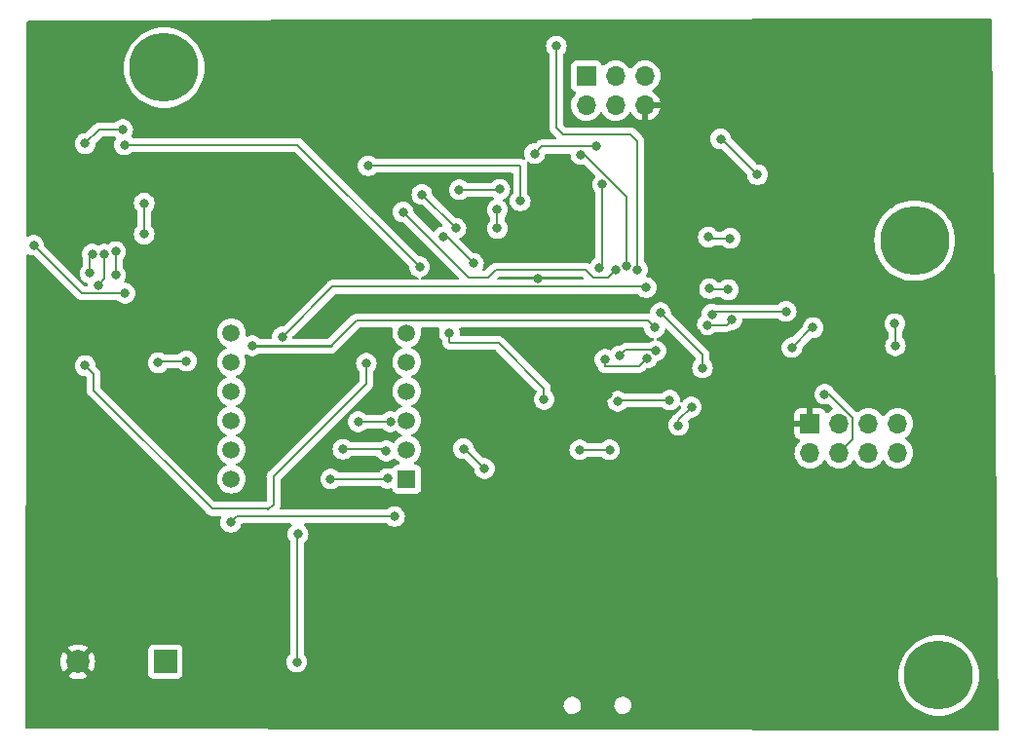
<source format=gbr>
%TF.GenerationSoftware,KiCad,Pcbnew,(7.0.0)*%
%TF.CreationDate,2023-04-20T13:43:01-06:00*%
%TF.ProjectId,Phase_B_ATMEGA_v3,50686173-655f-4425-9f41-544d4547415f,rev?*%
%TF.SameCoordinates,Original*%
%TF.FileFunction,Copper,L2,Bot*%
%TF.FilePolarity,Positive*%
%FSLAX46Y46*%
G04 Gerber Fmt 4.6, Leading zero omitted, Abs format (unit mm)*
G04 Created by KiCad (PCBNEW (7.0.0)) date 2023-04-20 13:43:01*
%MOMM*%
%LPD*%
G01*
G04 APERTURE LIST*
%TA.AperFunction,ComponentPad*%
%ADD10R,1.500000X1.500000*%
%TD*%
%TA.AperFunction,ComponentPad*%
%ADD11C,1.500000*%
%TD*%
%TA.AperFunction,ComponentPad*%
%ADD12C,6.000000*%
%TD*%
%TA.AperFunction,ComponentPad*%
%ADD13R,1.700000X1.700000*%
%TD*%
%TA.AperFunction,ComponentPad*%
%ADD14O,1.700000X1.700000*%
%TD*%
%TA.AperFunction,ComponentPad*%
%ADD15R,2.000000X2.000000*%
%TD*%
%TA.AperFunction,ComponentPad*%
%ADD16C,2.000000*%
%TD*%
%TA.AperFunction,ViaPad*%
%ADD17C,0.800000*%
%TD*%
%TA.AperFunction,Conductor*%
%ADD18C,0.203200*%
%TD*%
%TA.AperFunction,Conductor*%
%ADD19C,0.250000*%
%TD*%
G04 APERTURE END LIST*
D10*
%TO.P,U1,1,e*%
%TO.N,Net-(U1-e)*%
X129539999Y-66039999D03*
D11*
%TO.P,U1,2,d*%
%TO.N,Net-(U1-d)*%
X129540000Y-63500000D03*
%TO.P,U1,3,DPX*%
%TO.N,Net-(U1-DPX)*%
X129540000Y-60960000D03*
%TO.P,U1,4,c*%
%TO.N,Net-(U1-c)*%
X129540000Y-58420000D03*
%TO.P,U1,5,g*%
%TO.N,Net-(U1-g)*%
X129540000Y-55880000D03*
%TO.P,U1,6,CA4*%
%TO.N,Dig4*%
X129540000Y-53340000D03*
%TO.P,U1,7,b*%
%TO.N,Net-(U1-b)*%
X114300000Y-53340000D03*
%TO.P,U1,8,CA3*%
%TO.N,Dig3*%
X114300000Y-55880000D03*
%TO.P,U1,9,CA2*%
%TO.N,Dig2*%
X114300000Y-58420000D03*
%TO.P,U1,10,f*%
%TO.N,Net-(U1-f)*%
X114300000Y-60960000D03*
%TO.P,U1,11,a*%
%TO.N,Net-(U1-a)*%
X114300000Y-63500000D03*
%TO.P,U1,12,CA1*%
%TO.N,Dig1*%
X114300000Y-66040000D03*
%TD*%
D12*
%TO.P,REF\u002A\u002A,1*%
%TO.N,N/C*%
X175768000Y-83108800D03*
%TD*%
%TO.P,REF\u002A\u002A,1*%
%TO.N,N/C*%
X173685200Y-45313600D03*
%TD*%
%TO.P,REF\u002A\u002A,1*%
%TO.N,N/C*%
X108458000Y-30276800D03*
%TD*%
D13*
%TO.P,J1,1,MISO*%
%TO.N,MISO*%
X145160999Y-30987999D03*
D14*
%TO.P,J1,2,VCC*%
%TO.N,+5V*%
X145160999Y-33527999D03*
%TO.P,J1,3,SCK*%
%TO.N,SCK*%
X147700999Y-30987999D03*
%TO.P,J1,4,MOSI*%
%TO.N,MOSI*%
X147700999Y-33527999D03*
%TO.P,J1,5,~{RST}*%
%TO.N,RST*%
X150240999Y-30987999D03*
%TO.P,J1,6,GND*%
%TO.N,GND*%
X150240999Y-33527999D03*
%TD*%
D15*
%TO.P,LS1,1,1*%
%TO.N,Buzzer*%
X108564999Y-81914999D03*
D16*
%TO.P,LS1,2,2*%
%TO.N,GND*%
X100965000Y-81915000D03*
%TD*%
D13*
%TO.P,J3,1,Pin_1*%
%TO.N,GND*%
X164591999Y-61213999D03*
D14*
%TO.P,J3,2,Pin_2*%
%TO.N,TX*%
X164591999Y-63753999D03*
%TO.P,J3,3,Pin_3*%
%TO.N,unconnected-(J3-Pin_3-Pad3)*%
X167131999Y-61213999D03*
%TO.P,J3,4,Pin_4*%
%TO.N,+3.3V*%
X167131999Y-63753999D03*
%TO.P,J3,5,Pin_5*%
%TO.N,Net-(J3-Pin_5)*%
X169671999Y-61213999D03*
%TO.P,J3,6,Pin_6*%
%TO.N,+3.3V*%
X169671999Y-63753999D03*
%TO.P,J3,7,Pin_7*%
%TO.N,RX*%
X172211999Y-61213999D03*
%TO.P,J3,8,Pin_8*%
%TO.N,+3.3V*%
X172211999Y-63753999D03*
%TD*%
D17*
%TO.N,GND*%
X142900400Y-45720000D03*
%TO.N,+5V*%
X147167600Y-63500000D03*
X132689600Y-45008800D03*
X105003600Y-36982400D03*
X160020000Y-39573200D03*
X155244800Y-56388000D03*
X130657600Y-47599600D03*
X145999200Y-37134800D03*
X151587200Y-51562000D03*
X144576800Y-63500000D03*
X156819600Y-36474400D03*
X154279600Y-59791600D03*
X136296400Y-65125600D03*
X140665200Y-37744400D03*
X153162000Y-61366400D03*
X134467600Y-63398400D03*
X135331200Y-47294800D03*
%TO.N,GND*%
X105664000Y-45618400D03*
X140919200Y-48615600D03*
X139242800Y-61366400D03*
X116586000Y-28295600D03*
X147015200Y-58724800D03*
X151079200Y-35712400D03*
X161594800Y-52628800D03*
X135839200Y-58775600D03*
X175869600Y-56388000D03*
X97434400Y-82042000D03*
X154940000Y-85344000D03*
X150825200Y-38201600D03*
X151739600Y-44196000D03*
X159207200Y-46482000D03*
X175564800Y-36779200D03*
X147777200Y-81534000D03*
X164338000Y-50749200D03*
X170637200Y-72491600D03*
X162661600Y-30276800D03*
X136398000Y-33832800D03*
X157226000Y-60452000D03*
X157226000Y-65328800D03*
X101498400Y-32613600D03*
X151434800Y-63550800D03*
X172313600Y-74015600D03*
X140919200Y-55067200D03*
X135788400Y-45872400D03*
X121818400Y-28295600D03*
X145864942Y-69535709D03*
X103022400Y-37338000D03*
X167335200Y-72440800D03*
X154736800Y-53390800D03*
X138074400Y-50444400D03*
X174752000Y-72034400D03*
X164490400Y-58521600D03*
%TO.N,XTAL1*%
X156057600Y-51714400D03*
X162509200Y-51460400D03*
%TO.N,XTAL2*%
X157808819Y-52161500D03*
X155663746Y-52633032D03*
%TO.N,/UCAP*%
X152400000Y-59182000D03*
X147878800Y-59283600D03*
%TO.N,+3.3V*%
X165862000Y-58674000D03*
%TO.N,MISO*%
X148082000Y-55321200D03*
X151194928Y-54887520D03*
X148652420Y-47477444D03*
X144678400Y-37835900D03*
%TO.N,SCK*%
X142544800Y-28397200D03*
X149578644Y-47853096D03*
%TO.N,MOSI*%
X146761200Y-55626000D03*
X150418800Y-55524400D03*
X146307022Y-47671872D03*
X146558000Y-40436800D03*
%TO.N,TX*%
X164846000Y-52882800D03*
X163017200Y-54610000D03*
X155854400Y-49479200D03*
X157480000Y-49580800D03*
%TO.N,RX*%
X155752800Y-45008800D03*
X172008800Y-54457600D03*
X157632400Y-45110400D03*
X171958000Y-52527200D03*
%TO.N,Buzzer*%
X134112000Y-40894000D03*
X119989600Y-81940400D03*
X137617200Y-40843200D03*
X120091200Y-70815200D03*
%TO.N,RED_LED*%
X137414000Y-42621200D03*
X137414000Y-44246800D03*
%TO.N,a*%
X97129600Y-45720000D03*
X105054400Y-49885600D03*
%TO.N,b*%
X106730800Y-42052300D03*
X106730800Y-44754800D03*
%TO.N,Net-(U1-b)*%
X110388400Y-55778400D03*
X107950000Y-55930800D03*
%TO.N,d*%
X102209600Y-46482000D03*
X102016500Y-48128787D03*
%TO.N,Net-(U1-d)*%
X124002800Y-63449200D03*
X127762000Y-63601600D03*
%TO.N,e*%
X102717600Y-49184500D03*
X103265865Y-46495472D03*
%TO.N,Net-(U1-e)*%
X122936000Y-66040000D03*
X127863600Y-65989200D03*
%TO.N,g*%
X104241600Y-46278800D03*
X104241600Y-48310800D03*
%TO.N,Net-(U1-g)*%
X126034800Y-55981600D03*
X101600000Y-56184800D03*
%TO.N,Net-(U1-DPX)*%
X128117600Y-61061600D03*
X125323600Y-61061600D03*
%TO.N,Dig3*%
X116128800Y-54457600D03*
X151079200Y-52882800D03*
%TO.N,Dig2*%
X118719600Y-53695600D03*
X150353900Y-49395459D03*
%TO.N,Dig1*%
X114249200Y-69799200D03*
X128473200Y-69291200D03*
%TO.N,SH_CP*%
X133248400Y-53340000D03*
X133807200Y-44246800D03*
X130860800Y-41300400D03*
X141474078Y-59105629D03*
%TO.N,ST_CP*%
X129235200Y-42824400D03*
X147726400Y-47853600D03*
%TO.N,DS*%
X139395200Y-41859200D03*
X104851200Y-35661600D03*
X126187200Y-38811200D03*
X101600000Y-36880800D03*
%TD*%
D18*
%TO.N,+5V*%
X156921200Y-36474400D02*
X156819600Y-36474400D01*
X141274800Y-37134800D02*
X145999200Y-37134800D01*
X153162000Y-61366400D02*
X153162000Y-60909200D01*
X132689600Y-45008800D02*
X133045200Y-45008800D01*
X134467600Y-63398400D02*
X134569200Y-63398400D01*
X147167600Y-63500000D02*
X144576800Y-63500000D01*
X160020000Y-39573200D02*
X156921200Y-36474400D01*
X134569200Y-63398400D02*
X136296400Y-65125600D01*
X120040400Y-36982400D02*
X130657600Y-47599600D01*
X151587200Y-51562000D02*
X155244800Y-55219600D01*
X105003600Y-36982400D02*
X120040400Y-36982400D01*
X153162000Y-60909200D02*
X154279600Y-59791600D01*
X133045200Y-45008800D02*
X135331200Y-47294800D01*
X140665200Y-37744400D02*
X141274800Y-37134800D01*
X155244800Y-55219600D02*
X155244800Y-56388000D01*
%TO.N,XTAL1*%
X156311600Y-51460400D02*
X156057600Y-51714400D01*
X162509200Y-51460400D02*
X156311600Y-51460400D01*
%TO.N,XTAL2*%
X157808819Y-52161500D02*
X157337287Y-52633032D01*
X157337287Y-52633032D02*
X155663746Y-52633032D01*
%TO.N,/UCAP*%
X152400000Y-59182000D02*
X147980400Y-59182000D01*
X147980400Y-59182000D02*
X147878800Y-59283600D01*
%TO.N,+3.3V*%
X166220609Y-58674000D02*
X168283600Y-60736991D01*
X168283600Y-62602400D02*
X167132000Y-63754000D01*
X168283600Y-60736991D02*
X168283600Y-62602400D01*
X165862000Y-58674000D02*
X166220609Y-58674000D01*
%TO.N,MISO*%
X148082000Y-55321200D02*
X148579900Y-54823300D01*
X148579900Y-54823300D02*
X151130708Y-54823300D01*
X148652420Y-47477444D02*
X148652420Y-41515220D01*
X151130708Y-54823300D02*
X151194928Y-54887520D01*
X148652420Y-41515220D02*
X144973100Y-37835900D01*
X144973100Y-37835900D02*
X144678400Y-37835900D01*
%TO.N,SCK*%
X143103600Y-36068000D02*
X148996400Y-36068000D01*
X142544800Y-28397200D02*
X142544800Y-35509200D01*
X149578644Y-36650244D02*
X149578644Y-47853096D01*
X142544800Y-35509200D02*
X143103600Y-36068000D01*
X148996400Y-36068000D02*
X149578644Y-36650244D01*
%TO.N,MOSI*%
X146761200Y-56235600D02*
X146761200Y-55626000D01*
X150418800Y-55524400D02*
X149707600Y-56235600D01*
X146558000Y-40436800D02*
X146558000Y-47420894D01*
X146558000Y-47420894D02*
X146307022Y-47671872D01*
X149707600Y-56235600D02*
X146761200Y-56235600D01*
%TO.N,TX*%
X163017200Y-54610000D02*
X164744400Y-52882800D01*
X157480000Y-49580800D02*
X155956000Y-49580800D01*
X155956000Y-49580800D02*
X155854400Y-49479200D01*
X164744400Y-52882800D02*
X164846000Y-52882800D01*
%TO.N,RX*%
X157632400Y-45110400D02*
X155854400Y-45110400D01*
X172008800Y-52578000D02*
X171958000Y-52527200D01*
X172008800Y-54457600D02*
X172008800Y-52578000D01*
X155854400Y-45110400D02*
X155752800Y-45008800D01*
%TO.N,Buzzer*%
X137566400Y-40894000D02*
X137617200Y-40843200D01*
X119989600Y-70916800D02*
X120091200Y-70815200D01*
X119989600Y-81940400D02*
X119989600Y-70916800D01*
X134112000Y-40894000D02*
X137566400Y-40894000D01*
%TO.N,RED_LED*%
X137414000Y-42621200D02*
X137414000Y-44246800D01*
%TO.N,a*%
X101295200Y-49885600D02*
X97129600Y-45720000D01*
X105054400Y-49885600D02*
X101295200Y-49885600D01*
%TO.N,b*%
X106730800Y-44754800D02*
X106730800Y-42052300D01*
%TO.N,Net-(U1-b)*%
X110388400Y-55778400D02*
X108102400Y-55778400D01*
X108102400Y-55778400D02*
X107950000Y-55930800D01*
%TO.N,d*%
X102209600Y-46482000D02*
X102016500Y-46675100D01*
X102016500Y-46675100D02*
X102016500Y-48128787D01*
%TO.N,Net-(U1-d)*%
X124002800Y-63449200D02*
X127609600Y-63449200D01*
X127609600Y-63449200D02*
X127762000Y-63601600D01*
%TO.N,e*%
X103265865Y-46495472D02*
X103265865Y-48636235D01*
X103265865Y-48636235D02*
X102717600Y-49184500D01*
%TO.N,Net-(U1-e)*%
X127812800Y-66040000D02*
X127863600Y-65989200D01*
X122936000Y-66040000D02*
X127812800Y-66040000D01*
%TO.N,g*%
X104241600Y-48310800D02*
X104241600Y-46278800D01*
%TO.N,Net-(U1-g)*%
X102346800Y-58354000D02*
X112623600Y-68630800D01*
X112623600Y-68630800D02*
X117449600Y-68630800D01*
X117957600Y-68224400D02*
X117957600Y-65836800D01*
X102346800Y-56931600D02*
X102346800Y-58354000D01*
X117957600Y-65836800D02*
X126034800Y-57759600D01*
X117449600Y-68630800D02*
X117500400Y-68681600D01*
X126034800Y-57759600D02*
X126034800Y-55981600D01*
X117500400Y-68681600D02*
X117957600Y-68224400D01*
X101600000Y-56184800D02*
X102346800Y-56931600D01*
%TO.N,Net-(U1-DPX)*%
X125323600Y-61061600D02*
X128117600Y-61061600D01*
D19*
%TO.N,Dig3*%
X116150326Y-54479126D02*
X122957526Y-54479126D01*
D18*
X151079200Y-52882800D02*
X150469600Y-52273200D01*
X150469600Y-52273200D02*
X125163452Y-52273200D01*
D19*
X116128800Y-54457600D02*
X116150326Y-54479126D01*
D18*
X125163452Y-52273200D02*
X122957526Y-54479126D01*
%TO.N,Dig2*%
X150285241Y-49326800D02*
X150353900Y-49395459D01*
X118719600Y-53695600D02*
X123088400Y-49326800D01*
X123088400Y-49326800D02*
X150285241Y-49326800D01*
%TO.N,Dig1*%
X114757200Y-69291200D02*
X114249200Y-69799200D01*
X128473200Y-69291200D02*
X114757200Y-69291200D01*
%TO.N,SH_CP*%
X133807200Y-44246800D02*
X130860800Y-41300400D01*
X137515600Y-54203600D02*
X141474078Y-58162078D01*
X133248400Y-53340000D02*
X133248400Y-54152800D01*
X141474078Y-58162078D02*
X141474078Y-59105629D01*
X133248400Y-54152800D02*
X133299200Y-54203600D01*
X133299200Y-54203600D02*
X137515600Y-54203600D01*
%TO.N,ST_CP*%
X145094400Y-47863200D02*
X145745200Y-48514000D01*
X147066000Y-48514000D02*
X147726400Y-47853600D01*
X137252000Y-47863200D02*
X145094400Y-47863200D01*
X136601200Y-48514000D02*
X137252000Y-47863200D01*
X134924800Y-48514000D02*
X136601200Y-48514000D01*
X145745200Y-48514000D02*
X147066000Y-48514000D01*
X129235200Y-42824400D02*
X134924800Y-48514000D01*
%TO.N,DS*%
X102819200Y-35661600D02*
X101600000Y-36880800D01*
X139395200Y-41859200D02*
X139395200Y-38811200D01*
X104851200Y-35661600D02*
X103632000Y-35661600D01*
X139395200Y-38811200D02*
X126187200Y-38811200D01*
X103632000Y-35661600D02*
X102819200Y-35661600D01*
%TD*%
%TA.AperFunction,Conductor*%
%TO.N,GND*%
G36*
X144841093Y-48474739D02*
G01*
X144881321Y-48501619D01*
X144892721Y-48513019D01*
X144922971Y-48562382D01*
X144927513Y-48620098D01*
X144905358Y-48673585D01*
X144861335Y-48711185D01*
X144805040Y-48724700D01*
X137541360Y-48724700D01*
X137485065Y-48711185D01*
X137441042Y-48673585D01*
X137418887Y-48620098D01*
X137423429Y-48562382D01*
X137453679Y-48513019D01*
X137465079Y-48501619D01*
X137505307Y-48474739D01*
X137552760Y-48465300D01*
X144793640Y-48465300D01*
X144841093Y-48474739D01*
G37*
%TD.AperFunction*%
%TA.AperFunction,Conductor*%
G36*
X180329419Y-26026225D02*
G01*
X180374878Y-26071167D01*
X180391911Y-26132779D01*
X180948468Y-87809379D01*
X180932182Y-87871937D01*
X180886624Y-87917798D01*
X180824175Y-87934498D01*
X96542306Y-87731897D01*
X96480373Y-87715150D01*
X96435099Y-87669693D01*
X96418604Y-87607694D01*
X96421661Y-85756435D01*
X143170669Y-85756435D01*
X143201135Y-85929211D01*
X143270623Y-86090304D01*
X143274936Y-86096097D01*
X143274937Y-86096099D01*
X143320620Y-86157462D01*
X143375390Y-86231030D01*
X143509786Y-86343802D01*
X143666567Y-86422540D01*
X143837279Y-86463000D01*
X143965111Y-86463000D01*
X143968709Y-86463000D01*
X144099255Y-86447741D01*
X144264117Y-86387737D01*
X144410696Y-86291330D01*
X144531092Y-86163718D01*
X144618812Y-86011781D01*
X144669130Y-85843710D01*
X144674213Y-85756435D01*
X147570669Y-85756435D01*
X147601135Y-85929211D01*
X147670623Y-86090304D01*
X147674936Y-86096097D01*
X147674937Y-86096099D01*
X147720620Y-86157462D01*
X147775390Y-86231030D01*
X147909786Y-86343802D01*
X148066567Y-86422540D01*
X148237279Y-86463000D01*
X148365111Y-86463000D01*
X148368709Y-86463000D01*
X148499255Y-86447741D01*
X148664117Y-86387737D01*
X148810696Y-86291330D01*
X148931092Y-86163718D01*
X149018812Y-86011781D01*
X149069130Y-85843710D01*
X149079331Y-85668565D01*
X149048865Y-85495789D01*
X148979377Y-85334696D01*
X148874610Y-85193970D01*
X148802747Y-85133670D01*
X148745745Y-85085839D01*
X148745744Y-85085838D01*
X148740214Y-85081198D01*
X148647810Y-85034791D01*
X148589883Y-85005699D01*
X148589880Y-85005698D01*
X148583433Y-85002460D01*
X148576407Y-85000794D01*
X148576405Y-85000794D01*
X148419749Y-84963665D01*
X148419743Y-84963664D01*
X148412721Y-84962000D01*
X148281291Y-84962000D01*
X148277725Y-84962416D01*
X148277721Y-84962417D01*
X148157915Y-84976420D01*
X148157907Y-84976421D01*
X148150745Y-84977259D01*
X148143967Y-84979725D01*
X148143958Y-84979728D01*
X147992674Y-85034791D01*
X147992671Y-85034792D01*
X147985883Y-85037263D01*
X147979850Y-85041230D01*
X147979842Y-85041235D01*
X147845340Y-85129699D01*
X147845334Y-85129703D01*
X147839304Y-85133670D01*
X147834351Y-85138919D01*
X147834346Y-85138924D01*
X147723865Y-85256027D01*
X147723861Y-85256031D01*
X147718908Y-85261282D01*
X147715299Y-85267532D01*
X147715296Y-85267537D01*
X147634799Y-85406963D01*
X147634796Y-85406968D01*
X147631188Y-85413219D01*
X147629117Y-85420134D01*
X147629117Y-85420136D01*
X147582941Y-85574369D01*
X147582939Y-85574377D01*
X147580870Y-85581290D01*
X147580450Y-85588496D01*
X147580449Y-85588504D01*
X147571088Y-85749225D01*
X147571088Y-85749233D01*
X147570669Y-85756435D01*
X144674213Y-85756435D01*
X144679331Y-85668565D01*
X144648865Y-85495789D01*
X144579377Y-85334696D01*
X144474610Y-85193970D01*
X144402747Y-85133670D01*
X144345745Y-85085839D01*
X144345744Y-85085838D01*
X144340214Y-85081198D01*
X144247810Y-85034791D01*
X144189883Y-85005699D01*
X144189880Y-85005698D01*
X144183433Y-85002460D01*
X144176407Y-85000794D01*
X144176405Y-85000794D01*
X144019749Y-84963665D01*
X144019743Y-84963664D01*
X144012721Y-84962000D01*
X143881291Y-84962000D01*
X143877725Y-84962416D01*
X143877721Y-84962417D01*
X143757915Y-84976420D01*
X143757907Y-84976421D01*
X143750745Y-84977259D01*
X143743967Y-84979725D01*
X143743958Y-84979728D01*
X143592674Y-85034791D01*
X143592671Y-85034792D01*
X143585883Y-85037263D01*
X143579850Y-85041230D01*
X143579842Y-85041235D01*
X143445340Y-85129699D01*
X143445334Y-85129703D01*
X143439304Y-85133670D01*
X143434351Y-85138919D01*
X143434346Y-85138924D01*
X143323865Y-85256027D01*
X143323861Y-85256031D01*
X143318908Y-85261282D01*
X143315299Y-85267532D01*
X143315296Y-85267537D01*
X143234799Y-85406963D01*
X143234796Y-85406968D01*
X143231188Y-85413219D01*
X143229117Y-85420134D01*
X143229117Y-85420136D01*
X143182941Y-85574369D01*
X143182939Y-85574377D01*
X143180870Y-85581290D01*
X143180450Y-85588496D01*
X143180449Y-85588504D01*
X143171088Y-85749225D01*
X143171088Y-85749233D01*
X143170669Y-85756435D01*
X96421661Y-85756435D01*
X96425985Y-83138248D01*
X100100749Y-83138248D01*
X100108855Y-83149439D01*
X100137717Y-83171903D01*
X100146279Y-83177496D01*
X100355885Y-83290929D01*
X100365239Y-83295032D01*
X100590656Y-83372417D01*
X100600568Y-83374928D01*
X100835643Y-83414155D01*
X100845839Y-83415000D01*
X101084161Y-83415000D01*
X101094356Y-83414155D01*
X101329431Y-83374928D01*
X101339343Y-83372417D01*
X101564760Y-83295032D01*
X101574114Y-83290929D01*
X101783723Y-83177495D01*
X101792281Y-83171903D01*
X101821146Y-83149437D01*
X101829250Y-83138250D01*
X101822589Y-83126142D01*
X101656025Y-82959578D01*
X107064500Y-82959578D01*
X107064501Y-82962872D01*
X107064853Y-82966150D01*
X107064854Y-82966161D01*
X107070079Y-83014768D01*
X107070080Y-83014773D01*
X107070909Y-83022483D01*
X107073619Y-83029749D01*
X107073620Y-83029753D01*
X107101893Y-83105556D01*
X107121204Y-83157331D01*
X107126518Y-83164430D01*
X107126519Y-83164431D01*
X107136299Y-83177496D01*
X107207454Y-83272546D01*
X107322669Y-83358796D01*
X107457517Y-83409091D01*
X107517127Y-83415500D01*
X109612872Y-83415499D01*
X109672483Y-83409091D01*
X109807331Y-83358796D01*
X109922546Y-83272546D01*
X110008796Y-83157331D01*
X110026897Y-83108800D01*
X172262696Y-83108800D01*
X172262866Y-83112044D01*
X172278750Y-83415145D01*
X172281898Y-83475204D01*
X172282403Y-83478397D01*
X172282405Y-83478409D01*
X172338785Y-83834376D01*
X172339295Y-83837594D01*
X172340133Y-83840723D01*
X172340136Y-83840735D01*
X172433415Y-84188856D01*
X172433419Y-84188870D01*
X172434258Y-84191999D01*
X172435421Y-84195028D01*
X172435425Y-84195041D01*
X172564584Y-84531512D01*
X172565745Y-84534536D01*
X172732318Y-84861452D01*
X172932149Y-85169166D01*
X173163051Y-85454306D01*
X173422494Y-85713749D01*
X173707634Y-85944651D01*
X174015348Y-86144482D01*
X174342264Y-86311055D01*
X174684801Y-86442542D01*
X174687941Y-86443383D01*
X174687943Y-86443384D01*
X174704204Y-86447741D01*
X175039206Y-86537505D01*
X175401596Y-86594902D01*
X175768000Y-86614104D01*
X176134404Y-86594902D01*
X176496794Y-86537505D01*
X176851199Y-86442542D01*
X177193736Y-86311055D01*
X177520652Y-86144482D01*
X177828366Y-85944651D01*
X178113506Y-85713749D01*
X178372949Y-85454306D01*
X178603851Y-85169166D01*
X178803682Y-84861452D01*
X178970255Y-84534536D01*
X179101742Y-84191999D01*
X179196705Y-83837594D01*
X179254102Y-83475204D01*
X179273304Y-83108800D01*
X179254102Y-82742396D01*
X179196705Y-82380006D01*
X179101742Y-82025601D01*
X178970255Y-81683064D01*
X178803682Y-81356148D01*
X178603851Y-81048434D01*
X178372949Y-80763294D01*
X178113506Y-80503851D01*
X177828366Y-80272949D01*
X177520652Y-80073118D01*
X177517764Y-80071646D01*
X177517758Y-80071643D01*
X177196617Y-79908013D01*
X177193736Y-79906545D01*
X177190715Y-79905385D01*
X177190712Y-79905384D01*
X176854241Y-79776225D01*
X176854228Y-79776221D01*
X176851199Y-79775058D01*
X176848070Y-79774219D01*
X176848056Y-79774215D01*
X176499935Y-79680936D01*
X176499923Y-79680933D01*
X176496794Y-79680095D01*
X176493581Y-79679586D01*
X176493576Y-79679585D01*
X176137609Y-79623205D01*
X176137597Y-79623203D01*
X176134404Y-79622698D01*
X176131171Y-79622528D01*
X176131166Y-79622528D01*
X175771244Y-79603666D01*
X175768000Y-79603496D01*
X175764756Y-79603666D01*
X175404833Y-79622528D01*
X175404826Y-79622528D01*
X175401596Y-79622698D01*
X175398404Y-79623203D01*
X175398390Y-79623205D01*
X175042423Y-79679585D01*
X175042414Y-79679586D01*
X175039206Y-79680095D01*
X175036080Y-79680932D01*
X175036064Y-79680936D01*
X174687943Y-79774215D01*
X174687923Y-79774221D01*
X174684801Y-79775058D01*
X174681776Y-79776218D01*
X174681758Y-79776225D01*
X174345287Y-79905384D01*
X174345277Y-79905388D01*
X174342264Y-79906545D01*
X174339389Y-79908009D01*
X174339382Y-79908013D01*
X174018241Y-80071643D01*
X174018227Y-80071650D01*
X174015348Y-80073118D01*
X174012628Y-80074884D01*
X174012620Y-80074889D01*
X173710362Y-80271177D01*
X173710356Y-80271180D01*
X173707634Y-80272949D01*
X173705114Y-80274989D01*
X173705108Y-80274994D01*
X173425012Y-80501811D01*
X173425001Y-80501820D01*
X173422494Y-80503851D01*
X173420209Y-80506135D01*
X173420199Y-80506145D01*
X173165345Y-80760999D01*
X173165335Y-80761009D01*
X173163051Y-80763294D01*
X173161020Y-80765801D01*
X173161011Y-80765812D01*
X172934194Y-81045908D01*
X172934189Y-81045914D01*
X172932149Y-81048434D01*
X172930380Y-81051156D01*
X172930377Y-81051162D01*
X172734089Y-81353420D01*
X172734084Y-81353428D01*
X172732318Y-81356148D01*
X172730850Y-81359027D01*
X172730843Y-81359041D01*
X172630198Y-81556568D01*
X172565745Y-81683064D01*
X172564588Y-81686077D01*
X172564584Y-81686087D01*
X172435425Y-82022558D01*
X172435418Y-82022576D01*
X172434258Y-82025601D01*
X172433421Y-82028723D01*
X172433415Y-82028743D01*
X172340136Y-82376864D01*
X172340132Y-82376880D01*
X172339295Y-82380006D01*
X172338786Y-82383214D01*
X172338785Y-82383223D01*
X172282405Y-82739190D01*
X172282403Y-82739204D01*
X172281898Y-82742396D01*
X172281728Y-82745626D01*
X172281728Y-82745633D01*
X172266839Y-83029752D01*
X172262696Y-83108800D01*
X110026897Y-83108800D01*
X110059091Y-83022483D01*
X110065500Y-82962873D01*
X110065499Y-80867128D01*
X110059091Y-80807517D01*
X110008796Y-80672669D01*
X109922546Y-80557454D01*
X109807331Y-80471204D01*
X109672483Y-80420909D01*
X109664770Y-80420079D01*
X109664767Y-80420079D01*
X109616180Y-80414855D01*
X109616169Y-80414854D01*
X109612873Y-80414500D01*
X109609550Y-80414500D01*
X107520439Y-80414500D01*
X107520420Y-80414500D01*
X107517128Y-80414501D01*
X107513850Y-80414853D01*
X107513838Y-80414854D01*
X107465231Y-80420079D01*
X107465225Y-80420080D01*
X107457517Y-80420909D01*
X107450252Y-80423618D01*
X107450246Y-80423620D01*
X107330980Y-80468104D01*
X107330978Y-80468104D01*
X107322669Y-80471204D01*
X107315572Y-80476516D01*
X107315568Y-80476519D01*
X107214550Y-80552141D01*
X107214546Y-80552144D01*
X107207454Y-80557454D01*
X107202144Y-80564546D01*
X107202141Y-80564550D01*
X107126519Y-80665568D01*
X107126516Y-80665572D01*
X107121204Y-80672669D01*
X107118104Y-80680978D01*
X107118104Y-80680980D01*
X107073620Y-80800247D01*
X107073619Y-80800250D01*
X107070909Y-80807517D01*
X107070079Y-80815227D01*
X107070079Y-80815232D01*
X107064855Y-80863819D01*
X107064854Y-80863831D01*
X107064500Y-80867127D01*
X107064500Y-80870448D01*
X107064500Y-80870449D01*
X107064500Y-82959560D01*
X107064500Y-82959578D01*
X101656025Y-82959578D01*
X100976542Y-82280095D01*
X100965000Y-82273431D01*
X100953457Y-82280095D01*
X100107408Y-83126143D01*
X100100749Y-83138248D01*
X96425985Y-83138248D01*
X96427997Y-81920117D01*
X99460283Y-81920117D01*
X99479962Y-82157618D01*
X99481646Y-82167712D01*
X99540153Y-82398747D01*
X99543472Y-82408414D01*
X99639208Y-82626673D01*
X99644070Y-82635656D01*
X99733999Y-82773304D01*
X99741963Y-82781024D01*
X99751345Y-82775100D01*
X100599904Y-81926542D01*
X100606568Y-81915000D01*
X101323431Y-81915000D01*
X101330095Y-81926542D01*
X102178653Y-82775100D01*
X102188034Y-82781024D01*
X102196002Y-82773299D01*
X102285924Y-82635664D01*
X102290792Y-82626669D01*
X102386527Y-82408414D01*
X102389846Y-82398747D01*
X102448353Y-82167712D01*
X102450037Y-82157618D01*
X102469717Y-81920117D01*
X102469717Y-81909883D01*
X102450037Y-81672381D01*
X102448353Y-81662287D01*
X102389846Y-81431252D01*
X102386527Y-81421585D01*
X102290792Y-81203330D01*
X102285924Y-81194335D01*
X102196002Y-81056699D01*
X102188034Y-81048974D01*
X102178653Y-81054898D01*
X101330095Y-81903457D01*
X101323431Y-81915000D01*
X100606568Y-81915000D01*
X100599904Y-81903457D01*
X99751345Y-81054898D01*
X99741964Y-81048974D01*
X99733997Y-81056699D01*
X99644072Y-81194338D01*
X99639207Y-81203328D01*
X99543472Y-81421585D01*
X99540153Y-81431252D01*
X99481646Y-81662287D01*
X99479962Y-81672381D01*
X99460283Y-81909883D01*
X99460283Y-81920117D01*
X96427997Y-81920117D01*
X96430026Y-80691749D01*
X100100748Y-80691749D01*
X100107408Y-80703855D01*
X100953457Y-81549904D01*
X100965000Y-81556568D01*
X100976542Y-81549904D01*
X101822590Y-80703855D01*
X101829250Y-80691749D01*
X101821143Y-80680559D01*
X101792286Y-80658099D01*
X101783719Y-80652503D01*
X101574114Y-80539070D01*
X101564760Y-80534967D01*
X101339343Y-80457582D01*
X101329431Y-80455071D01*
X101094356Y-80415844D01*
X101084161Y-80415000D01*
X100845839Y-80415000D01*
X100835643Y-80415844D01*
X100600568Y-80455071D01*
X100590656Y-80457582D01*
X100365239Y-80534967D01*
X100355885Y-80539070D01*
X100146276Y-80652504D01*
X100137717Y-80658096D01*
X100108854Y-80680560D01*
X100100748Y-80691749D01*
X96430026Y-80691749D01*
X96470500Y-56184800D01*
X100694540Y-56184800D01*
X100695219Y-56191260D01*
X100713646Y-56366595D01*
X100713647Y-56366603D01*
X100714326Y-56373056D01*
X100716331Y-56379228D01*
X100716333Y-56379235D01*
X100766539Y-56533750D01*
X100772821Y-56553084D01*
X100776068Y-56558708D01*
X100776069Y-56558710D01*
X100864068Y-56711130D01*
X100867467Y-56717016D01*
X100871811Y-56721841D01*
X100871813Y-56721843D01*
X100969151Y-56829947D01*
X100994129Y-56857688D01*
X101147270Y-56968951D01*
X101320197Y-57045944D01*
X101505354Y-57085300D01*
X101597640Y-57085300D01*
X101645093Y-57094739D01*
X101685321Y-57121619D01*
X101708381Y-57144679D01*
X101735261Y-57184907D01*
X101744700Y-57232360D01*
X101744700Y-58306421D01*
X101743639Y-58322604D01*
X101739506Y-58354000D01*
X101740567Y-58362060D01*
X101744700Y-58393455D01*
X101744700Y-58393460D01*
X101751596Y-58445839D01*
X101751596Y-58445840D01*
X101759136Y-58503120D01*
X101759137Y-58503126D01*
X101760198Y-58511180D01*
X101763307Y-58518686D01*
X101763308Y-58518689D01*
X101815610Y-58644956D01*
X101820867Y-58657647D01*
X101825814Y-58664094D01*
X101893149Y-58751847D01*
X101891466Y-58753138D01*
X101891467Y-58753140D01*
X101893151Y-58751849D01*
X101917378Y-58783422D01*
X101923820Y-58788365D01*
X101942508Y-58802705D01*
X101954702Y-58813400D01*
X112164199Y-69022897D01*
X112174893Y-69035091D01*
X112189229Y-69053773D01*
X112194178Y-69060222D01*
X112225750Y-69084448D01*
X112225753Y-69084451D01*
X112290353Y-69134020D01*
X112313505Y-69151786D01*
X112313508Y-69151788D01*
X112319953Y-69156733D01*
X112466420Y-69217402D01*
X112584140Y-69232900D01*
X112584145Y-69232900D01*
X112623600Y-69238094D01*
X112631659Y-69237033D01*
X112631661Y-69237033D01*
X112654996Y-69233961D01*
X112671180Y-69232900D01*
X113321571Y-69232900D01*
X113383570Y-69249512D01*
X113428957Y-69294899D01*
X113445571Y-69356897D01*
X113428959Y-69418897D01*
X113422021Y-69430916D01*
X113420015Y-69437088D01*
X113420013Y-69437094D01*
X113365533Y-69604764D01*
X113365531Y-69604773D01*
X113363526Y-69610944D01*
X113362848Y-69617394D01*
X113362846Y-69617404D01*
X113345162Y-69785664D01*
X113343740Y-69799200D01*
X113344419Y-69805660D01*
X113362846Y-69980995D01*
X113362847Y-69981003D01*
X113363526Y-69987456D01*
X113365531Y-69993628D01*
X113365533Y-69993635D01*
X113417541Y-70153696D01*
X113422021Y-70167484D01*
X113516667Y-70331416D01*
X113643329Y-70472088D01*
X113796470Y-70583351D01*
X113969397Y-70660344D01*
X114154554Y-70699700D01*
X114337343Y-70699700D01*
X114343846Y-70699700D01*
X114529003Y-70660344D01*
X114701930Y-70583351D01*
X114855071Y-70472088D01*
X114981733Y-70331416D01*
X115076379Y-70167484D01*
X115134874Y-69987456D01*
X115135166Y-69987551D01*
X115156891Y-69940959D01*
X115200247Y-69905850D01*
X115254606Y-69893300D01*
X119446433Y-69893300D01*
X119506171Y-69908638D01*
X119551130Y-69950858D01*
X119570188Y-70009515D01*
X119558631Y-70070097D01*
X119519318Y-70117617D01*
X119504400Y-70128455D01*
X119490586Y-70138492D01*
X119490582Y-70138495D01*
X119485329Y-70142312D01*
X119480984Y-70147137D01*
X119480979Y-70147142D01*
X119363013Y-70278156D01*
X119363008Y-70278162D01*
X119358667Y-70282984D01*
X119355422Y-70288604D01*
X119355418Y-70288610D01*
X119267269Y-70441289D01*
X119267266Y-70441294D01*
X119264021Y-70446916D01*
X119262015Y-70453088D01*
X119262013Y-70453094D01*
X119207533Y-70620764D01*
X119207531Y-70620773D01*
X119205526Y-70626944D01*
X119204848Y-70633394D01*
X119204846Y-70633404D01*
X119198021Y-70698347D01*
X119185740Y-70815200D01*
X119186419Y-70821660D01*
X119204846Y-70996995D01*
X119204847Y-70997003D01*
X119205526Y-71003456D01*
X119207531Y-71009628D01*
X119207533Y-71009635D01*
X119262013Y-71177305D01*
X119264021Y-71183484D01*
X119358667Y-71347416D01*
X119363013Y-71352243D01*
X119363819Y-71353352D01*
X119381431Y-71387919D01*
X119387500Y-71426236D01*
X119387500Y-81215725D01*
X119379264Y-81260163D01*
X119355650Y-81298697D01*
X119261413Y-81403356D01*
X119261408Y-81403362D01*
X119257067Y-81408184D01*
X119253822Y-81413804D01*
X119253818Y-81413810D01*
X119165669Y-81566489D01*
X119165666Y-81566494D01*
X119162421Y-81572116D01*
X119160415Y-81578288D01*
X119160413Y-81578294D01*
X119105933Y-81745964D01*
X119105931Y-81745973D01*
X119103926Y-81752144D01*
X119103248Y-81758594D01*
X119103246Y-81758604D01*
X119088023Y-81903457D01*
X119084140Y-81940400D01*
X119084819Y-81946860D01*
X119103246Y-82122195D01*
X119103247Y-82122203D01*
X119103926Y-82128656D01*
X119105931Y-82134828D01*
X119105933Y-82134835D01*
X119160413Y-82302505D01*
X119162421Y-82308684D01*
X119165668Y-82314308D01*
X119165669Y-82314310D01*
X119203598Y-82380006D01*
X119257067Y-82472616D01*
X119383729Y-82613288D01*
X119536870Y-82724551D01*
X119709797Y-82801544D01*
X119894954Y-82840900D01*
X120077743Y-82840900D01*
X120084246Y-82840900D01*
X120269403Y-82801544D01*
X120442330Y-82724551D01*
X120595471Y-82613288D01*
X120722133Y-82472616D01*
X120816779Y-82308684D01*
X120875274Y-82128656D01*
X120895060Y-81940400D01*
X120875274Y-81752144D01*
X120816779Y-81572116D01*
X120722133Y-81408184D01*
X120623549Y-81298696D01*
X120599936Y-81260163D01*
X120591700Y-81215725D01*
X120591700Y-71627825D01*
X120605215Y-71571530D01*
X120642815Y-71527507D01*
X120697071Y-71488088D01*
X120823733Y-71347416D01*
X120918379Y-71183484D01*
X120976874Y-71003456D01*
X120996660Y-70815200D01*
X120984379Y-70698347D01*
X120977553Y-70633404D01*
X120977552Y-70633403D01*
X120976874Y-70626944D01*
X120918379Y-70446916D01*
X120823733Y-70282984D01*
X120697071Y-70142312D01*
X120663081Y-70117617D01*
X120623769Y-70070097D01*
X120612212Y-70009515D01*
X120631270Y-69950858D01*
X120676229Y-69908638D01*
X120735967Y-69893300D01*
X127748383Y-69893300D01*
X127798818Y-69904020D01*
X127840532Y-69934327D01*
X127867329Y-69964088D01*
X127872587Y-69967908D01*
X127872588Y-69967909D01*
X127899492Y-69987456D01*
X128020470Y-70075351D01*
X128193397Y-70152344D01*
X128378554Y-70191700D01*
X128561343Y-70191700D01*
X128567846Y-70191700D01*
X128753003Y-70152344D01*
X128925930Y-70075351D01*
X129079071Y-69964088D01*
X129205733Y-69823416D01*
X129300379Y-69659484D01*
X129358874Y-69479456D01*
X129378660Y-69291200D01*
X129358874Y-69102944D01*
X129300379Y-68922916D01*
X129205733Y-68758984D01*
X129111044Y-68653822D01*
X129083420Y-68623142D01*
X129083419Y-68623141D01*
X129079071Y-68618312D01*
X129073813Y-68614492D01*
X129073811Y-68614490D01*
X128931188Y-68510869D01*
X128931187Y-68510868D01*
X128925930Y-68507049D01*
X128876745Y-68485150D01*
X128758945Y-68432701D01*
X128758940Y-68432699D01*
X128753003Y-68430056D01*
X128746644Y-68428704D01*
X128746640Y-68428703D01*
X128574208Y-68392052D01*
X128574205Y-68392051D01*
X128567846Y-68390700D01*
X128378554Y-68390700D01*
X128372195Y-68392051D01*
X128372191Y-68392052D01*
X128199759Y-68428703D01*
X128199752Y-68428705D01*
X128193397Y-68430056D01*
X128187462Y-68432698D01*
X128187454Y-68432701D01*
X128026407Y-68504405D01*
X128026402Y-68504407D01*
X128020470Y-68507049D01*
X128015216Y-68510865D01*
X128015211Y-68510869D01*
X127872588Y-68614490D01*
X127872581Y-68614495D01*
X127867329Y-68618312D01*
X127862984Y-68623137D01*
X127862979Y-68623142D01*
X127840533Y-68648072D01*
X127798818Y-68678380D01*
X127748383Y-68689100D01*
X118602402Y-68689100D01*
X118543949Y-68674458D01*
X118499300Y-68633991D01*
X118478999Y-68577255D01*
X118487840Y-68517649D01*
X118492231Y-68507049D01*
X118501302Y-68485148D01*
X118544202Y-68381580D01*
X118559700Y-68263860D01*
X118559700Y-68263853D01*
X118564894Y-68224400D01*
X118560761Y-68193004D01*
X118559700Y-68176820D01*
X118559700Y-66137560D01*
X118569139Y-66090107D01*
X118596019Y-66049879D01*
X120553570Y-64092328D01*
X126426907Y-58218989D01*
X126439091Y-58208304D01*
X126464222Y-58189022D01*
X126488445Y-58157452D01*
X126488449Y-58157447D01*
X126488452Y-58157446D01*
X126560733Y-58063247D01*
X126621402Y-57916780D01*
X126642095Y-57759600D01*
X126637960Y-57728196D01*
X126636900Y-57712014D01*
X126636900Y-56706275D01*
X126645136Y-56661837D01*
X126668750Y-56623303D01*
X126682971Y-56607509D01*
X126767333Y-56513816D01*
X126861979Y-56349884D01*
X126920474Y-56169856D01*
X126940260Y-55981600D01*
X126920474Y-55793344D01*
X126861979Y-55613316D01*
X126767333Y-55449384D01*
X126640671Y-55308712D01*
X126635413Y-55304892D01*
X126635411Y-55304890D01*
X126492788Y-55201269D01*
X126492787Y-55201268D01*
X126487530Y-55197449D01*
X126481592Y-55194805D01*
X126320545Y-55123101D01*
X126320540Y-55123099D01*
X126314603Y-55120456D01*
X126308244Y-55119104D01*
X126308240Y-55119103D01*
X126135808Y-55082452D01*
X126135805Y-55082451D01*
X126129446Y-55081100D01*
X125940154Y-55081100D01*
X125933795Y-55082451D01*
X125933791Y-55082452D01*
X125761359Y-55119103D01*
X125761352Y-55119105D01*
X125754997Y-55120456D01*
X125749062Y-55123098D01*
X125749054Y-55123101D01*
X125588007Y-55194805D01*
X125588002Y-55194807D01*
X125582070Y-55197449D01*
X125576816Y-55201265D01*
X125576811Y-55201269D01*
X125434188Y-55304890D01*
X125434181Y-55304895D01*
X125428929Y-55308712D01*
X125424584Y-55313537D01*
X125424579Y-55313542D01*
X125306613Y-55444556D01*
X125306608Y-55444562D01*
X125302267Y-55449384D01*
X125299022Y-55455004D01*
X125299018Y-55455010D01*
X125210869Y-55607689D01*
X125210866Y-55607694D01*
X125207621Y-55613316D01*
X125205615Y-55619488D01*
X125205613Y-55619494D01*
X125151133Y-55787164D01*
X125151131Y-55787173D01*
X125149126Y-55793344D01*
X125148448Y-55799794D01*
X125148446Y-55799804D01*
X125135358Y-55924340D01*
X125129340Y-55981600D01*
X125130019Y-55988060D01*
X125148446Y-56163395D01*
X125148447Y-56163403D01*
X125149126Y-56169856D01*
X125151131Y-56176028D01*
X125151133Y-56176035D01*
X125196038Y-56314236D01*
X125207621Y-56349884D01*
X125210868Y-56355508D01*
X125210869Y-56355510D01*
X125298700Y-56507639D01*
X125302267Y-56513816D01*
X125306611Y-56518641D01*
X125306613Y-56518643D01*
X125337624Y-56553084D01*
X125378838Y-56598857D01*
X125400850Y-56623303D01*
X125424464Y-56661837D01*
X125432700Y-56706275D01*
X125432700Y-57458840D01*
X125423261Y-57506293D01*
X125396381Y-57546521D01*
X117565495Y-65377405D01*
X117553308Y-65388093D01*
X117528178Y-65407378D01*
X117523233Y-65413821D01*
X117523230Y-65413825D01*
X117503951Y-65438950D01*
X117503948Y-65438952D01*
X117503949Y-65438953D01*
X117461799Y-65493884D01*
X117436614Y-65526705D01*
X117436611Y-65526708D01*
X117431667Y-65533153D01*
X117428558Y-65540657D01*
X117428557Y-65540660D01*
X117374108Y-65672110D01*
X117374106Y-65672115D01*
X117370998Y-65679620D01*
X117369938Y-65687671D01*
X117369936Y-65687679D01*
X117355985Y-65793657D01*
X117355500Y-65797340D01*
X117355500Y-65797345D01*
X117350306Y-65836800D01*
X117351367Y-65844859D01*
X117351367Y-65844861D01*
X117354439Y-65868196D01*
X117355500Y-65884380D01*
X117355500Y-67904700D01*
X117338887Y-67966700D01*
X117293500Y-68012087D01*
X117231500Y-68028700D01*
X112924360Y-68028700D01*
X112876907Y-68019261D01*
X112836679Y-67992381D01*
X102985219Y-58140921D01*
X102958339Y-58100693D01*
X102948900Y-58053240D01*
X102948900Y-56979186D01*
X102949961Y-56963001D01*
X102953034Y-56939659D01*
X102954095Y-56931600D01*
X102933402Y-56774420D01*
X102893276Y-56677547D01*
X102875845Y-56635463D01*
X102875843Y-56635461D01*
X102872734Y-56627953D01*
X102800452Y-56533754D01*
X102800448Y-56533750D01*
X102776222Y-56502178D01*
X102751095Y-56482897D01*
X102738901Y-56472203D01*
X102541099Y-56274401D01*
X102514217Y-56234169D01*
X102505093Y-56188287D01*
X102505460Y-56184800D01*
X102485674Y-55996544D01*
X102464312Y-55930800D01*
X107044540Y-55930800D01*
X107045219Y-55937260D01*
X107063646Y-56112595D01*
X107063647Y-56112603D01*
X107064326Y-56119056D01*
X107066331Y-56125228D01*
X107066333Y-56125235D01*
X107120813Y-56292905D01*
X107122821Y-56299084D01*
X107126068Y-56304708D01*
X107126069Y-56304710D01*
X107207906Y-56446457D01*
X107217467Y-56463016D01*
X107221811Y-56467841D01*
X107221813Y-56467843D01*
X107319429Y-56576256D01*
X107344129Y-56603688D01*
X107497270Y-56714951D01*
X107670197Y-56791944D01*
X107855354Y-56831300D01*
X108038143Y-56831300D01*
X108044646Y-56831300D01*
X108229803Y-56791944D01*
X108402730Y-56714951D01*
X108555871Y-56603688D01*
X108682533Y-56463016D01*
X108694378Y-56442499D01*
X108739765Y-56397113D01*
X108801765Y-56380500D01*
X109663583Y-56380500D01*
X109714018Y-56391220D01*
X109755732Y-56421527D01*
X109782529Y-56451288D01*
X109787787Y-56455108D01*
X109787788Y-56455109D01*
X109798671Y-56463016D01*
X109935670Y-56562551D01*
X110108597Y-56639544D01*
X110293754Y-56678900D01*
X110476543Y-56678900D01*
X110483046Y-56678900D01*
X110668203Y-56639544D01*
X110841130Y-56562551D01*
X110994271Y-56451288D01*
X111120933Y-56310616D01*
X111215579Y-56146684D01*
X111274074Y-55966656D01*
X111293860Y-55778400D01*
X111278631Y-55633500D01*
X111274753Y-55596604D01*
X111274752Y-55596603D01*
X111274074Y-55590144D01*
X111215579Y-55410116D01*
X111120933Y-55246184D01*
X111052544Y-55170231D01*
X110998620Y-55110342D01*
X110998619Y-55110341D01*
X110994271Y-55105512D01*
X110989013Y-55101692D01*
X110989011Y-55101690D01*
X110846388Y-54998069D01*
X110846387Y-54998068D01*
X110841130Y-54994249D01*
X110835192Y-54991605D01*
X110674145Y-54919901D01*
X110674140Y-54919899D01*
X110668203Y-54917256D01*
X110661844Y-54915904D01*
X110661840Y-54915903D01*
X110489408Y-54879252D01*
X110489405Y-54879251D01*
X110483046Y-54877900D01*
X110293754Y-54877900D01*
X110287395Y-54879251D01*
X110287391Y-54879252D01*
X110114959Y-54915903D01*
X110114952Y-54915905D01*
X110108597Y-54917256D01*
X110102662Y-54919898D01*
X110102654Y-54919901D01*
X109941607Y-54991605D01*
X109941602Y-54991607D01*
X109935670Y-54994249D01*
X109930416Y-54998065D01*
X109930411Y-54998069D01*
X109787788Y-55101690D01*
X109787781Y-55101695D01*
X109782529Y-55105512D01*
X109778184Y-55110337D01*
X109778179Y-55110342D01*
X109755733Y-55135272D01*
X109714018Y-55165580D01*
X109663583Y-55176300D01*
X108483831Y-55176300D01*
X108445514Y-55170231D01*
X108410948Y-55152620D01*
X108402730Y-55146649D01*
X108396792Y-55144005D01*
X108235745Y-55072301D01*
X108235740Y-55072299D01*
X108229803Y-55069656D01*
X108223444Y-55068304D01*
X108223440Y-55068303D01*
X108051008Y-55031652D01*
X108051005Y-55031651D01*
X108044646Y-55030300D01*
X107855354Y-55030300D01*
X107848995Y-55031651D01*
X107848991Y-55031652D01*
X107676559Y-55068303D01*
X107676552Y-55068305D01*
X107670197Y-55069656D01*
X107664262Y-55072298D01*
X107664254Y-55072301D01*
X107503207Y-55144005D01*
X107503202Y-55144007D01*
X107497270Y-55146649D01*
X107492016Y-55150465D01*
X107492011Y-55150469D01*
X107349388Y-55254090D01*
X107349381Y-55254095D01*
X107344129Y-55257912D01*
X107339784Y-55262737D01*
X107339779Y-55262742D01*
X107221813Y-55393756D01*
X107221808Y-55393762D01*
X107217467Y-55398584D01*
X107214222Y-55404204D01*
X107214218Y-55404210D01*
X107126069Y-55556889D01*
X107126066Y-55556894D01*
X107122821Y-55562516D01*
X107120815Y-55568688D01*
X107120813Y-55568694D01*
X107066333Y-55736364D01*
X107066331Y-55736373D01*
X107064326Y-55742544D01*
X107063648Y-55748994D01*
X107063646Y-55749004D01*
X107045962Y-55917264D01*
X107044540Y-55930800D01*
X102464312Y-55930800D01*
X102427179Y-55816516D01*
X102332533Y-55652584D01*
X102205871Y-55511912D01*
X102200613Y-55508092D01*
X102200611Y-55508090D01*
X102057988Y-55404469D01*
X102057987Y-55404468D01*
X102052730Y-55400649D01*
X102044072Y-55396794D01*
X101885745Y-55326301D01*
X101885740Y-55326299D01*
X101879803Y-55323656D01*
X101873444Y-55322304D01*
X101873440Y-55322303D01*
X101701008Y-55285652D01*
X101701005Y-55285651D01*
X101694646Y-55284300D01*
X101505354Y-55284300D01*
X101498995Y-55285651D01*
X101498991Y-55285652D01*
X101326559Y-55322303D01*
X101326552Y-55322305D01*
X101320197Y-55323656D01*
X101314262Y-55326298D01*
X101314254Y-55326301D01*
X101153207Y-55398005D01*
X101153202Y-55398007D01*
X101147270Y-55400649D01*
X101142016Y-55404465D01*
X101142011Y-55404469D01*
X100999388Y-55508090D01*
X100999381Y-55508095D01*
X100994129Y-55511912D01*
X100989784Y-55516737D01*
X100989779Y-55516742D01*
X100871813Y-55647756D01*
X100871808Y-55647762D01*
X100867467Y-55652584D01*
X100864222Y-55658204D01*
X100864218Y-55658210D01*
X100776069Y-55810889D01*
X100776066Y-55810894D01*
X100772821Y-55816516D01*
X100770815Y-55822688D01*
X100770813Y-55822694D01*
X100716333Y-55990364D01*
X100716331Y-55990373D01*
X100714326Y-55996544D01*
X100713648Y-56002994D01*
X100713646Y-56003004D01*
X100700800Y-56125235D01*
X100694540Y-56184800D01*
X96470500Y-56184800D01*
X96486316Y-46607915D01*
X96503006Y-46545991D01*
X96548405Y-46500685D01*
X96610368Y-46484124D01*
X96672087Y-46500676D01*
X96676870Y-46504151D01*
X96849797Y-46581144D01*
X97034954Y-46620500D01*
X97127240Y-46620500D01*
X97174693Y-46629939D01*
X97214921Y-46656819D01*
X100835799Y-50277697D01*
X100846493Y-50289891D01*
X100860829Y-50308573D01*
X100865778Y-50315022D01*
X100895330Y-50337698D01*
X100897350Y-50339248D01*
X100897353Y-50339251D01*
X100934290Y-50367594D01*
X100991552Y-50411532D01*
X100991553Y-50411533D01*
X101138020Y-50472202D01*
X101255740Y-50487700D01*
X101255745Y-50487700D01*
X101295200Y-50492894D01*
X101303259Y-50491833D01*
X101303261Y-50491833D01*
X101326596Y-50488761D01*
X101342780Y-50487700D01*
X104329583Y-50487700D01*
X104380018Y-50498420D01*
X104421732Y-50528727D01*
X104448529Y-50558488D01*
X104601670Y-50669751D01*
X104774597Y-50746744D01*
X104959754Y-50786100D01*
X105142543Y-50786100D01*
X105149046Y-50786100D01*
X105334203Y-50746744D01*
X105507130Y-50669751D01*
X105660271Y-50558488D01*
X105786933Y-50417816D01*
X105881579Y-50253884D01*
X105940074Y-50073856D01*
X105959860Y-49885600D01*
X105940074Y-49697344D01*
X105881579Y-49517316D01*
X105786933Y-49353384D01*
X105660271Y-49212712D01*
X105655013Y-49208892D01*
X105655011Y-49208890D01*
X105512388Y-49105269D01*
X105512387Y-49105268D01*
X105507130Y-49101449D01*
X105501192Y-49098805D01*
X105340145Y-49027101D01*
X105340140Y-49027099D01*
X105334203Y-49024456D01*
X105327844Y-49023104D01*
X105327840Y-49023103D01*
X105155408Y-48986452D01*
X105155405Y-48986451D01*
X105149046Y-48985100D01*
X105106875Y-48985100D01*
X105044875Y-48968487D01*
X104999488Y-48923100D01*
X104982875Y-48861100D01*
X104999488Y-48799100D01*
X105031699Y-48743308D01*
X105068779Y-48679084D01*
X105127274Y-48499056D01*
X105147060Y-48310800D01*
X105127274Y-48122544D01*
X105068779Y-47942516D01*
X104974133Y-47778584D01*
X104963415Y-47766681D01*
X104875550Y-47669097D01*
X104851936Y-47630563D01*
X104843700Y-47586125D01*
X104843700Y-47003475D01*
X104851936Y-46959037D01*
X104875550Y-46920503D01*
X104888903Y-46905673D01*
X104974133Y-46811016D01*
X105068779Y-46647084D01*
X105127274Y-46467056D01*
X105147060Y-46278800D01*
X105127274Y-46090544D01*
X105068779Y-45910516D01*
X104974133Y-45746584D01*
X104944836Y-45714047D01*
X104851820Y-45610742D01*
X104851819Y-45610741D01*
X104847471Y-45605912D01*
X104842213Y-45602092D01*
X104842211Y-45602090D01*
X104699588Y-45498469D01*
X104699587Y-45498468D01*
X104694330Y-45494649D01*
X104671109Y-45484310D01*
X104527345Y-45420301D01*
X104527340Y-45420299D01*
X104521403Y-45417656D01*
X104515044Y-45416304D01*
X104515040Y-45416303D01*
X104342608Y-45379652D01*
X104342605Y-45379651D01*
X104336246Y-45378300D01*
X104146954Y-45378300D01*
X104140595Y-45379651D01*
X104140591Y-45379652D01*
X103968159Y-45416303D01*
X103968152Y-45416305D01*
X103961797Y-45417656D01*
X103955862Y-45420298D01*
X103955854Y-45420301D01*
X103794807Y-45492005D01*
X103794802Y-45492007D01*
X103788870Y-45494649D01*
X103783616Y-45498465D01*
X103783611Y-45498469D01*
X103640982Y-45602095D01*
X103640979Y-45602097D01*
X103640542Y-45602414D01*
X103640542Y-45602415D01*
X103635729Y-45605912D01*
X103635268Y-45605277D01*
X103589882Y-45629913D01*
X103532017Y-45631426D01*
X103366874Y-45596324D01*
X103366869Y-45596323D01*
X103360511Y-45594972D01*
X103171219Y-45594972D01*
X103164860Y-45596323D01*
X103164856Y-45596324D01*
X102992424Y-45632975D01*
X102992417Y-45632977D01*
X102986062Y-45634328D01*
X102980127Y-45636970D01*
X102980119Y-45636973D01*
X102819075Y-45708675D01*
X102819065Y-45708680D01*
X102813135Y-45711321D01*
X102809032Y-45714301D01*
X102765030Y-45729451D01*
X102717776Y-45726973D01*
X102674891Y-45706975D01*
X102667588Y-45701669D01*
X102667587Y-45701668D01*
X102662330Y-45697849D01*
X102656392Y-45695205D01*
X102495345Y-45623501D01*
X102495340Y-45623499D01*
X102489403Y-45620856D01*
X102483044Y-45619504D01*
X102483040Y-45619503D01*
X102310608Y-45582852D01*
X102310605Y-45582851D01*
X102304246Y-45581500D01*
X102114954Y-45581500D01*
X102108595Y-45582851D01*
X102108591Y-45582852D01*
X101936159Y-45619503D01*
X101936152Y-45619505D01*
X101929797Y-45620856D01*
X101923862Y-45623498D01*
X101923854Y-45623501D01*
X101762807Y-45695205D01*
X101762802Y-45695207D01*
X101756870Y-45697849D01*
X101751616Y-45701665D01*
X101751611Y-45701669D01*
X101608988Y-45805290D01*
X101608981Y-45805295D01*
X101603729Y-45809112D01*
X101599384Y-45813937D01*
X101599379Y-45813942D01*
X101481413Y-45944956D01*
X101481408Y-45944962D01*
X101477067Y-45949784D01*
X101473822Y-45955404D01*
X101473818Y-45955410D01*
X101385669Y-46108089D01*
X101385666Y-46108094D01*
X101382421Y-46113716D01*
X101380415Y-46119888D01*
X101380413Y-46119894D01*
X101325933Y-46287564D01*
X101325931Y-46287573D01*
X101323926Y-46293744D01*
X101323248Y-46300194D01*
X101323246Y-46300204D01*
X101312775Y-46399841D01*
X101304140Y-46482000D01*
X101304819Y-46488460D01*
X101323246Y-46663795D01*
X101323247Y-46663803D01*
X101323926Y-46670256D01*
X101325931Y-46676428D01*
X101325933Y-46676435D01*
X101377696Y-46835742D01*
X101382421Y-46850284D01*
X101385669Y-46855910D01*
X101385671Y-46855914D01*
X101397787Y-46876900D01*
X101414400Y-46938899D01*
X101414400Y-47404112D01*
X101406164Y-47448550D01*
X101382550Y-47487084D01*
X101288313Y-47591743D01*
X101288308Y-47591749D01*
X101283967Y-47596571D01*
X101280722Y-47602191D01*
X101280718Y-47602197D01*
X101192569Y-47754876D01*
X101192566Y-47754881D01*
X101189321Y-47760503D01*
X101187315Y-47766675D01*
X101187313Y-47766681D01*
X101132833Y-47934351D01*
X101132831Y-47934360D01*
X101130826Y-47940531D01*
X101130148Y-47946981D01*
X101130146Y-47946991D01*
X101119580Y-48047531D01*
X101111040Y-48128787D01*
X101111719Y-48135247D01*
X101130146Y-48310582D01*
X101130147Y-48310590D01*
X101130826Y-48317043D01*
X101132831Y-48323215D01*
X101132833Y-48323222D01*
X101187313Y-48490892D01*
X101189321Y-48497071D01*
X101192568Y-48502695D01*
X101192569Y-48502697D01*
X101260698Y-48620701D01*
X101283967Y-48661003D01*
X101288311Y-48665828D01*
X101288313Y-48665830D01*
X101386869Y-48775287D01*
X101398380Y-48797637D01*
X101413220Y-48803557D01*
X101563770Y-48912938D01*
X101619323Y-48937672D01*
X101730758Y-48987287D01*
X101730760Y-48987287D01*
X101736696Y-48989930D01*
X101736697Y-48989931D01*
X101736686Y-48989954D01*
X101781817Y-49017073D01*
X101812200Y-49063859D01*
X101818999Y-49119230D01*
X101813405Y-49172460D01*
X101792885Y-49228839D01*
X101748299Y-49268985D01*
X101690084Y-49283500D01*
X101595960Y-49283500D01*
X101548507Y-49274061D01*
X101508279Y-49247181D01*
X101252655Y-48991557D01*
X101235332Y-48962441D01*
X101207038Y-48945940D01*
X98070699Y-45809601D01*
X98043817Y-45769369D01*
X98034693Y-45723487D01*
X98035060Y-45720000D01*
X98016249Y-45541016D01*
X98015953Y-45538204D01*
X98015952Y-45538203D01*
X98015274Y-45531744D01*
X97956779Y-45351716D01*
X97862133Y-45187784D01*
X97735471Y-45047112D01*
X97730213Y-45043292D01*
X97730211Y-45043290D01*
X97587588Y-44939669D01*
X97587587Y-44939668D01*
X97582330Y-44935849D01*
X97566058Y-44928604D01*
X97415345Y-44861501D01*
X97415340Y-44861499D01*
X97409403Y-44858856D01*
X97403044Y-44857504D01*
X97403040Y-44857503D01*
X97230608Y-44820852D01*
X97230605Y-44820851D01*
X97224246Y-44819500D01*
X97034954Y-44819500D01*
X97028595Y-44820851D01*
X97028591Y-44820852D01*
X96856159Y-44857503D01*
X96856152Y-44857505D01*
X96849797Y-44858856D01*
X96843862Y-44861498D01*
X96843854Y-44861501D01*
X96682803Y-44933207D01*
X96682799Y-44933208D01*
X96676870Y-44935849D01*
X96674067Y-44937884D01*
X96613197Y-44954180D01*
X96551161Y-44937515D01*
X96505788Y-44892046D01*
X96489253Y-44829979D01*
X96489377Y-44754800D01*
X105825340Y-44754800D01*
X105826019Y-44761260D01*
X105844446Y-44936595D01*
X105844447Y-44936603D01*
X105845126Y-44943056D01*
X105847131Y-44949228D01*
X105847133Y-44949235D01*
X105901613Y-45116905D01*
X105903621Y-45123084D01*
X105906868Y-45128708D01*
X105906869Y-45128710D01*
X105946328Y-45197056D01*
X105998267Y-45287016D01*
X106002611Y-45291841D01*
X106002613Y-45291843D01*
X106114678Y-45416303D01*
X106124929Y-45427688D01*
X106278070Y-45538951D01*
X106450997Y-45615944D01*
X106636154Y-45655300D01*
X106818943Y-45655300D01*
X106825446Y-45655300D01*
X107010603Y-45615944D01*
X107183530Y-45538951D01*
X107336671Y-45427688D01*
X107463333Y-45287016D01*
X107557979Y-45123084D01*
X107616474Y-44943056D01*
X107636260Y-44754800D01*
X107620926Y-44608905D01*
X107617153Y-44573004D01*
X107617152Y-44573003D01*
X107616474Y-44566544D01*
X107557979Y-44386516D01*
X107463333Y-44222584D01*
X107364749Y-44113096D01*
X107341136Y-44074563D01*
X107332900Y-44030125D01*
X107332900Y-42776975D01*
X107341136Y-42732537D01*
X107364750Y-42694003D01*
X107463333Y-42584516D01*
X107557979Y-42420584D01*
X107616474Y-42240556D01*
X107636260Y-42052300D01*
X107618754Y-41885736D01*
X107617153Y-41870504D01*
X107617152Y-41870503D01*
X107616474Y-41864044D01*
X107557979Y-41684016D01*
X107463333Y-41520084D01*
X107429217Y-41482195D01*
X107341020Y-41384242D01*
X107341019Y-41384241D01*
X107336671Y-41379412D01*
X107331413Y-41375592D01*
X107331411Y-41375590D01*
X107188788Y-41271969D01*
X107188787Y-41271968D01*
X107183530Y-41268149D01*
X107177592Y-41265505D01*
X107016545Y-41193801D01*
X107016540Y-41193799D01*
X107010603Y-41191156D01*
X107004244Y-41189804D01*
X107004240Y-41189803D01*
X106831808Y-41153152D01*
X106831805Y-41153151D01*
X106825446Y-41151800D01*
X106636154Y-41151800D01*
X106629795Y-41153151D01*
X106629791Y-41153152D01*
X106457359Y-41189803D01*
X106457352Y-41189805D01*
X106450997Y-41191156D01*
X106445062Y-41193798D01*
X106445054Y-41193801D01*
X106284007Y-41265505D01*
X106284002Y-41265507D01*
X106278070Y-41268149D01*
X106272816Y-41271965D01*
X106272811Y-41271969D01*
X106130188Y-41375590D01*
X106130181Y-41375595D01*
X106124929Y-41379412D01*
X106120584Y-41384237D01*
X106120579Y-41384242D01*
X106002613Y-41515256D01*
X106002608Y-41515262D01*
X105998267Y-41520084D01*
X105995022Y-41525704D01*
X105995018Y-41525710D01*
X105906869Y-41678389D01*
X105906866Y-41678394D01*
X105903621Y-41684016D01*
X105901615Y-41690188D01*
X105901613Y-41690194D01*
X105847133Y-41857864D01*
X105847131Y-41857873D01*
X105845126Y-41864044D01*
X105844448Y-41870494D01*
X105844446Y-41870504D01*
X105832831Y-41981025D01*
X105825340Y-42052300D01*
X105826019Y-42058760D01*
X105844446Y-42234095D01*
X105844447Y-42234103D01*
X105845126Y-42240556D01*
X105847131Y-42246728D01*
X105847133Y-42246735D01*
X105895712Y-42396243D01*
X105903621Y-42420584D01*
X105906868Y-42426208D01*
X105906869Y-42426210D01*
X105965208Y-42527257D01*
X105998267Y-42584516D01*
X106002611Y-42589341D01*
X106002613Y-42589343D01*
X106096850Y-42694003D01*
X106120464Y-42732537D01*
X106128700Y-42776975D01*
X106128700Y-44030125D01*
X106120464Y-44074563D01*
X106096850Y-44113097D01*
X106002613Y-44217756D01*
X106002608Y-44217762D01*
X105998267Y-44222584D01*
X105995022Y-44228204D01*
X105995018Y-44228210D01*
X105906869Y-44380889D01*
X105906866Y-44380894D01*
X105903621Y-44386516D01*
X105901615Y-44392688D01*
X105901613Y-44392694D01*
X105847133Y-44560364D01*
X105847131Y-44560373D01*
X105845126Y-44566544D01*
X105844448Y-44572994D01*
X105844446Y-44573004D01*
X105826762Y-44741264D01*
X105825340Y-44754800D01*
X96489377Y-44754800D01*
X96502381Y-36880800D01*
X100694540Y-36880800D01*
X100695219Y-36887260D01*
X100713646Y-37062595D01*
X100713647Y-37062603D01*
X100714326Y-37069056D01*
X100716331Y-37075228D01*
X100716333Y-37075235D01*
X100760831Y-37212184D01*
X100772821Y-37249084D01*
X100776068Y-37254708D01*
X100776069Y-37254710D01*
X100849729Y-37382294D01*
X100867467Y-37413016D01*
X100871811Y-37417841D01*
X100871813Y-37417843D01*
X100989779Y-37548857D01*
X100994129Y-37553688D01*
X101147270Y-37664951D01*
X101320197Y-37741944D01*
X101505354Y-37781300D01*
X101688143Y-37781300D01*
X101694646Y-37781300D01*
X101879803Y-37741944D01*
X102052730Y-37664951D01*
X102205871Y-37553688D01*
X102332533Y-37413016D01*
X102427179Y-37249084D01*
X102485674Y-37069056D01*
X102505460Y-36880800D01*
X102505093Y-36877309D01*
X102514220Y-36831425D01*
X102541100Y-36791197D01*
X102785162Y-36547136D01*
X103032278Y-36300019D01*
X103072507Y-36273139D01*
X103119960Y-36263700D01*
X103592540Y-36263700D01*
X103671460Y-36263700D01*
X104126383Y-36263700D01*
X104176819Y-36274421D01*
X104218533Y-36304728D01*
X104226739Y-36313842D01*
X104241429Y-36330157D01*
X104267209Y-36374811D01*
X104272599Y-36426090D01*
X104256665Y-36475128D01*
X104179669Y-36608489D01*
X104179666Y-36608494D01*
X104176421Y-36614116D01*
X104174415Y-36620288D01*
X104174413Y-36620294D01*
X104119933Y-36787964D01*
X104119931Y-36787973D01*
X104117926Y-36794144D01*
X104117248Y-36800594D01*
X104117246Y-36800604D01*
X104100746Y-36957605D01*
X104098140Y-36982400D01*
X104098819Y-36988860D01*
X104117246Y-37164195D01*
X104117247Y-37164203D01*
X104117926Y-37170656D01*
X104119931Y-37176828D01*
X104119933Y-37176835D01*
X104171941Y-37336896D01*
X104176421Y-37350684D01*
X104179668Y-37356308D01*
X104179669Y-37356310D01*
X104260841Y-37496905D01*
X104271067Y-37514616D01*
X104275411Y-37519441D01*
X104275413Y-37519443D01*
X104333991Y-37584500D01*
X104397729Y-37655288D01*
X104550870Y-37766551D01*
X104723797Y-37843544D01*
X104908954Y-37882900D01*
X105091743Y-37882900D01*
X105098246Y-37882900D01*
X105283403Y-37843544D01*
X105456330Y-37766551D01*
X105609471Y-37655288D01*
X105636267Y-37625527D01*
X105677982Y-37595220D01*
X105728417Y-37584500D01*
X119739640Y-37584500D01*
X119787093Y-37593939D01*
X119827321Y-37620819D01*
X129716500Y-47509998D01*
X129743380Y-47550226D01*
X129752506Y-47596109D01*
X129752140Y-47599600D01*
X129752819Y-47606060D01*
X129771246Y-47781395D01*
X129771247Y-47781403D01*
X129771926Y-47787856D01*
X129773931Y-47794028D01*
X129773933Y-47794035D01*
X129828413Y-47961705D01*
X129830421Y-47967884D01*
X129833668Y-47973508D01*
X129833669Y-47973510D01*
X129919588Y-48122327D01*
X129925067Y-48131816D01*
X129929411Y-48136641D01*
X129929413Y-48136643D01*
X129942540Y-48151222D01*
X130051729Y-48272488D01*
X130204870Y-48383751D01*
X130377797Y-48460744D01*
X130442731Y-48474546D01*
X130465614Y-48479410D01*
X130519539Y-48505710D01*
X130554804Y-48554249D01*
X130563154Y-48613661D01*
X130542634Y-48670040D01*
X130498047Y-48710185D01*
X130439833Y-48724700D01*
X123135979Y-48724700D01*
X123119794Y-48723639D01*
X123096459Y-48720567D01*
X123088400Y-48719506D01*
X123080341Y-48720567D01*
X123080339Y-48720567D01*
X123048952Y-48724699D01*
X123048941Y-48724700D01*
X123048940Y-48724700D01*
X123048937Y-48724700D01*
X123048930Y-48724701D01*
X122939279Y-48739136D01*
X122939271Y-48739138D01*
X122931220Y-48740198D01*
X122923715Y-48743306D01*
X122923710Y-48743308D01*
X122802744Y-48793415D01*
X122792265Y-48797755D01*
X122792262Y-48797756D01*
X122784753Y-48800867D01*
X122778307Y-48805812D01*
X122778302Y-48805816D01*
X122690553Y-48873149D01*
X122690550Y-48873151D01*
X122665424Y-48892431D01*
X122665421Y-48892433D01*
X122658978Y-48897378D01*
X122654036Y-48903817D01*
X122654029Y-48903825D01*
X122639692Y-48922509D01*
X122629001Y-48934699D01*
X118804921Y-52758781D01*
X118764693Y-52785661D01*
X118717240Y-52795100D01*
X118624954Y-52795100D01*
X118618595Y-52796451D01*
X118618591Y-52796452D01*
X118446159Y-52833103D01*
X118446152Y-52833105D01*
X118439797Y-52834456D01*
X118433862Y-52837098D01*
X118433854Y-52837101D01*
X118272807Y-52908805D01*
X118272802Y-52908807D01*
X118266870Y-52911449D01*
X118261616Y-52915265D01*
X118261611Y-52915269D01*
X118118988Y-53018890D01*
X118118981Y-53018895D01*
X118113729Y-53022712D01*
X118109384Y-53027537D01*
X118109379Y-53027542D01*
X117991413Y-53158556D01*
X117991408Y-53158562D01*
X117987067Y-53163384D01*
X117983822Y-53169004D01*
X117983818Y-53169010D01*
X117895669Y-53321689D01*
X117895666Y-53321694D01*
X117892421Y-53327316D01*
X117890415Y-53333488D01*
X117890413Y-53333494D01*
X117835933Y-53501164D01*
X117835931Y-53501173D01*
X117833926Y-53507344D01*
X117833248Y-53513794D01*
X117833246Y-53513804D01*
X117822401Y-53616997D01*
X117814140Y-53695600D01*
X117814819Y-53702060D01*
X117816354Y-53716665D01*
X117804483Y-53783984D01*
X117758743Y-53834784D01*
X117693033Y-53853626D01*
X116851931Y-53853626D01*
X116801496Y-53842906D01*
X116759782Y-53812599D01*
X116739023Y-53789544D01*
X116739016Y-53789538D01*
X116734671Y-53784712D01*
X116719227Y-53773491D01*
X116586788Y-53677269D01*
X116586787Y-53677268D01*
X116581530Y-53673449D01*
X116572872Y-53669594D01*
X116414545Y-53599101D01*
X116414540Y-53599099D01*
X116408603Y-53596456D01*
X116402244Y-53595104D01*
X116402240Y-53595103D01*
X116229808Y-53558452D01*
X116229805Y-53558451D01*
X116223446Y-53557100D01*
X116034154Y-53557100D01*
X116027795Y-53558451D01*
X116027791Y-53558452D01*
X115855359Y-53595103D01*
X115855352Y-53595105D01*
X115848997Y-53596456D01*
X115791445Y-53622080D01*
X115712336Y-53657302D01*
X115649478Y-53667398D01*
X115589894Y-53644972D01*
X115549291Y-53595936D01*
X115538373Y-53533215D01*
X115540072Y-53513804D01*
X115555277Y-53340000D01*
X115536207Y-53122023D01*
X115530563Y-53100961D01*
X115509941Y-53023996D01*
X115479575Y-52910670D01*
X115387102Y-52712362D01*
X115261598Y-52533123D01*
X115106877Y-52378402D01*
X115102446Y-52375299D01*
X115102442Y-52375296D01*
X114932068Y-52255999D01*
X114932066Y-52255997D01*
X114927639Y-52252898D01*
X114922742Y-52250614D01*
X114922736Y-52250611D01*
X114734236Y-52162712D01*
X114734229Y-52162709D01*
X114729330Y-52160425D01*
X114724103Y-52159024D01*
X114724102Y-52159024D01*
X114523209Y-52105194D01*
X114523199Y-52105192D01*
X114517977Y-52103793D01*
X114512585Y-52103321D01*
X114512578Y-52103320D01*
X114305395Y-52085195D01*
X114300000Y-52084723D01*
X114294605Y-52085195D01*
X114087421Y-52103320D01*
X114087412Y-52103321D01*
X114082023Y-52103793D01*
X114076802Y-52105191D01*
X114076790Y-52105194D01*
X113875897Y-52159024D01*
X113875892Y-52159025D01*
X113870670Y-52160425D01*
X113865774Y-52162707D01*
X113865763Y-52162712D01*
X113677272Y-52250608D01*
X113677268Y-52250610D01*
X113672362Y-52252898D01*
X113667929Y-52256001D01*
X113667922Y-52256006D01*
X113497558Y-52375296D01*
X113497553Y-52375299D01*
X113493123Y-52378402D01*
X113489299Y-52382225D01*
X113489293Y-52382231D01*
X113342231Y-52529293D01*
X113342225Y-52529299D01*
X113338402Y-52533123D01*
X113335299Y-52537553D01*
X113335296Y-52537558D01*
X113216006Y-52707922D01*
X113216001Y-52707929D01*
X113212898Y-52712362D01*
X113210610Y-52717268D01*
X113210608Y-52717272D01*
X113122712Y-52905763D01*
X113122707Y-52905774D01*
X113120425Y-52910670D01*
X113119025Y-52915892D01*
X113119024Y-52915897D01*
X113065194Y-53116790D01*
X113065191Y-53116802D01*
X113063793Y-53122023D01*
X113063321Y-53127412D01*
X113063320Y-53127421D01*
X113047370Y-53309741D01*
X113044723Y-53340000D01*
X113045195Y-53345395D01*
X113063320Y-53552578D01*
X113063321Y-53552585D01*
X113063793Y-53557977D01*
X113065192Y-53563199D01*
X113065194Y-53563209D01*
X113115648Y-53751501D01*
X113120425Y-53769330D01*
X113122709Y-53774229D01*
X113122712Y-53774236D01*
X113210611Y-53962736D01*
X113210614Y-53962742D01*
X113212898Y-53967639D01*
X113215997Y-53972066D01*
X113215999Y-53972068D01*
X113335296Y-54142442D01*
X113335299Y-54142446D01*
X113338402Y-54146877D01*
X113493123Y-54301598D01*
X113497555Y-54304701D01*
X113497557Y-54304703D01*
X113622883Y-54392457D01*
X113672361Y-54427102D01*
X113677261Y-54429387D01*
X113677263Y-54429388D01*
X113823583Y-54497618D01*
X113875759Y-54543375D01*
X113895178Y-54610000D01*
X113875759Y-54676625D01*
X113823583Y-54722382D01*
X113677272Y-54790608D01*
X113677268Y-54790610D01*
X113672362Y-54792898D01*
X113667929Y-54796001D01*
X113667922Y-54796006D01*
X113497558Y-54915296D01*
X113497553Y-54915299D01*
X113493123Y-54918402D01*
X113489299Y-54922225D01*
X113489293Y-54922231D01*
X113342231Y-55069293D01*
X113342225Y-55069299D01*
X113338402Y-55073123D01*
X113335299Y-55077553D01*
X113335296Y-55077558D01*
X113216006Y-55247922D01*
X113216001Y-55247929D01*
X113212898Y-55252362D01*
X113210610Y-55257268D01*
X113210608Y-55257272D01*
X113122712Y-55445763D01*
X113122707Y-55445774D01*
X113120425Y-55450670D01*
X113119025Y-55455892D01*
X113119024Y-55455897D01*
X113065194Y-55656790D01*
X113065191Y-55656802D01*
X113063793Y-55662023D01*
X113063321Y-55667412D01*
X113063320Y-55667421D01*
X113050277Y-55816516D01*
X113044723Y-55880000D01*
X113045195Y-55885395D01*
X113063320Y-56092578D01*
X113063321Y-56092585D01*
X113063793Y-56097977D01*
X113065192Y-56103199D01*
X113065194Y-56103209D01*
X113119024Y-56304102D01*
X113120425Y-56309330D01*
X113122709Y-56314229D01*
X113122712Y-56314236D01*
X113210611Y-56502736D01*
X113210614Y-56502742D01*
X113212898Y-56507639D01*
X113215997Y-56512066D01*
X113215999Y-56512068D01*
X113335296Y-56682442D01*
X113335299Y-56682446D01*
X113338402Y-56686877D01*
X113493123Y-56841598D01*
X113497555Y-56844701D01*
X113497557Y-56844703D01*
X113612295Y-56925043D01*
X113672361Y-56967102D01*
X113677261Y-56969387D01*
X113677263Y-56969388D01*
X113823583Y-57037618D01*
X113875759Y-57083375D01*
X113895178Y-57150000D01*
X113875759Y-57216625D01*
X113823583Y-57262382D01*
X113677272Y-57330608D01*
X113677268Y-57330610D01*
X113672362Y-57332898D01*
X113667929Y-57336001D01*
X113667922Y-57336006D01*
X113497558Y-57455296D01*
X113497553Y-57455299D01*
X113493123Y-57458402D01*
X113489299Y-57462225D01*
X113489293Y-57462231D01*
X113342231Y-57609293D01*
X113342225Y-57609299D01*
X113338402Y-57613123D01*
X113335299Y-57617553D01*
X113335296Y-57617558D01*
X113216006Y-57787922D01*
X113216001Y-57787929D01*
X113212898Y-57792362D01*
X113210610Y-57797268D01*
X113210608Y-57797272D01*
X113122712Y-57985763D01*
X113122707Y-57985774D01*
X113120425Y-57990670D01*
X113119025Y-57995892D01*
X113119024Y-57995897D01*
X113065194Y-58196790D01*
X113065191Y-58196802D01*
X113063793Y-58202023D01*
X113063321Y-58207412D01*
X113063320Y-58207421D01*
X113053165Y-58323501D01*
X113044723Y-58420000D01*
X113045195Y-58425392D01*
X113063320Y-58632578D01*
X113063321Y-58632585D01*
X113063793Y-58637977D01*
X113065192Y-58643199D01*
X113065194Y-58643209D01*
X113119024Y-58844102D01*
X113120425Y-58849330D01*
X113122709Y-58854229D01*
X113122712Y-58854236D01*
X113210611Y-59042736D01*
X113210614Y-59042742D01*
X113212898Y-59047639D01*
X113215997Y-59052066D01*
X113215999Y-59052068D01*
X113335296Y-59222442D01*
X113335299Y-59222446D01*
X113338402Y-59226877D01*
X113493123Y-59381598D01*
X113672361Y-59507102D01*
X113677261Y-59509387D01*
X113677263Y-59509388D01*
X113823583Y-59577618D01*
X113875759Y-59623375D01*
X113895178Y-59690000D01*
X113875759Y-59756625D01*
X113823583Y-59802382D01*
X113677272Y-59870608D01*
X113677268Y-59870610D01*
X113672362Y-59872898D01*
X113667929Y-59876001D01*
X113667922Y-59876006D01*
X113497558Y-59995296D01*
X113497553Y-59995299D01*
X113493123Y-59998402D01*
X113489299Y-60002225D01*
X113489293Y-60002231D01*
X113342231Y-60149293D01*
X113342225Y-60149299D01*
X113338402Y-60153123D01*
X113335299Y-60157553D01*
X113335296Y-60157558D01*
X113216006Y-60327922D01*
X113216001Y-60327929D01*
X113212898Y-60332362D01*
X113210610Y-60337268D01*
X113210608Y-60337272D01*
X113122712Y-60525763D01*
X113122707Y-60525774D01*
X113120425Y-60530670D01*
X113119025Y-60535892D01*
X113119024Y-60535897D01*
X113065194Y-60736790D01*
X113065191Y-60736802D01*
X113063793Y-60742023D01*
X113063321Y-60747412D01*
X113063320Y-60747421D01*
X113055730Y-60834184D01*
X113044723Y-60960000D01*
X113045195Y-60965395D01*
X113063320Y-61172578D01*
X113063321Y-61172585D01*
X113063793Y-61177977D01*
X113065192Y-61183199D01*
X113065194Y-61183209D01*
X113107207Y-61340000D01*
X113120425Y-61389330D01*
X113122709Y-61394229D01*
X113122712Y-61394236D01*
X113210611Y-61582736D01*
X113210614Y-61582742D01*
X113212898Y-61587639D01*
X113215997Y-61592066D01*
X113215999Y-61592068D01*
X113335296Y-61762442D01*
X113335299Y-61762446D01*
X113338402Y-61766877D01*
X113493123Y-61921598D01*
X113672361Y-62047102D01*
X113677261Y-62049387D01*
X113677263Y-62049388D01*
X113823583Y-62117618D01*
X113875759Y-62163375D01*
X113895178Y-62230000D01*
X113875759Y-62296625D01*
X113823583Y-62342382D01*
X113677272Y-62410608D01*
X113677268Y-62410610D01*
X113672362Y-62412898D01*
X113667929Y-62416001D01*
X113667922Y-62416006D01*
X113497558Y-62535296D01*
X113497553Y-62535299D01*
X113493123Y-62538402D01*
X113489299Y-62542225D01*
X113489293Y-62542231D01*
X113342231Y-62689293D01*
X113342225Y-62689299D01*
X113338402Y-62693123D01*
X113335299Y-62697553D01*
X113335296Y-62697558D01*
X113216006Y-62867922D01*
X113216001Y-62867929D01*
X113212898Y-62872362D01*
X113210610Y-62877268D01*
X113210608Y-62877272D01*
X113122712Y-63065763D01*
X113122707Y-63065774D01*
X113120425Y-63070670D01*
X113119025Y-63075892D01*
X113119024Y-63075897D01*
X113065194Y-63276790D01*
X113065191Y-63276802D01*
X113063793Y-63282023D01*
X113063321Y-63287412D01*
X113063320Y-63287421D01*
X113053046Y-63404860D01*
X113044723Y-63500000D01*
X113045195Y-63505395D01*
X113063320Y-63712578D01*
X113063321Y-63712585D01*
X113063793Y-63717977D01*
X113065192Y-63723199D01*
X113065194Y-63723209D01*
X113105575Y-63873910D01*
X113120425Y-63929330D01*
X113122709Y-63934229D01*
X113122712Y-63934236D01*
X113210611Y-64122736D01*
X113210614Y-64122742D01*
X113212898Y-64127639D01*
X113215997Y-64132066D01*
X113215999Y-64132068D01*
X113335296Y-64302442D01*
X113335299Y-64302446D01*
X113338402Y-64306877D01*
X113493123Y-64461598D01*
X113672361Y-64587102D01*
X113677261Y-64589387D01*
X113677263Y-64589388D01*
X113823583Y-64657618D01*
X113875759Y-64703375D01*
X113895178Y-64770000D01*
X113875759Y-64836625D01*
X113823583Y-64882382D01*
X113677272Y-64950608D01*
X113677268Y-64950610D01*
X113672362Y-64952898D01*
X113667929Y-64956001D01*
X113667922Y-64956006D01*
X113497558Y-65075296D01*
X113497553Y-65075299D01*
X113493123Y-65078402D01*
X113489299Y-65082225D01*
X113489293Y-65082231D01*
X113342231Y-65229293D01*
X113342225Y-65229299D01*
X113338402Y-65233123D01*
X113335299Y-65237553D01*
X113335296Y-65237558D01*
X113216006Y-65407922D01*
X113216001Y-65407929D01*
X113212898Y-65412362D01*
X113210610Y-65417268D01*
X113210608Y-65417272D01*
X113122712Y-65605763D01*
X113122707Y-65605774D01*
X113120425Y-65610670D01*
X113119025Y-65615892D01*
X113119024Y-65615897D01*
X113065194Y-65816790D01*
X113065191Y-65816802D01*
X113063793Y-65822023D01*
X113063321Y-65827412D01*
X113063320Y-65827421D01*
X113049382Y-65986744D01*
X113044723Y-66040000D01*
X113045195Y-66045395D01*
X113063320Y-66252578D01*
X113063321Y-66252585D01*
X113063793Y-66257977D01*
X113065192Y-66263199D01*
X113065194Y-66263209D01*
X113105575Y-66413910D01*
X113120425Y-66469330D01*
X113122709Y-66474229D01*
X113122712Y-66474236D01*
X113210611Y-66662736D01*
X113210614Y-66662742D01*
X113212898Y-66667639D01*
X113215997Y-66672066D01*
X113215999Y-66672068D01*
X113335296Y-66842442D01*
X113335299Y-66842446D01*
X113338402Y-66846877D01*
X113493123Y-67001598D01*
X113672361Y-67127102D01*
X113677261Y-67129387D01*
X113677263Y-67129388D01*
X113700983Y-67140449D01*
X113870670Y-67219575D01*
X114028522Y-67261871D01*
X114076790Y-67274805D01*
X114076791Y-67274805D01*
X114082023Y-67276207D01*
X114300000Y-67295277D01*
X114517977Y-67276207D01*
X114729330Y-67219575D01*
X114927639Y-67127102D01*
X115106877Y-67001598D01*
X115261598Y-66846877D01*
X115387102Y-66667639D01*
X115479575Y-66469330D01*
X115536207Y-66257977D01*
X115555277Y-66040000D01*
X115536207Y-65822023D01*
X115479575Y-65610670D01*
X115387102Y-65412362D01*
X115261598Y-65233123D01*
X115106877Y-65078402D01*
X115102446Y-65075299D01*
X115102442Y-65075296D01*
X114932068Y-64955999D01*
X114932066Y-64955997D01*
X114927639Y-64952898D01*
X114922739Y-64950613D01*
X114922732Y-64950609D01*
X114776417Y-64882382D01*
X114724241Y-64836625D01*
X114704821Y-64770000D01*
X114724241Y-64703375D01*
X114776417Y-64657618D01*
X114837291Y-64629232D01*
X114927639Y-64587102D01*
X115106877Y-64461598D01*
X115261598Y-64306877D01*
X115387102Y-64127639D01*
X115479575Y-63929330D01*
X115536207Y-63717977D01*
X115555277Y-63500000D01*
X115536207Y-63282023D01*
X115479575Y-63070670D01*
X115387102Y-62872362D01*
X115261598Y-62693123D01*
X115106877Y-62538402D01*
X115102446Y-62535299D01*
X115102442Y-62535296D01*
X114932068Y-62415999D01*
X114932066Y-62415997D01*
X114927639Y-62412898D01*
X114922739Y-62410613D01*
X114922732Y-62410609D01*
X114776417Y-62342382D01*
X114724241Y-62296625D01*
X114704821Y-62230000D01*
X114724241Y-62163375D01*
X114776417Y-62117618D01*
X114837291Y-62089232D01*
X114927639Y-62047102D01*
X115106877Y-61921598D01*
X115261598Y-61766877D01*
X115387102Y-61587639D01*
X115479575Y-61389330D01*
X115536207Y-61177977D01*
X115555277Y-60960000D01*
X115536207Y-60742023D01*
X115523208Y-60693512D01*
X115511093Y-60648297D01*
X115479575Y-60530670D01*
X115387102Y-60332362D01*
X115261598Y-60153123D01*
X115106877Y-59998402D01*
X115102446Y-59995299D01*
X115102442Y-59995296D01*
X114932068Y-59875999D01*
X114932066Y-59875997D01*
X114927639Y-59872898D01*
X114922739Y-59870613D01*
X114922732Y-59870609D01*
X114776417Y-59802382D01*
X114724241Y-59756625D01*
X114704821Y-59690000D01*
X114724241Y-59623375D01*
X114776417Y-59577618D01*
X114864839Y-59536386D01*
X114927639Y-59507102D01*
X115106877Y-59381598D01*
X115261598Y-59226877D01*
X115387102Y-59047639D01*
X115479575Y-58849330D01*
X115536207Y-58637977D01*
X115555277Y-58420000D01*
X115536207Y-58202023D01*
X115532723Y-58189022D01*
X115510103Y-58104602D01*
X115479575Y-57990670D01*
X115387102Y-57792362D01*
X115261598Y-57613123D01*
X115106877Y-57458402D01*
X115102446Y-57455299D01*
X115102442Y-57455296D01*
X114932068Y-57335999D01*
X114932066Y-57335997D01*
X114927639Y-57332898D01*
X114922739Y-57330613D01*
X114922732Y-57330609D01*
X114776417Y-57262382D01*
X114724241Y-57216625D01*
X114704821Y-57150000D01*
X114724241Y-57083375D01*
X114776417Y-57037618D01*
X114796582Y-57028214D01*
X114927639Y-56967102D01*
X115106877Y-56841598D01*
X115261598Y-56686877D01*
X115387102Y-56507639D01*
X115479575Y-56309330D01*
X115536207Y-56097977D01*
X115555277Y-55880000D01*
X115536207Y-55662023D01*
X115479575Y-55450670D01*
X115473547Y-55437744D01*
X115434190Y-55353342D01*
X115423082Y-55289699D01*
X115445496Y-55229106D01*
X115495347Y-55188012D01*
X115559103Y-55177572D01*
X115619454Y-55200617D01*
X115676070Y-55241751D01*
X115848997Y-55318744D01*
X116034154Y-55358100D01*
X116216943Y-55358100D01*
X116223446Y-55358100D01*
X116408603Y-55318744D01*
X116581530Y-55241751D01*
X116734671Y-55130488D01*
X116735319Y-55131380D01*
X116765538Y-55112863D01*
X116809977Y-55104626D01*
X122992981Y-55104626D01*
X122996876Y-55104626D01*
X123114318Y-55089790D01*
X123261258Y-55031612D01*
X123389113Y-54938720D01*
X123489850Y-54816949D01*
X123497210Y-54801306D01*
X123521725Y-54766423D01*
X125376530Y-52911619D01*
X125416759Y-52884739D01*
X125464212Y-52875300D01*
X128208302Y-52875300D01*
X128263146Y-52888088D01*
X128306678Y-52923814D01*
X128329919Y-52975109D01*
X128328077Y-53031394D01*
X128309437Y-53100961D01*
X128303793Y-53122023D01*
X128303321Y-53127412D01*
X128303320Y-53127421D01*
X128287370Y-53309741D01*
X128284723Y-53340000D01*
X128285195Y-53345395D01*
X128303320Y-53552578D01*
X128303321Y-53552585D01*
X128303793Y-53557977D01*
X128305192Y-53563199D01*
X128305194Y-53563209D01*
X128355648Y-53751501D01*
X128360425Y-53769330D01*
X128362709Y-53774229D01*
X128362712Y-53774236D01*
X128450611Y-53962736D01*
X128450614Y-53962742D01*
X128452898Y-53967639D01*
X128455997Y-53972066D01*
X128455999Y-53972068D01*
X128575296Y-54142442D01*
X128575299Y-54142446D01*
X128578402Y-54146877D01*
X128733123Y-54301598D01*
X128737555Y-54304701D01*
X128737557Y-54304703D01*
X128862883Y-54392457D01*
X128912361Y-54427102D01*
X128917261Y-54429387D01*
X128917263Y-54429388D01*
X129063583Y-54497618D01*
X129115759Y-54543375D01*
X129135178Y-54610000D01*
X129115759Y-54676625D01*
X129063583Y-54722382D01*
X128917272Y-54790608D01*
X128917268Y-54790610D01*
X128912362Y-54792898D01*
X128907929Y-54796001D01*
X128907922Y-54796006D01*
X128737558Y-54915296D01*
X128737553Y-54915299D01*
X128733123Y-54918402D01*
X128729299Y-54922225D01*
X128729293Y-54922231D01*
X128582231Y-55069293D01*
X128582225Y-55069299D01*
X128578402Y-55073123D01*
X128575299Y-55077553D01*
X128575296Y-55077558D01*
X128456006Y-55247922D01*
X128456001Y-55247929D01*
X128452898Y-55252362D01*
X128450610Y-55257268D01*
X128450608Y-55257272D01*
X128362712Y-55445763D01*
X128362707Y-55445774D01*
X128360425Y-55450670D01*
X128359025Y-55455892D01*
X128359024Y-55455897D01*
X128305194Y-55656790D01*
X128305191Y-55656802D01*
X128303793Y-55662023D01*
X128303321Y-55667412D01*
X128303320Y-55667421D01*
X128290277Y-55816516D01*
X128284723Y-55880000D01*
X128285195Y-55885395D01*
X128303320Y-56092578D01*
X128303321Y-56092585D01*
X128303793Y-56097977D01*
X128305192Y-56103199D01*
X128305194Y-56103209D01*
X128359024Y-56304102D01*
X128360425Y-56309330D01*
X128362709Y-56314229D01*
X128362712Y-56314236D01*
X128450611Y-56502736D01*
X128450614Y-56502742D01*
X128452898Y-56507639D01*
X128455997Y-56512066D01*
X128455999Y-56512068D01*
X128575296Y-56682442D01*
X128575299Y-56682446D01*
X128578402Y-56686877D01*
X128733123Y-56841598D01*
X128737555Y-56844701D01*
X128737557Y-56844703D01*
X128852295Y-56925043D01*
X128912361Y-56967102D01*
X128917261Y-56969387D01*
X128917263Y-56969388D01*
X129063583Y-57037618D01*
X129115759Y-57083375D01*
X129135178Y-57150000D01*
X129115759Y-57216625D01*
X129063583Y-57262382D01*
X128917272Y-57330608D01*
X128917268Y-57330610D01*
X128912362Y-57332898D01*
X128907929Y-57336001D01*
X128907922Y-57336006D01*
X128737558Y-57455296D01*
X128737553Y-57455299D01*
X128733123Y-57458402D01*
X128729299Y-57462225D01*
X128729293Y-57462231D01*
X128582231Y-57609293D01*
X128582225Y-57609299D01*
X128578402Y-57613123D01*
X128575299Y-57617553D01*
X128575296Y-57617558D01*
X128456006Y-57787922D01*
X128456001Y-57787929D01*
X128452898Y-57792362D01*
X128450610Y-57797268D01*
X128450608Y-57797272D01*
X128362712Y-57985763D01*
X128362707Y-57985774D01*
X128360425Y-57990670D01*
X128359025Y-57995892D01*
X128359024Y-57995897D01*
X128305194Y-58196790D01*
X128305191Y-58196802D01*
X128303793Y-58202023D01*
X128303321Y-58207412D01*
X128303320Y-58207421D01*
X128293165Y-58323501D01*
X128284723Y-58420000D01*
X128285195Y-58425392D01*
X128303320Y-58632578D01*
X128303321Y-58632585D01*
X128303793Y-58637977D01*
X128305192Y-58643199D01*
X128305194Y-58643209D01*
X128359024Y-58844102D01*
X128360425Y-58849330D01*
X128362709Y-58854229D01*
X128362712Y-58854236D01*
X128450611Y-59042736D01*
X128450614Y-59042742D01*
X128452898Y-59047639D01*
X128455997Y-59052066D01*
X128455999Y-59052068D01*
X128575296Y-59222442D01*
X128575299Y-59222446D01*
X128578402Y-59226877D01*
X128733123Y-59381598D01*
X128912361Y-59507102D01*
X128917261Y-59509387D01*
X128917263Y-59509388D01*
X129063583Y-59577618D01*
X129115759Y-59623375D01*
X129135178Y-59690000D01*
X129115759Y-59756625D01*
X129063583Y-59802382D01*
X128917272Y-59870608D01*
X128917268Y-59870610D01*
X128912362Y-59872898D01*
X128907929Y-59876001D01*
X128907922Y-59876006D01*
X128737558Y-59995296D01*
X128737553Y-59995299D01*
X128733123Y-59998402D01*
X128729299Y-60002225D01*
X128729293Y-60002231D01*
X128582233Y-60149291D01*
X128582227Y-60149297D01*
X128578402Y-60153123D01*
X128575301Y-60157550D01*
X128575293Y-60157561D01*
X128568745Y-60166913D01*
X128526654Y-60204588D01*
X128472220Y-60219682D01*
X128416739Y-60209065D01*
X128397403Y-60200456D01*
X128391044Y-60199104D01*
X128391040Y-60199103D01*
X128218608Y-60162452D01*
X128218605Y-60162451D01*
X128212246Y-60161100D01*
X128022954Y-60161100D01*
X128016595Y-60162451D01*
X128016591Y-60162452D01*
X127844159Y-60199103D01*
X127844152Y-60199105D01*
X127837797Y-60200456D01*
X127831862Y-60203098D01*
X127831854Y-60203101D01*
X127670807Y-60274805D01*
X127670802Y-60274807D01*
X127664870Y-60277449D01*
X127659616Y-60281265D01*
X127659611Y-60281269D01*
X127516988Y-60384890D01*
X127516981Y-60384895D01*
X127511729Y-60388712D01*
X127507384Y-60393537D01*
X127507379Y-60393542D01*
X127484933Y-60418472D01*
X127443218Y-60448780D01*
X127392783Y-60459500D01*
X126048417Y-60459500D01*
X125997982Y-60448780D01*
X125956267Y-60418472D01*
X125933820Y-60393542D01*
X125933819Y-60393541D01*
X125929471Y-60388712D01*
X125924213Y-60384892D01*
X125924211Y-60384890D01*
X125781588Y-60281269D01*
X125781587Y-60281268D01*
X125776330Y-60277449D01*
X125770392Y-60274805D01*
X125609345Y-60203101D01*
X125609340Y-60203099D01*
X125603403Y-60200456D01*
X125597044Y-60199104D01*
X125597040Y-60199103D01*
X125424608Y-60162452D01*
X125424605Y-60162451D01*
X125418246Y-60161100D01*
X125228954Y-60161100D01*
X125222595Y-60162451D01*
X125222591Y-60162452D01*
X125050159Y-60199103D01*
X125050152Y-60199105D01*
X125043797Y-60200456D01*
X125037862Y-60203098D01*
X125037854Y-60203101D01*
X124876807Y-60274805D01*
X124876802Y-60274807D01*
X124870870Y-60277449D01*
X124865616Y-60281265D01*
X124865611Y-60281269D01*
X124722988Y-60384890D01*
X124722981Y-60384895D01*
X124717729Y-60388712D01*
X124713384Y-60393537D01*
X124713379Y-60393542D01*
X124595413Y-60524556D01*
X124595408Y-60524562D01*
X124591067Y-60529384D01*
X124587822Y-60535004D01*
X124587818Y-60535010D01*
X124499669Y-60687689D01*
X124499666Y-60687694D01*
X124496421Y-60693316D01*
X124494415Y-60699488D01*
X124494413Y-60699494D01*
X124439933Y-60867164D01*
X124439931Y-60867173D01*
X124437926Y-60873344D01*
X124437248Y-60879794D01*
X124437246Y-60879804D01*
X124424812Y-60998116D01*
X124418140Y-61061600D01*
X124418819Y-61068060D01*
X124437246Y-61243395D01*
X124437247Y-61243403D01*
X124437926Y-61249856D01*
X124439931Y-61256028D01*
X124439933Y-61256035D01*
X124481545Y-61384102D01*
X124496421Y-61429884D01*
X124499668Y-61435508D01*
X124499669Y-61435510D01*
X124587500Y-61587639D01*
X124591067Y-61593816D01*
X124595411Y-61598641D01*
X124595413Y-61598643D01*
X124663643Y-61674420D01*
X124717729Y-61734488D01*
X124722987Y-61738308D01*
X124722988Y-61738309D01*
X124762309Y-61766877D01*
X124870870Y-61845751D01*
X125043797Y-61922744D01*
X125228954Y-61962100D01*
X125411743Y-61962100D01*
X125418246Y-61962100D01*
X125603403Y-61922744D01*
X125776330Y-61845751D01*
X125929471Y-61734488D01*
X125956267Y-61704727D01*
X125997982Y-61674420D01*
X126048417Y-61663700D01*
X127392783Y-61663700D01*
X127443218Y-61674420D01*
X127484932Y-61704727D01*
X127511729Y-61734488D01*
X127516987Y-61738308D01*
X127516988Y-61738309D01*
X127556309Y-61766877D01*
X127664870Y-61845751D01*
X127837797Y-61922744D01*
X128022954Y-61962100D01*
X128205743Y-61962100D01*
X128212246Y-61962100D01*
X128397403Y-61922744D01*
X128552636Y-61853628D01*
X128600906Y-61842927D01*
X128649522Y-61851937D01*
X128690752Y-61879227D01*
X128733123Y-61921598D01*
X128912361Y-62047102D01*
X128917261Y-62049387D01*
X128917263Y-62049388D01*
X129063583Y-62117618D01*
X129115759Y-62163375D01*
X129135178Y-62230000D01*
X129115759Y-62296625D01*
X129063583Y-62342382D01*
X128917272Y-62410608D01*
X128917268Y-62410610D01*
X128912362Y-62412898D01*
X128907929Y-62416001D01*
X128907922Y-62416006D01*
X128737558Y-62535296D01*
X128737553Y-62535299D01*
X128733123Y-62538402D01*
X128729299Y-62542225D01*
X128729293Y-62542231D01*
X128582231Y-62689293D01*
X128582225Y-62689299D01*
X128578402Y-62693123D01*
X128575299Y-62697553D01*
X128575296Y-62697558D01*
X128470451Y-62847293D01*
X128420626Y-62888855D01*
X128356633Y-62899564D01*
X128295991Y-62876488D01*
X128219988Y-62821269D01*
X128219987Y-62821268D01*
X128214730Y-62817449D01*
X128208792Y-62814805D01*
X128047745Y-62743101D01*
X128047740Y-62743099D01*
X128041803Y-62740456D01*
X128035444Y-62739104D01*
X128035440Y-62739103D01*
X127863008Y-62702452D01*
X127863005Y-62702451D01*
X127856646Y-62701100D01*
X127667354Y-62701100D01*
X127660995Y-62702451D01*
X127660991Y-62702452D01*
X127488559Y-62739103D01*
X127488552Y-62739105D01*
X127482197Y-62740456D01*
X127476262Y-62743098D01*
X127476254Y-62743101D01*
X127315207Y-62814805D01*
X127315202Y-62814807D01*
X127309270Y-62817449D01*
X127301231Y-62823290D01*
X127301052Y-62823420D01*
X127266486Y-62841031D01*
X127228169Y-62847100D01*
X124727617Y-62847100D01*
X124677182Y-62836380D01*
X124635467Y-62806072D01*
X124613020Y-62781142D01*
X124613019Y-62781141D01*
X124608671Y-62776312D01*
X124603413Y-62772492D01*
X124603411Y-62772490D01*
X124460788Y-62668869D01*
X124460787Y-62668868D01*
X124455530Y-62665049D01*
X124449592Y-62662405D01*
X124288545Y-62590701D01*
X124288540Y-62590699D01*
X124282603Y-62588056D01*
X124276244Y-62586704D01*
X124276240Y-62586703D01*
X124103808Y-62550052D01*
X124103805Y-62550051D01*
X124097446Y-62548700D01*
X123908154Y-62548700D01*
X123901795Y-62550051D01*
X123901791Y-62550052D01*
X123729359Y-62586703D01*
X123729352Y-62586705D01*
X123722997Y-62588056D01*
X123717062Y-62590698D01*
X123717054Y-62590701D01*
X123556007Y-62662405D01*
X123556002Y-62662407D01*
X123550070Y-62665049D01*
X123544816Y-62668865D01*
X123544811Y-62668869D01*
X123402188Y-62772490D01*
X123402181Y-62772495D01*
X123396929Y-62776312D01*
X123392584Y-62781137D01*
X123392579Y-62781142D01*
X123274613Y-62912156D01*
X123274608Y-62912162D01*
X123270267Y-62916984D01*
X123267022Y-62922604D01*
X123267018Y-62922610D01*
X123178869Y-63075289D01*
X123178866Y-63075294D01*
X123175621Y-63080916D01*
X123173615Y-63087088D01*
X123173613Y-63087094D01*
X123119133Y-63254764D01*
X123119131Y-63254773D01*
X123117126Y-63260944D01*
X123116448Y-63267394D01*
X123116446Y-63267404D01*
X123103358Y-63391940D01*
X123097340Y-63449200D01*
X123098019Y-63455660D01*
X123116446Y-63630995D01*
X123116447Y-63631003D01*
X123117126Y-63637456D01*
X123119131Y-63643628D01*
X123119133Y-63643635D01*
X123157107Y-63760505D01*
X123175621Y-63817484D01*
X123178868Y-63823108D01*
X123178869Y-63823110D01*
X123243724Y-63935443D01*
X123270267Y-63981416D01*
X123274611Y-63986241D01*
X123274613Y-63986243D01*
X123320354Y-64037043D01*
X123396929Y-64122088D01*
X123550070Y-64233351D01*
X123722997Y-64310344D01*
X123908154Y-64349700D01*
X124090943Y-64349700D01*
X124097446Y-64349700D01*
X124282603Y-64310344D01*
X124455530Y-64233351D01*
X124608671Y-64122088D01*
X124635467Y-64092327D01*
X124677182Y-64062020D01*
X124727617Y-64051300D01*
X126910235Y-64051300D01*
X126972235Y-64067913D01*
X127017622Y-64113300D01*
X127025900Y-64127639D01*
X127029467Y-64133816D01*
X127033811Y-64138641D01*
X127033813Y-64138643D01*
X127149478Y-64267101D01*
X127156129Y-64274488D01*
X127161387Y-64278308D01*
X127161388Y-64278309D01*
X127198917Y-64305575D01*
X127309270Y-64385751D01*
X127482197Y-64462744D01*
X127667354Y-64502100D01*
X127850143Y-64502100D01*
X127856646Y-64502100D01*
X128041803Y-64462744D01*
X128214730Y-64385751D01*
X128367871Y-64274488D01*
X128372221Y-64269656D01*
X128377050Y-64265309D01*
X128378249Y-64266641D01*
X128414392Y-64241195D01*
X128468924Y-64232176D01*
X128521958Y-64247749D01*
X128562956Y-64284820D01*
X128572816Y-64298900D01*
X128578402Y-64306877D01*
X128733123Y-64461598D01*
X128737556Y-64464702D01*
X128737562Y-64464707D01*
X128879261Y-64563925D01*
X128919588Y-64611141D01*
X128931968Y-64671989D01*
X128913297Y-64731209D01*
X128868256Y-64773952D01*
X128808140Y-64789500D01*
X128745440Y-64789500D01*
X128745421Y-64789500D01*
X128742128Y-64789501D01*
X128738850Y-64789853D01*
X128738838Y-64789854D01*
X128690231Y-64795079D01*
X128690225Y-64795080D01*
X128682517Y-64795909D01*
X128675252Y-64798618D01*
X128675246Y-64798620D01*
X128555980Y-64843104D01*
X128555978Y-64843104D01*
X128547669Y-64846204D01*
X128540572Y-64851516D01*
X128540568Y-64851519D01*
X128439550Y-64927141D01*
X128439546Y-64927144D01*
X128432454Y-64932454D01*
X128427144Y-64939546D01*
X128427141Y-64939550D01*
X128351519Y-65040568D01*
X128351516Y-65040572D01*
X128346204Y-65047669D01*
X128343106Y-65055973D01*
X128343103Y-65055980D01*
X128337710Y-65070441D01*
X128298488Y-65124333D01*
X128237030Y-65150132D01*
X128171093Y-65140384D01*
X128149345Y-65130701D01*
X128149340Y-65130699D01*
X128143403Y-65128056D01*
X128137050Y-65126705D01*
X128137042Y-65126703D01*
X127964608Y-65090052D01*
X127964605Y-65090051D01*
X127958246Y-65088700D01*
X127768954Y-65088700D01*
X127762595Y-65090051D01*
X127762591Y-65090052D01*
X127590159Y-65126703D01*
X127590152Y-65126705D01*
X127583797Y-65128056D01*
X127577862Y-65130698D01*
X127577854Y-65130701D01*
X127416807Y-65202405D01*
X127416802Y-65202407D01*
X127410870Y-65205049D01*
X127405616Y-65208865D01*
X127405611Y-65208869D01*
X127262988Y-65312490D01*
X127262981Y-65312495D01*
X127257729Y-65316312D01*
X127253384Y-65321137D01*
X127253379Y-65321142D01*
X127185192Y-65396872D01*
X127143477Y-65427180D01*
X127093042Y-65437900D01*
X123660817Y-65437900D01*
X123610382Y-65427180D01*
X123568667Y-65396872D01*
X123546220Y-65371942D01*
X123546219Y-65371941D01*
X123541871Y-65367112D01*
X123536613Y-65363292D01*
X123536611Y-65363290D01*
X123393988Y-65259669D01*
X123393987Y-65259668D01*
X123388730Y-65255849D01*
X123382792Y-65253205D01*
X123221745Y-65181501D01*
X123221740Y-65181499D01*
X123215803Y-65178856D01*
X123209444Y-65177504D01*
X123209440Y-65177503D01*
X123037008Y-65140852D01*
X123037005Y-65140851D01*
X123030646Y-65139500D01*
X122841354Y-65139500D01*
X122834995Y-65140851D01*
X122834991Y-65140852D01*
X122662559Y-65177503D01*
X122662552Y-65177505D01*
X122656197Y-65178856D01*
X122650262Y-65181498D01*
X122650254Y-65181501D01*
X122489207Y-65253205D01*
X122489202Y-65253207D01*
X122483270Y-65255849D01*
X122478016Y-65259665D01*
X122478011Y-65259669D01*
X122335388Y-65363290D01*
X122335381Y-65363295D01*
X122330129Y-65367112D01*
X122325784Y-65371937D01*
X122325779Y-65371942D01*
X122207813Y-65502956D01*
X122207808Y-65502962D01*
X122203467Y-65507784D01*
X122200222Y-65513404D01*
X122200218Y-65513410D01*
X122112069Y-65666089D01*
X122112066Y-65666094D01*
X122108821Y-65671716D01*
X122106815Y-65677888D01*
X122106813Y-65677894D01*
X122052333Y-65845564D01*
X122052331Y-65845573D01*
X122050326Y-65851744D01*
X122049648Y-65858194D01*
X122049646Y-65858204D01*
X122036415Y-65984098D01*
X122030540Y-66040000D01*
X122031219Y-66046460D01*
X122049646Y-66221795D01*
X122049647Y-66221803D01*
X122050326Y-66228256D01*
X122052331Y-66234428D01*
X122052333Y-66234435D01*
X122106813Y-66402105D01*
X122108821Y-66408284D01*
X122203467Y-66572216D01*
X122207811Y-66577041D01*
X122207813Y-66577043D01*
X122293374Y-66672068D01*
X122330129Y-66712888D01*
X122483270Y-66824151D01*
X122656197Y-66901144D01*
X122841354Y-66940500D01*
X123024143Y-66940500D01*
X123030646Y-66940500D01*
X123215803Y-66901144D01*
X123388730Y-66824151D01*
X123541871Y-66712888D01*
X123568667Y-66683127D01*
X123610382Y-66652820D01*
X123660817Y-66642100D01*
X127189928Y-66642100D01*
X127228246Y-66648169D01*
X127262814Y-66665782D01*
X127410870Y-66773351D01*
X127583797Y-66850344D01*
X127768954Y-66889700D01*
X127951743Y-66889700D01*
X127958246Y-66889700D01*
X128143403Y-66850344D01*
X128149350Y-66847696D01*
X128150517Y-66847317D01*
X128212883Y-66843600D01*
X128269145Y-66870765D01*
X128305021Y-66921914D01*
X128346204Y-67032331D01*
X128351518Y-67039430D01*
X128351519Y-67039431D01*
X128417149Y-67127102D01*
X128432454Y-67147546D01*
X128547669Y-67233796D01*
X128682517Y-67284091D01*
X128742127Y-67290500D01*
X130337872Y-67290499D01*
X130397483Y-67284091D01*
X130532331Y-67233796D01*
X130647546Y-67147546D01*
X130733796Y-67032331D01*
X130784091Y-66897483D01*
X130790500Y-66837873D01*
X130790499Y-65242128D01*
X130784091Y-65182517D01*
X130733796Y-65047669D01*
X130647546Y-64932454D01*
X130532331Y-64846204D01*
X130397483Y-64795909D01*
X130389770Y-64795079D01*
X130389767Y-64795079D01*
X130341180Y-64789855D01*
X130341169Y-64789854D01*
X130337873Y-64789500D01*
X130334551Y-64789500D01*
X130271863Y-64789500D01*
X130211747Y-64773953D01*
X130166705Y-64731210D01*
X130148033Y-64671990D01*
X130160413Y-64611142D01*
X130200739Y-64563925D01*
X130289034Y-64502100D01*
X130346877Y-64461598D01*
X130501598Y-64306877D01*
X130627102Y-64127639D01*
X130719575Y-63929330D01*
X130776207Y-63717977D01*
X130795277Y-63500000D01*
X130786388Y-63398400D01*
X133562140Y-63398400D01*
X133562819Y-63404860D01*
X133581246Y-63580195D01*
X133581247Y-63580203D01*
X133581926Y-63586656D01*
X133583931Y-63592828D01*
X133583933Y-63592835D01*
X133638413Y-63760505D01*
X133640421Y-63766684D01*
X133643668Y-63772308D01*
X133643669Y-63772310D01*
X133699079Y-63868284D01*
X133735067Y-63930616D01*
X133739411Y-63935441D01*
X133739413Y-63935443D01*
X133843732Y-64051300D01*
X133861729Y-64071288D01*
X134014870Y-64182551D01*
X134187797Y-64259544D01*
X134372954Y-64298900D01*
X134379457Y-64298900D01*
X134562246Y-64298900D01*
X134562246Y-64300185D01*
X134607794Y-64305575D01*
X134654084Y-64334782D01*
X135355300Y-65035998D01*
X135382180Y-65076226D01*
X135391306Y-65122109D01*
X135390940Y-65125600D01*
X135391619Y-65132060D01*
X135410046Y-65307395D01*
X135410047Y-65307403D01*
X135410726Y-65313856D01*
X135412731Y-65320028D01*
X135412733Y-65320035D01*
X135467213Y-65487705D01*
X135469221Y-65493884D01*
X135563867Y-65657816D01*
X135568211Y-65662641D01*
X135568213Y-65662643D01*
X135576737Y-65672110D01*
X135690529Y-65798488D01*
X135843670Y-65909751D01*
X136016597Y-65986744D01*
X136201754Y-66026100D01*
X136384543Y-66026100D01*
X136391046Y-66026100D01*
X136576203Y-65986744D01*
X136749130Y-65909751D01*
X136902271Y-65798488D01*
X137028933Y-65657816D01*
X137123579Y-65493884D01*
X137182074Y-65313856D01*
X137201860Y-65125600D01*
X137182074Y-64937344D01*
X137123579Y-64757316D01*
X137028933Y-64593384D01*
X136902271Y-64452712D01*
X136897013Y-64448892D01*
X136897011Y-64448890D01*
X136754388Y-64345269D01*
X136754387Y-64345268D01*
X136749130Y-64341449D01*
X136734156Y-64334782D01*
X136582145Y-64267101D01*
X136582140Y-64267099D01*
X136576203Y-64264456D01*
X136569844Y-64263104D01*
X136569840Y-64263103D01*
X136397408Y-64226452D01*
X136397405Y-64226451D01*
X136391046Y-64225100D01*
X136384543Y-64225100D01*
X136298760Y-64225100D01*
X136251307Y-64215661D01*
X136211079Y-64188781D01*
X135522298Y-63500000D01*
X143671340Y-63500000D01*
X143672019Y-63506460D01*
X143690446Y-63681795D01*
X143690447Y-63681803D01*
X143691126Y-63688256D01*
X143693131Y-63694428D01*
X143693133Y-63694435D01*
X143731107Y-63811305D01*
X143749621Y-63868284D01*
X143752868Y-63873908D01*
X143752869Y-63873910D01*
X143817724Y-63986243D01*
X143844267Y-64032216D01*
X143848611Y-64037041D01*
X143848613Y-64037043D01*
X143944133Y-64143128D01*
X143970929Y-64172888D01*
X144124070Y-64284151D01*
X144296997Y-64361144D01*
X144482154Y-64400500D01*
X144664943Y-64400500D01*
X144671446Y-64400500D01*
X144856603Y-64361144D01*
X145029530Y-64284151D01*
X145182671Y-64172888D01*
X145209467Y-64143127D01*
X145251182Y-64112820D01*
X145301617Y-64102100D01*
X146442783Y-64102100D01*
X146493218Y-64112820D01*
X146534932Y-64143127D01*
X146561729Y-64172888D01*
X146714870Y-64284151D01*
X146887797Y-64361144D01*
X147072954Y-64400500D01*
X147255743Y-64400500D01*
X147262246Y-64400500D01*
X147447403Y-64361144D01*
X147620330Y-64284151D01*
X147773471Y-64172888D01*
X147900133Y-64032216D01*
X147994779Y-63868284D01*
X148031912Y-63754000D01*
X163236341Y-63754000D01*
X163236813Y-63759395D01*
X163256237Y-63981416D01*
X163256937Y-63989408D01*
X163258336Y-63994630D01*
X163258337Y-63994634D01*
X163316694Y-64212430D01*
X163316697Y-64212438D01*
X163318097Y-64217663D01*
X163320385Y-64222570D01*
X163320386Y-64222572D01*
X163415678Y-64426927D01*
X163415681Y-64426933D01*
X163417965Y-64431830D01*
X163421064Y-64436257D01*
X163421066Y-64436259D01*
X163550399Y-64620966D01*
X163550402Y-64620970D01*
X163553505Y-64625401D01*
X163720599Y-64792495D01*
X163725031Y-64795598D01*
X163725033Y-64795600D01*
X163729346Y-64798620D01*
X163914170Y-64928035D01*
X163919070Y-64930320D01*
X163919072Y-64930321D01*
X163962578Y-64950608D01*
X164128337Y-65027903D01*
X164356592Y-65089063D01*
X164592000Y-65109659D01*
X164827408Y-65089063D01*
X165055663Y-65027903D01*
X165269830Y-64928035D01*
X165463401Y-64792495D01*
X165630495Y-64625401D01*
X165754090Y-64448890D01*
X165760425Y-64439842D01*
X165804743Y-64400976D01*
X165862000Y-64386965D01*
X165919257Y-64400976D01*
X165963575Y-64439842D01*
X166090395Y-64620961D01*
X166090401Y-64620968D01*
X166093505Y-64625401D01*
X166260599Y-64792495D01*
X166265031Y-64795598D01*
X166265033Y-64795600D01*
X166269346Y-64798620D01*
X166454170Y-64928035D01*
X166459070Y-64930320D01*
X166459072Y-64930321D01*
X166502578Y-64950608D01*
X166668337Y-65027903D01*
X166896592Y-65089063D01*
X167132000Y-65109659D01*
X167367408Y-65089063D01*
X167595663Y-65027903D01*
X167809830Y-64928035D01*
X168003401Y-64792495D01*
X168170495Y-64625401D01*
X168294090Y-64448890D01*
X168300425Y-64439842D01*
X168344743Y-64400976D01*
X168402000Y-64386965D01*
X168459257Y-64400976D01*
X168503575Y-64439842D01*
X168630395Y-64620961D01*
X168630401Y-64620968D01*
X168633505Y-64625401D01*
X168800599Y-64792495D01*
X168805031Y-64795598D01*
X168805033Y-64795600D01*
X168809346Y-64798620D01*
X168994170Y-64928035D01*
X168999070Y-64930320D01*
X168999072Y-64930321D01*
X169042578Y-64950608D01*
X169208337Y-65027903D01*
X169436592Y-65089063D01*
X169672000Y-65109659D01*
X169907408Y-65089063D01*
X170135663Y-65027903D01*
X170349830Y-64928035D01*
X170543401Y-64792495D01*
X170710495Y-64625401D01*
X170834090Y-64448890D01*
X170840425Y-64439842D01*
X170884743Y-64400976D01*
X170942000Y-64386965D01*
X170999257Y-64400976D01*
X171043575Y-64439842D01*
X171170395Y-64620961D01*
X171170401Y-64620968D01*
X171173505Y-64625401D01*
X171340599Y-64792495D01*
X171345031Y-64795598D01*
X171345033Y-64795600D01*
X171349346Y-64798620D01*
X171534170Y-64928035D01*
X171539070Y-64930320D01*
X171539072Y-64930321D01*
X171582578Y-64950608D01*
X171748337Y-65027903D01*
X171976592Y-65089063D01*
X172212000Y-65109659D01*
X172447408Y-65089063D01*
X172675663Y-65027903D01*
X172889830Y-64928035D01*
X173083401Y-64792495D01*
X173250495Y-64625401D01*
X173386035Y-64431830D01*
X173485903Y-64217663D01*
X173547063Y-63989408D01*
X173567659Y-63754000D01*
X173547063Y-63518592D01*
X173485903Y-63290337D01*
X173386035Y-63076171D01*
X173250495Y-62882599D01*
X173083401Y-62715505D01*
X173078968Y-62712401D01*
X173078961Y-62712395D01*
X172897842Y-62585575D01*
X172858976Y-62541257D01*
X172844965Y-62484000D01*
X172858976Y-62426743D01*
X172897842Y-62382425D01*
X173078961Y-62255604D01*
X173078961Y-62255603D01*
X173083401Y-62252495D01*
X173250495Y-62085401D01*
X173386035Y-61891830D01*
X173485903Y-61677663D01*
X173547063Y-61449408D01*
X173567659Y-61214000D01*
X173547063Y-60978592D01*
X173485903Y-60750337D01*
X173386035Y-60536171D01*
X173250495Y-60342599D01*
X173083401Y-60175505D01*
X173078970Y-60172402D01*
X173078966Y-60172399D01*
X172894259Y-60043066D01*
X172894257Y-60043064D01*
X172889830Y-60039965D01*
X172884933Y-60037681D01*
X172884927Y-60037678D01*
X172680572Y-59942386D01*
X172680570Y-59942385D01*
X172675663Y-59940097D01*
X172670438Y-59938697D01*
X172670430Y-59938694D01*
X172452634Y-59880337D01*
X172452630Y-59880336D01*
X172447408Y-59878937D01*
X172442020Y-59878465D01*
X172442017Y-59878465D01*
X172217395Y-59858813D01*
X172212000Y-59858341D01*
X172206605Y-59858813D01*
X171981982Y-59878465D01*
X171981977Y-59878465D01*
X171976592Y-59878937D01*
X171971371Y-59880335D01*
X171971365Y-59880337D01*
X171753569Y-59938694D01*
X171753557Y-59938698D01*
X171748337Y-59940097D01*
X171743432Y-59942383D01*
X171743427Y-59942386D01*
X171539081Y-60037675D01*
X171539077Y-60037677D01*
X171534171Y-60039965D01*
X171529738Y-60043068D01*
X171529731Y-60043073D01*
X171345034Y-60172399D01*
X171345029Y-60172402D01*
X171340599Y-60175505D01*
X171336775Y-60179328D01*
X171336769Y-60179334D01*
X171177334Y-60338769D01*
X171177328Y-60338775D01*
X171173505Y-60342599D01*
X171170402Y-60347029D01*
X171170399Y-60347034D01*
X171043575Y-60528159D01*
X170999257Y-60567025D01*
X170942000Y-60581036D01*
X170884743Y-60567025D01*
X170840425Y-60528159D01*
X170806548Y-60479778D01*
X170710495Y-60342599D01*
X170543401Y-60175505D01*
X170538970Y-60172402D01*
X170538966Y-60172399D01*
X170354259Y-60043066D01*
X170354257Y-60043064D01*
X170349830Y-60039965D01*
X170344933Y-60037681D01*
X170344927Y-60037678D01*
X170140572Y-59942386D01*
X170140570Y-59942385D01*
X170135663Y-59940097D01*
X170130438Y-59938697D01*
X170130430Y-59938694D01*
X169912634Y-59880337D01*
X169912630Y-59880336D01*
X169907408Y-59878937D01*
X169902020Y-59878465D01*
X169902017Y-59878465D01*
X169677395Y-59858813D01*
X169672000Y-59858341D01*
X169666605Y-59858813D01*
X169441982Y-59878465D01*
X169441977Y-59878465D01*
X169436592Y-59878937D01*
X169431371Y-59880335D01*
X169431365Y-59880337D01*
X169213569Y-59938694D01*
X169213557Y-59938698D01*
X169208337Y-59940097D01*
X169203432Y-59942383D01*
X169203427Y-59942386D01*
X168999081Y-60037675D01*
X168999077Y-60037677D01*
X168994171Y-60039965D01*
X168989738Y-60043068D01*
X168989731Y-60043073D01*
X168805035Y-60172398D01*
X168805028Y-60172403D01*
X168800599Y-60175505D01*
X168796775Y-60179328D01*
X168796769Y-60179334D01*
X168774782Y-60201320D01*
X168719194Y-60233411D01*
X168655009Y-60233409D01*
X168599423Y-60201316D01*
X166680719Y-58282612D01*
X166661013Y-58256931D01*
X166618083Y-58182574D01*
X166594533Y-58141784D01*
X166557534Y-58100693D01*
X166472220Y-58005942D01*
X166472219Y-58005941D01*
X166467871Y-58001112D01*
X166462613Y-57997292D01*
X166462611Y-57997290D01*
X166319988Y-57893669D01*
X166319987Y-57893668D01*
X166314730Y-57889849D01*
X166261026Y-57865938D01*
X166147745Y-57815501D01*
X166147740Y-57815499D01*
X166141803Y-57812856D01*
X166135444Y-57811504D01*
X166135440Y-57811503D01*
X165963008Y-57774852D01*
X165963005Y-57774851D01*
X165956646Y-57773500D01*
X165767354Y-57773500D01*
X165760995Y-57774851D01*
X165760991Y-57774852D01*
X165588559Y-57811503D01*
X165588552Y-57811505D01*
X165582197Y-57812856D01*
X165576262Y-57815498D01*
X165576254Y-57815501D01*
X165415207Y-57887205D01*
X165415202Y-57887207D01*
X165409270Y-57889849D01*
X165404016Y-57893665D01*
X165404011Y-57893669D01*
X165261388Y-57997290D01*
X165261381Y-57997295D01*
X165256129Y-58001112D01*
X165251784Y-58005937D01*
X165251779Y-58005942D01*
X165133813Y-58136956D01*
X165133808Y-58136962D01*
X165129467Y-58141784D01*
X165126222Y-58147404D01*
X165126218Y-58147410D01*
X165038069Y-58300089D01*
X165038066Y-58300094D01*
X165034821Y-58305716D01*
X165032815Y-58311888D01*
X165032813Y-58311894D01*
X164978333Y-58479564D01*
X164978331Y-58479573D01*
X164976326Y-58485744D01*
X164975648Y-58492194D01*
X164975646Y-58492204D01*
X164959085Y-58649784D01*
X164956540Y-58674000D01*
X164957219Y-58680460D01*
X164975646Y-58855795D01*
X164975647Y-58855803D01*
X164976326Y-58862256D01*
X164978331Y-58868428D01*
X164978333Y-58868435D01*
X165032813Y-59036105D01*
X165034821Y-59042284D01*
X165038068Y-59047908D01*
X165038069Y-59047910D01*
X165119215Y-59188460D01*
X165129467Y-59206216D01*
X165133811Y-59211041D01*
X165133813Y-59211043D01*
X165199144Y-59283600D01*
X165256129Y-59346888D01*
X165409270Y-59458151D01*
X165582197Y-59535144D01*
X165767354Y-59574500D01*
X165950143Y-59574500D01*
X165956646Y-59574500D01*
X166141803Y-59535144D01*
X166142016Y-59536148D01*
X166203019Y-59533751D01*
X166261755Y-59566644D01*
X166520522Y-59825411D01*
X166551102Y-59875804D01*
X166554957Y-59934624D01*
X166531218Y-59988577D01*
X166485247Y-60025473D01*
X166459087Y-60037671D01*
X166459075Y-60037678D01*
X166454171Y-60039965D01*
X166449738Y-60043068D01*
X166449731Y-60043073D01*
X166265034Y-60172399D01*
X166265029Y-60172402D01*
X166260599Y-60175505D01*
X166256775Y-60179329D01*
X166138285Y-60297819D01*
X166085538Y-60329114D01*
X166024246Y-60331303D01*
X165969401Y-60303850D01*
X165934422Y-60253471D01*
X165888451Y-60130220D01*
X165880037Y-60114810D01*
X165804501Y-60013907D01*
X165792092Y-60001498D01*
X165691189Y-59925962D01*
X165675777Y-59917547D01*
X165556641Y-59873111D01*
X165541667Y-59869573D01*
X165493114Y-59864353D01*
X165486518Y-59864000D01*
X164858326Y-59864000D01*
X164845450Y-59867450D01*
X164842000Y-59880326D01*
X164842000Y-61340000D01*
X164825387Y-61402000D01*
X164780000Y-61447387D01*
X164718000Y-61464000D01*
X163258326Y-61464000D01*
X163245450Y-61467450D01*
X163242000Y-61480326D01*
X163242000Y-62108518D01*
X163242353Y-62115114D01*
X163247573Y-62163667D01*
X163251111Y-62178641D01*
X163295547Y-62297777D01*
X163303962Y-62313189D01*
X163379498Y-62414092D01*
X163391907Y-62426501D01*
X163492810Y-62502037D01*
X163508220Y-62510451D01*
X163631471Y-62556422D01*
X163681850Y-62591401D01*
X163709303Y-62646246D01*
X163707114Y-62707538D01*
X163675818Y-62760285D01*
X163553505Y-62882599D01*
X163550402Y-62887029D01*
X163550399Y-62887034D01*
X163421073Y-63071731D01*
X163421068Y-63071738D01*
X163417965Y-63076171D01*
X163415677Y-63081077D01*
X163415675Y-63081081D01*
X163320386Y-63285427D01*
X163320383Y-63285432D01*
X163318097Y-63290337D01*
X163316698Y-63295557D01*
X163316694Y-63295569D01*
X163258337Y-63513365D01*
X163258335Y-63513371D01*
X163256937Y-63518592D01*
X163256465Y-63523977D01*
X163256465Y-63523982D01*
X163245997Y-63643635D01*
X163236341Y-63754000D01*
X148031912Y-63754000D01*
X148053274Y-63688256D01*
X148073060Y-63500000D01*
X148053274Y-63311744D01*
X147994779Y-63131716D01*
X147900133Y-62967784D01*
X147817929Y-62876488D01*
X147777820Y-62831942D01*
X147777819Y-62831941D01*
X147773471Y-62827112D01*
X147768213Y-62823292D01*
X147768211Y-62823290D01*
X147625588Y-62719669D01*
X147625587Y-62719668D01*
X147620330Y-62715849D01*
X147614392Y-62713205D01*
X147453345Y-62641501D01*
X147453340Y-62641499D01*
X147447403Y-62638856D01*
X147441044Y-62637504D01*
X147441040Y-62637503D01*
X147268608Y-62600852D01*
X147268605Y-62600851D01*
X147262246Y-62599500D01*
X147072954Y-62599500D01*
X147066595Y-62600851D01*
X147066591Y-62600852D01*
X146894159Y-62637503D01*
X146894152Y-62637505D01*
X146887797Y-62638856D01*
X146881862Y-62641498D01*
X146881854Y-62641501D01*
X146720807Y-62713205D01*
X146720802Y-62713207D01*
X146714870Y-62715849D01*
X146709616Y-62719665D01*
X146709611Y-62719669D01*
X146566988Y-62823290D01*
X146566981Y-62823295D01*
X146561729Y-62827112D01*
X146557384Y-62831937D01*
X146557379Y-62831942D01*
X146534933Y-62856872D01*
X146493218Y-62887180D01*
X146442783Y-62897900D01*
X145301617Y-62897900D01*
X145251182Y-62887180D01*
X145209467Y-62856872D01*
X145187020Y-62831942D01*
X145187019Y-62831941D01*
X145182671Y-62827112D01*
X145177413Y-62823292D01*
X145177411Y-62823290D01*
X145034788Y-62719669D01*
X145034787Y-62719668D01*
X145029530Y-62715849D01*
X145023592Y-62713205D01*
X144862545Y-62641501D01*
X144862540Y-62641499D01*
X144856603Y-62638856D01*
X144850244Y-62637504D01*
X144850240Y-62637503D01*
X144677808Y-62600852D01*
X144677805Y-62600851D01*
X144671446Y-62599500D01*
X144482154Y-62599500D01*
X144475795Y-62600851D01*
X144475791Y-62600852D01*
X144303359Y-62637503D01*
X144303352Y-62637505D01*
X144296997Y-62638856D01*
X144291062Y-62641498D01*
X144291054Y-62641501D01*
X144130007Y-62713205D01*
X144130002Y-62713207D01*
X144124070Y-62715849D01*
X144118816Y-62719665D01*
X144118811Y-62719669D01*
X143976188Y-62823290D01*
X143976181Y-62823295D01*
X143970929Y-62827112D01*
X143966584Y-62831937D01*
X143966579Y-62831942D01*
X143848613Y-62962956D01*
X143848608Y-62962962D01*
X143844267Y-62967784D01*
X143841022Y-62973404D01*
X143841018Y-62973410D01*
X143752869Y-63126089D01*
X143752866Y-63126094D01*
X143749621Y-63131716D01*
X143747615Y-63137888D01*
X143747613Y-63137894D01*
X143693133Y-63305564D01*
X143693131Y-63305573D01*
X143691126Y-63311744D01*
X143690448Y-63318194D01*
X143690446Y-63318204D01*
X143682697Y-63391940D01*
X143671340Y-63500000D01*
X135522298Y-63500000D01*
X135398515Y-63376217D01*
X135374275Y-63341919D01*
X135362875Y-63301497D01*
X135361702Y-63290337D01*
X135353274Y-63210144D01*
X135294779Y-63030116D01*
X135200133Y-62866184D01*
X135191748Y-62856872D01*
X135077820Y-62730342D01*
X135077819Y-62730341D01*
X135073471Y-62725512D01*
X135068213Y-62721692D01*
X135068211Y-62721690D01*
X134925588Y-62618069D01*
X134925587Y-62618068D01*
X134920330Y-62614249D01*
X134914392Y-62611605D01*
X134753345Y-62539901D01*
X134753340Y-62539899D01*
X134747403Y-62537256D01*
X134741044Y-62535904D01*
X134741040Y-62535903D01*
X134568608Y-62499252D01*
X134568605Y-62499251D01*
X134562246Y-62497900D01*
X134372954Y-62497900D01*
X134366595Y-62499251D01*
X134366591Y-62499252D01*
X134194159Y-62535903D01*
X134194152Y-62535905D01*
X134187797Y-62537256D01*
X134181862Y-62539898D01*
X134181854Y-62539901D01*
X134020807Y-62611605D01*
X134020802Y-62611607D01*
X134014870Y-62614249D01*
X134009616Y-62618065D01*
X134009611Y-62618069D01*
X133866988Y-62721690D01*
X133866981Y-62721695D01*
X133861729Y-62725512D01*
X133857384Y-62730337D01*
X133857379Y-62730342D01*
X133739413Y-62861356D01*
X133739408Y-62861362D01*
X133735067Y-62866184D01*
X133731822Y-62871804D01*
X133731818Y-62871810D01*
X133643669Y-63024489D01*
X133643666Y-63024494D01*
X133640421Y-63030116D01*
X133638415Y-63036288D01*
X133638413Y-63036294D01*
X133583933Y-63203964D01*
X133583931Y-63203973D01*
X133581926Y-63210144D01*
X133581248Y-63216594D01*
X133581246Y-63216604D01*
X133568076Y-63341919D01*
X133562140Y-63398400D01*
X130786388Y-63398400D01*
X130776207Y-63282023D01*
X130719575Y-63070670D01*
X130627102Y-62872362D01*
X130501598Y-62693123D01*
X130346877Y-62538402D01*
X130342446Y-62535299D01*
X130342442Y-62535296D01*
X130172068Y-62415999D01*
X130172066Y-62415997D01*
X130167639Y-62412898D01*
X130162739Y-62410613D01*
X130162732Y-62410609D01*
X130016417Y-62342382D01*
X129964241Y-62296625D01*
X129944821Y-62230000D01*
X129964241Y-62163375D01*
X130016417Y-62117618D01*
X130077291Y-62089232D01*
X130167639Y-62047102D01*
X130346877Y-61921598D01*
X130501598Y-61766877D01*
X130627102Y-61587639D01*
X130719575Y-61389330D01*
X130776207Y-61177977D01*
X130795277Y-60960000D01*
X130776207Y-60742023D01*
X130763208Y-60693512D01*
X130751093Y-60648297D01*
X130719575Y-60530670D01*
X130627102Y-60332362D01*
X130501598Y-60153123D01*
X130346877Y-59998402D01*
X130342446Y-59995299D01*
X130342442Y-59995296D01*
X130172068Y-59875999D01*
X130172066Y-59875997D01*
X130167639Y-59872898D01*
X130162739Y-59870613D01*
X130162732Y-59870609D01*
X130016417Y-59802382D01*
X129964241Y-59756625D01*
X129944821Y-59690000D01*
X129964241Y-59623375D01*
X130016417Y-59577618D01*
X130104839Y-59536386D01*
X130167639Y-59507102D01*
X130346877Y-59381598D01*
X130501598Y-59226877D01*
X130627102Y-59047639D01*
X130719575Y-58849330D01*
X130776207Y-58637977D01*
X130795277Y-58420000D01*
X130776207Y-58202023D01*
X130772723Y-58189022D01*
X130750103Y-58104602D01*
X130719575Y-57990670D01*
X130627102Y-57792362D01*
X130501598Y-57613123D01*
X130346877Y-57458402D01*
X130342446Y-57455299D01*
X130342442Y-57455296D01*
X130172068Y-57335999D01*
X130172066Y-57335997D01*
X130167639Y-57332898D01*
X130162739Y-57330613D01*
X130162732Y-57330609D01*
X130016417Y-57262382D01*
X129964241Y-57216625D01*
X129944821Y-57150000D01*
X129964241Y-57083375D01*
X130016417Y-57037618D01*
X130036582Y-57028214D01*
X130167639Y-56967102D01*
X130346877Y-56841598D01*
X130501598Y-56686877D01*
X130627102Y-56507639D01*
X130719575Y-56309330D01*
X130776207Y-56097977D01*
X130795277Y-55880000D01*
X130776207Y-55662023D01*
X130719575Y-55450670D01*
X130713547Y-55437744D01*
X130658687Y-55320096D01*
X130627102Y-55252362D01*
X130501598Y-55073123D01*
X130346877Y-54918402D01*
X130342446Y-54915299D01*
X130342442Y-54915296D01*
X130172068Y-54795999D01*
X130172066Y-54795997D01*
X130167639Y-54792898D01*
X130162739Y-54790613D01*
X130162732Y-54790609D01*
X130016417Y-54722382D01*
X129964241Y-54676625D01*
X129944821Y-54610000D01*
X129964241Y-54543375D01*
X130016417Y-54497618D01*
X130162732Y-54429390D01*
X130162730Y-54429390D01*
X130167639Y-54427102D01*
X130346877Y-54301598D01*
X130501598Y-54146877D01*
X130627102Y-53967639D01*
X130719575Y-53769330D01*
X130776207Y-53557977D01*
X130795277Y-53340000D01*
X130776207Y-53122023D01*
X130751923Y-53031394D01*
X130750081Y-52975109D01*
X130773322Y-52923814D01*
X130816854Y-52888088D01*
X130871698Y-52875300D01*
X132281877Y-52875300D01*
X132338172Y-52888815D01*
X132382195Y-52926415D01*
X132404350Y-52979902D01*
X132399808Y-53037618D01*
X132364733Y-53145564D01*
X132364731Y-53145573D01*
X132362726Y-53151744D01*
X132362048Y-53158194D01*
X132362046Y-53158204D01*
X132344362Y-53326464D01*
X132342940Y-53340000D01*
X132343619Y-53346460D01*
X132362046Y-53521795D01*
X132362047Y-53521803D01*
X132362726Y-53528256D01*
X132364731Y-53534428D01*
X132364733Y-53534435D01*
X132419213Y-53702105D01*
X132421221Y-53708284D01*
X132424468Y-53713908D01*
X132424469Y-53713910D01*
X132494255Y-53834784D01*
X132515867Y-53872216D01*
X132520211Y-53877041D01*
X132520213Y-53877043D01*
X132570858Y-53933290D01*
X132605774Y-53972068D01*
X132614450Y-53981703D01*
X132638064Y-54020237D01*
X132646300Y-54064675D01*
X132646300Y-54105221D01*
X132645239Y-54121404D01*
X132641106Y-54152800D01*
X132642167Y-54160860D01*
X132646300Y-54192255D01*
X132646300Y-54192260D01*
X132660736Y-54301918D01*
X132660737Y-54301921D01*
X132660865Y-54302894D01*
X132661798Y-54309980D01*
X132664907Y-54317487D01*
X132664909Y-54317492D01*
X132719357Y-54448939D01*
X132722467Y-54456447D01*
X132727414Y-54462894D01*
X132794749Y-54550647D01*
X132793066Y-54551938D01*
X132793067Y-54551940D01*
X132794751Y-54550649D01*
X132818978Y-54582222D01*
X132834772Y-54594341D01*
X132857658Y-54617227D01*
X132869778Y-54633022D01*
X132901350Y-54657248D01*
X132901353Y-54657251D01*
X132956106Y-54699264D01*
X132995553Y-54729533D01*
X133142020Y-54790202D01*
X133259740Y-54805700D01*
X133259745Y-54805700D01*
X133299200Y-54810894D01*
X133307259Y-54809833D01*
X133307261Y-54809833D01*
X133330596Y-54806761D01*
X133346780Y-54805700D01*
X137214840Y-54805700D01*
X137262293Y-54815139D01*
X137302521Y-54842019D01*
X140796862Y-58336360D01*
X140828377Y-58389862D01*
X140830003Y-58451934D01*
X140801332Y-58507012D01*
X140741545Y-58573413D01*
X140738300Y-58579033D01*
X140738296Y-58579039D01*
X140650147Y-58731718D01*
X140650144Y-58731723D01*
X140646899Y-58737345D01*
X140644893Y-58743517D01*
X140644891Y-58743523D01*
X140590411Y-58911193D01*
X140590409Y-58911202D01*
X140588404Y-58917373D01*
X140587726Y-58923823D01*
X140587724Y-58923833D01*
X140575228Y-59042736D01*
X140568618Y-59105629D01*
X140569297Y-59112089D01*
X140587724Y-59287424D01*
X140587725Y-59287432D01*
X140588404Y-59293885D01*
X140590409Y-59300057D01*
X140590411Y-59300064D01*
X140642636Y-59460794D01*
X140646899Y-59473913D01*
X140650146Y-59479537D01*
X140650147Y-59479539D01*
X140736268Y-59628706D01*
X140741545Y-59637845D01*
X140745889Y-59642670D01*
X140745891Y-59642672D01*
X140789048Y-59690602D01*
X140868207Y-59778517D01*
X141021348Y-59889780D01*
X141194275Y-59966773D01*
X141379432Y-60006129D01*
X141562221Y-60006129D01*
X141568724Y-60006129D01*
X141753881Y-59966773D01*
X141926808Y-59889780D01*
X142079949Y-59778517D01*
X142206611Y-59637845D01*
X142301257Y-59473913D01*
X142359752Y-59293885D01*
X142360833Y-59283600D01*
X146973340Y-59283600D01*
X146974019Y-59290060D01*
X146992446Y-59465395D01*
X146992447Y-59465403D01*
X146993126Y-59471856D01*
X146995131Y-59478028D01*
X146995133Y-59478035D01*
X147044090Y-59628706D01*
X147051621Y-59651884D01*
X147054868Y-59657508D01*
X147054869Y-59657510D01*
X147136015Y-59798060D01*
X147146267Y-59815816D01*
X147150611Y-59820641D01*
X147150613Y-59820643D01*
X147256907Y-59938694D01*
X147272929Y-59956488D01*
X147278187Y-59960308D01*
X147278188Y-59960309D01*
X147305092Y-59979856D01*
X147426070Y-60067751D01*
X147598997Y-60144744D01*
X147784154Y-60184100D01*
X147966943Y-60184100D01*
X147973446Y-60184100D01*
X148158603Y-60144744D01*
X148331530Y-60067751D01*
X148484671Y-59956488D01*
X148602949Y-59825127D01*
X148644663Y-59794820D01*
X148695098Y-59784100D01*
X151675183Y-59784100D01*
X151725618Y-59794820D01*
X151767332Y-59825127D01*
X151794129Y-59854888D01*
X151799387Y-59858708D01*
X151799388Y-59858709D01*
X151829157Y-59880337D01*
X151947270Y-59966151D01*
X152120197Y-60043144D01*
X152305354Y-60082500D01*
X152488143Y-60082500D01*
X152494646Y-60082500D01*
X152679803Y-60043144D01*
X152852730Y-59966151D01*
X153005871Y-59854888D01*
X153132533Y-59714216D01*
X153146168Y-59690598D01*
X153193813Y-59643938D01*
X153258742Y-59628706D01*
X153322171Y-59649312D01*
X153365751Y-59699796D01*
X153376876Y-59765553D01*
X153374819Y-59785132D01*
X153374819Y-59785140D01*
X153374140Y-59791600D01*
X153374506Y-59795089D01*
X153365380Y-59840973D01*
X153338500Y-59881201D01*
X152769895Y-60449805D01*
X152757708Y-60460493D01*
X152732578Y-60479778D01*
X152727633Y-60486221D01*
X152727630Y-60486225D01*
X152708351Y-60511350D01*
X152708348Y-60511352D01*
X152708349Y-60511353D01*
X152653949Y-60582249D01*
X152641015Y-60599104D01*
X152641013Y-60599106D01*
X152636067Y-60605553D01*
X152632957Y-60613058D01*
X152632956Y-60613062D01*
X152631741Y-60615996D01*
X152629953Y-60618263D01*
X152628893Y-60620100D01*
X152628626Y-60619946D01*
X152590071Y-60668851D01*
X152561387Y-60689691D01*
X152561382Y-60689694D01*
X152556129Y-60693512D01*
X152551784Y-60698337D01*
X152551779Y-60698342D01*
X152433813Y-60829356D01*
X152433808Y-60829362D01*
X152429467Y-60834184D01*
X152426222Y-60839804D01*
X152426218Y-60839810D01*
X152338069Y-60992489D01*
X152338066Y-60992494D01*
X152334821Y-60998116D01*
X152332815Y-61004288D01*
X152332813Y-61004294D01*
X152278333Y-61171964D01*
X152278331Y-61171973D01*
X152276326Y-61178144D01*
X152275648Y-61184594D01*
X152275646Y-61184604D01*
X152259315Y-61340000D01*
X152256540Y-61366400D01*
X152257219Y-61372860D01*
X152275646Y-61548195D01*
X152275647Y-61548203D01*
X152276326Y-61554656D01*
X152278331Y-61560828D01*
X152278333Y-61560835D01*
X152332813Y-61728505D01*
X152334821Y-61734684D01*
X152338068Y-61740308D01*
X152338069Y-61740310D01*
X152407735Y-61860976D01*
X152429467Y-61898616D01*
X152433811Y-61903441D01*
X152433813Y-61903443D01*
X152450160Y-61921598D01*
X152556129Y-62039288D01*
X152561387Y-62043108D01*
X152561388Y-62043109D01*
X152570033Y-62049390D01*
X152709270Y-62150551D01*
X152882197Y-62227544D01*
X153067354Y-62266900D01*
X153250143Y-62266900D01*
X153256646Y-62266900D01*
X153441803Y-62227544D01*
X153614730Y-62150551D01*
X153767871Y-62039288D01*
X153894533Y-61898616D01*
X153989179Y-61734684D01*
X154047674Y-61554656D01*
X154067460Y-61366400D01*
X154051443Y-61214000D01*
X154048353Y-61184604D01*
X154048352Y-61184603D01*
X154047674Y-61178144D01*
X153996817Y-61021626D01*
X153994175Y-60954362D01*
X153997920Y-60947674D01*
X163242000Y-60947674D01*
X163245450Y-60960549D01*
X163258326Y-60964000D01*
X164325674Y-60964000D01*
X164338549Y-60960549D01*
X164342000Y-60947674D01*
X164342000Y-59880326D01*
X164338549Y-59867450D01*
X164325674Y-59864000D01*
X163697482Y-59864000D01*
X163690885Y-59864353D01*
X163642332Y-59869573D01*
X163627358Y-59873111D01*
X163508222Y-59917547D01*
X163492810Y-59925962D01*
X163391907Y-60001498D01*
X163379498Y-60013907D01*
X163303962Y-60114810D01*
X163295547Y-60130222D01*
X163251111Y-60249358D01*
X163247573Y-60264332D01*
X163242353Y-60312885D01*
X163242000Y-60319482D01*
X163242000Y-60947674D01*
X153997920Y-60947674D01*
X154027065Y-60895632D01*
X154194281Y-60728416D01*
X154234508Y-60701539D01*
X154281960Y-60692100D01*
X154367743Y-60692100D01*
X154374246Y-60692100D01*
X154559403Y-60652744D01*
X154732330Y-60575751D01*
X154885471Y-60464488D01*
X155012133Y-60323816D01*
X155106779Y-60159884D01*
X155165274Y-59979856D01*
X155185060Y-59791600D01*
X155169726Y-59645705D01*
X155165953Y-59609804D01*
X155165952Y-59609803D01*
X155165274Y-59603344D01*
X155106779Y-59423316D01*
X155012133Y-59259384D01*
X154982863Y-59226877D01*
X154889820Y-59123542D01*
X154889819Y-59123541D01*
X154885471Y-59118712D01*
X154880213Y-59114892D01*
X154880211Y-59114890D01*
X154737588Y-59011269D01*
X154737587Y-59011268D01*
X154732330Y-59007449D01*
X154716058Y-59000204D01*
X154565345Y-58933101D01*
X154565340Y-58933099D01*
X154559403Y-58930456D01*
X154553044Y-58929104D01*
X154553040Y-58929103D01*
X154380608Y-58892452D01*
X154380605Y-58892451D01*
X154374246Y-58891100D01*
X154184954Y-58891100D01*
X154178595Y-58892451D01*
X154178591Y-58892452D01*
X154006159Y-58929103D01*
X154006152Y-58929105D01*
X153999797Y-58930456D01*
X153993862Y-58933098D01*
X153993854Y-58933101D01*
X153832807Y-59004805D01*
X153832802Y-59004807D01*
X153826870Y-59007449D01*
X153821616Y-59011265D01*
X153821611Y-59011269D01*
X153678988Y-59114890D01*
X153678981Y-59114895D01*
X153673729Y-59118712D01*
X153669384Y-59123537D01*
X153669379Y-59123542D01*
X153551413Y-59254556D01*
X153551408Y-59254562D01*
X153547067Y-59259384D01*
X153543822Y-59265004D01*
X153543818Y-59265010D01*
X153533431Y-59283002D01*
X153485781Y-59329664D01*
X153420851Y-59344893D01*
X153357423Y-59324284D01*
X153313845Y-59273799D01*
X153302723Y-59208041D01*
X153304781Y-59188460D01*
X153305460Y-59182000D01*
X153285674Y-58993744D01*
X153227179Y-58813716D01*
X153132533Y-58649784D01*
X153064144Y-58573831D01*
X153010220Y-58513942D01*
X153010219Y-58513941D01*
X153005871Y-58509112D01*
X153000613Y-58505292D01*
X153000611Y-58505290D01*
X152857988Y-58401669D01*
X152857987Y-58401668D01*
X152852730Y-58397849D01*
X152846792Y-58395205D01*
X152685745Y-58323501D01*
X152685740Y-58323499D01*
X152679803Y-58320856D01*
X152673444Y-58319504D01*
X152673440Y-58319503D01*
X152501008Y-58282852D01*
X152501005Y-58282851D01*
X152494646Y-58281500D01*
X152305354Y-58281500D01*
X152298995Y-58282851D01*
X152298991Y-58282852D01*
X152126559Y-58319503D01*
X152126552Y-58319505D01*
X152120197Y-58320856D01*
X152114262Y-58323498D01*
X152114254Y-58323501D01*
X151953207Y-58395205D01*
X151953202Y-58395207D01*
X151947270Y-58397849D01*
X151942016Y-58401665D01*
X151942011Y-58401669D01*
X151799388Y-58505290D01*
X151799381Y-58505295D01*
X151794129Y-58509112D01*
X151789784Y-58513937D01*
X151789779Y-58513942D01*
X151767333Y-58538872D01*
X151725618Y-58569180D01*
X151675183Y-58579900D01*
X148482551Y-58579900D01*
X148444233Y-58573831D01*
X148409666Y-58556218D01*
X148336788Y-58503269D01*
X148336787Y-58503268D01*
X148331530Y-58499449D01*
X148315258Y-58492204D01*
X148164545Y-58425101D01*
X148164540Y-58425099D01*
X148158603Y-58422456D01*
X148152244Y-58421104D01*
X148152240Y-58421103D01*
X147979808Y-58384452D01*
X147979805Y-58384451D01*
X147973446Y-58383100D01*
X147784154Y-58383100D01*
X147777795Y-58384451D01*
X147777791Y-58384452D01*
X147605359Y-58421103D01*
X147605352Y-58421105D01*
X147598997Y-58422456D01*
X147593062Y-58425098D01*
X147593054Y-58425101D01*
X147432007Y-58496805D01*
X147432002Y-58496807D01*
X147426070Y-58499449D01*
X147420816Y-58503265D01*
X147420811Y-58503269D01*
X147278188Y-58606890D01*
X147278181Y-58606895D01*
X147272929Y-58610712D01*
X147268584Y-58615537D01*
X147268579Y-58615542D01*
X147150613Y-58746556D01*
X147150608Y-58746562D01*
X147146267Y-58751384D01*
X147143022Y-58757004D01*
X147143018Y-58757010D01*
X147054869Y-58909689D01*
X147054866Y-58909694D01*
X147051621Y-58915316D01*
X147049615Y-58921488D01*
X147049613Y-58921494D01*
X146995133Y-59089164D01*
X146995131Y-59089173D01*
X146993126Y-59095344D01*
X146992448Y-59101794D01*
X146992446Y-59101804D01*
X146975885Y-59259384D01*
X146973340Y-59283600D01*
X142360833Y-59283600D01*
X142379538Y-59105629D01*
X142359752Y-58917373D01*
X142301257Y-58737345D01*
X142206611Y-58573413D01*
X142108027Y-58463925D01*
X142084414Y-58425392D01*
X142076178Y-58380954D01*
X142076178Y-58209657D01*
X142077239Y-58193472D01*
X142080311Y-58170137D01*
X142081372Y-58162078D01*
X142076178Y-58122625D01*
X142076178Y-58122618D01*
X142060680Y-58004898D01*
X142000011Y-57858431D01*
X141954454Y-57799060D01*
X141927729Y-57764231D01*
X141927726Y-57764228D01*
X141903500Y-57732656D01*
X141878373Y-57713375D01*
X141866179Y-57702681D01*
X137974996Y-53811498D01*
X137964301Y-53799303D01*
X137945022Y-53774178D01*
X137938579Y-53769234D01*
X137938576Y-53769231D01*
X137919266Y-53754414D01*
X137913449Y-53749951D01*
X137913447Y-53749949D01*
X137819247Y-53677667D01*
X137793376Y-53666951D01*
X137685213Y-53622148D01*
X137672780Y-53616998D01*
X137672779Y-53616997D01*
X137662701Y-53615670D01*
X137662697Y-53615669D01*
X137555060Y-53601500D01*
X137555059Y-53601500D01*
X137555051Y-53601499D01*
X137523661Y-53597367D01*
X137523660Y-53597367D01*
X137515600Y-53596306D01*
X137507541Y-53597367D01*
X137507539Y-53597367D01*
X137484204Y-53600439D01*
X137468020Y-53601500D01*
X134264092Y-53601500D01*
X134198382Y-53582658D01*
X134152642Y-53531858D01*
X134140771Y-53464539D01*
X134153181Y-53346461D01*
X134153181Y-53346460D01*
X134153860Y-53340000D01*
X134134074Y-53151744D01*
X134096992Y-53037618D01*
X134092450Y-52979902D01*
X134114605Y-52926415D01*
X134158628Y-52888815D01*
X134214923Y-52875300D01*
X150061301Y-52875300D01*
X150119516Y-52889815D01*
X150164102Y-52929960D01*
X150184622Y-52986339D01*
X150192846Y-53064595D01*
X150192847Y-53064603D01*
X150193526Y-53071056D01*
X150195531Y-53077228D01*
X150195533Y-53077235D01*
X150248525Y-53240326D01*
X150252021Y-53251084D01*
X150255268Y-53256708D01*
X150255269Y-53256710D01*
X150303356Y-53340000D01*
X150346667Y-53415016D01*
X150351011Y-53419841D01*
X150351013Y-53419843D01*
X150454193Y-53534435D01*
X150473329Y-53555688D01*
X150626470Y-53666951D01*
X150799397Y-53743944D01*
X150951006Y-53776169D01*
X151010108Y-53807067D01*
X151044657Y-53864112D01*
X151044657Y-53930804D01*
X151010109Y-53987851D01*
X150951007Y-54018749D01*
X150921485Y-54025024D01*
X150921483Y-54025024D01*
X150915125Y-54026376D01*
X150909190Y-54029018D01*
X150909182Y-54029021D01*
X150748135Y-54100725D01*
X150748130Y-54100727D01*
X150742198Y-54103369D01*
X150736944Y-54107185D01*
X150736939Y-54107189D01*
X150612612Y-54197518D01*
X150578045Y-54215131D01*
X150539727Y-54221200D01*
X148627479Y-54221200D01*
X148611295Y-54220139D01*
X148606152Y-54219462D01*
X148579900Y-54216006D01*
X148571840Y-54217067D01*
X148571839Y-54217067D01*
X148540448Y-54221199D01*
X148540439Y-54221199D01*
X148540440Y-54221200D01*
X148437544Y-54234745D01*
X148437541Y-54234745D01*
X148422720Y-54236697D01*
X148422720Y-54236698D01*
X148408993Y-54242383D01*
X148408991Y-54242384D01*
X148283760Y-54294257D01*
X148283757Y-54294258D01*
X148276253Y-54297367D01*
X148269808Y-54302311D01*
X148269805Y-54302314D01*
X148182053Y-54369649D01*
X148182050Y-54369651D01*
X148150478Y-54393878D01*
X148149387Y-54392457D01*
X148121247Y-54411261D01*
X148073794Y-54420700D01*
X147987354Y-54420700D01*
X147980995Y-54422051D01*
X147980991Y-54422052D01*
X147808559Y-54458703D01*
X147808552Y-54458705D01*
X147802197Y-54460056D01*
X147796262Y-54462698D01*
X147796254Y-54462701D01*
X147635207Y-54534405D01*
X147635202Y-54534407D01*
X147629270Y-54537049D01*
X147624016Y-54540865D01*
X147624011Y-54540869D01*
X147481388Y-54644490D01*
X147481381Y-54644495D01*
X147476129Y-54648312D01*
X147471784Y-54653137D01*
X147471779Y-54653142D01*
X147353815Y-54784154D01*
X147353810Y-54784159D01*
X147349467Y-54788984D01*
X147346662Y-54793842D01*
X147304869Y-54830171D01*
X147250982Y-54844610D01*
X147196220Y-54833964D01*
X147190708Y-54831510D01*
X147171512Y-54822963D01*
X147046945Y-54767501D01*
X147046940Y-54767499D01*
X147041003Y-54764856D01*
X147034644Y-54763504D01*
X147034640Y-54763503D01*
X146862208Y-54726852D01*
X146862205Y-54726851D01*
X146855846Y-54725500D01*
X146666554Y-54725500D01*
X146660195Y-54726851D01*
X146660191Y-54726852D01*
X146487759Y-54763503D01*
X146487752Y-54763505D01*
X146481397Y-54764856D01*
X146475462Y-54767498D01*
X146475454Y-54767501D01*
X146314407Y-54839205D01*
X146314402Y-54839207D01*
X146308470Y-54841849D01*
X146303216Y-54845665D01*
X146303211Y-54845669D01*
X146160588Y-54949290D01*
X146160581Y-54949295D01*
X146155329Y-54953112D01*
X146150984Y-54957937D01*
X146150979Y-54957942D01*
X146033013Y-55088956D01*
X146033008Y-55088962D01*
X146028667Y-55093784D01*
X146025422Y-55099404D01*
X146025418Y-55099410D01*
X145937269Y-55252089D01*
X145937266Y-55252094D01*
X145934021Y-55257716D01*
X145932015Y-55263888D01*
X145932013Y-55263894D01*
X145877533Y-55431564D01*
X145877531Y-55431573D01*
X145875526Y-55437744D01*
X145874848Y-55444194D01*
X145874846Y-55444204D01*
X145857162Y-55612464D01*
X145855740Y-55626000D01*
X145856419Y-55632460D01*
X145874846Y-55807795D01*
X145874847Y-55807803D01*
X145875526Y-55814256D01*
X145877531Y-55820428D01*
X145877533Y-55820435D01*
X145932013Y-55988105D01*
X145934021Y-55994284D01*
X145937268Y-55999908D01*
X145937269Y-55999910D01*
X146018441Y-56140505D01*
X146028667Y-56158216D01*
X146033011Y-56163041D01*
X146033013Y-56163043D01*
X146137656Y-56279260D01*
X146158116Y-56310318D01*
X146168445Y-56346046D01*
X146173536Y-56384719D01*
X146173537Y-56384724D01*
X146174598Y-56392780D01*
X146195193Y-56442500D01*
X146220143Y-56502736D01*
X146235267Y-56539247D01*
X146240214Y-56545694D01*
X146310197Y-56636898D01*
X146331778Y-56665022D01*
X146457552Y-56761533D01*
X146604020Y-56822202D01*
X146612078Y-56823262D01*
X146612079Y-56823263D01*
X146673127Y-56831300D01*
X146761200Y-56842895D01*
X146769259Y-56841834D01*
X146792601Y-56838761D01*
X146808786Y-56837700D01*
X149660021Y-56837700D01*
X149676204Y-56838760D01*
X149707600Y-56842894D01*
X149747055Y-56837700D01*
X149747060Y-56837700D01*
X149864780Y-56822202D01*
X150011247Y-56761533D01*
X150018088Y-56756284D01*
X150105447Y-56689251D01*
X150105447Y-56689250D01*
X150105454Y-56689244D01*
X150118935Y-56678900D01*
X150137022Y-56665022D01*
X150156304Y-56639892D01*
X150166983Y-56627713D01*
X150333481Y-56461216D01*
X150373708Y-56434339D01*
X150421160Y-56424900D01*
X150506943Y-56424900D01*
X150513446Y-56424900D01*
X150698603Y-56385544D01*
X150871530Y-56308551D01*
X151024671Y-56197288D01*
X151151333Y-56056616D01*
X151245979Y-55892684D01*
X151257152Y-55858295D01*
X151292110Y-55804465D01*
X151349301Y-55775324D01*
X151474731Y-55748664D01*
X151647658Y-55671671D01*
X151800799Y-55560408D01*
X151927461Y-55419736D01*
X152022107Y-55255804D01*
X152080602Y-55075776D01*
X152100388Y-54887520D01*
X152080602Y-54699264D01*
X152022107Y-54519236D01*
X151927461Y-54355304D01*
X151879748Y-54302314D01*
X151805148Y-54219462D01*
X151805147Y-54219461D01*
X151800799Y-54214632D01*
X151795541Y-54210812D01*
X151795539Y-54210810D01*
X151652916Y-54107189D01*
X151652915Y-54107188D01*
X151647658Y-54103369D01*
X151629971Y-54095494D01*
X151480673Y-54029021D01*
X151480668Y-54029019D01*
X151474731Y-54026376D01*
X151468372Y-54025024D01*
X151468368Y-54025023D01*
X151323121Y-53994150D01*
X151264018Y-53963252D01*
X151229469Y-53906205D01*
X151229470Y-53839512D01*
X151264020Y-53782466D01*
X151323119Y-53751571D01*
X151359003Y-53743944D01*
X151531930Y-53666951D01*
X151685071Y-53555688D01*
X151811733Y-53415016D01*
X151906379Y-53251084D01*
X151964874Y-53071056D01*
X151965553Y-53064587D01*
X151965880Y-53063053D01*
X151996113Y-53004661D01*
X152051952Y-52969938D01*
X152117693Y-52968646D01*
X152174852Y-53001150D01*
X154606381Y-55432679D01*
X154633261Y-55472907D01*
X154642700Y-55520360D01*
X154642700Y-55663325D01*
X154634464Y-55707763D01*
X154610850Y-55746296D01*
X154607501Y-55750016D01*
X154516613Y-55850956D01*
X154516608Y-55850962D01*
X154512267Y-55855784D01*
X154509022Y-55861404D01*
X154509018Y-55861410D01*
X154420869Y-56014089D01*
X154420866Y-56014094D01*
X154417621Y-56019716D01*
X154415615Y-56025888D01*
X154415613Y-56025894D01*
X154361133Y-56193564D01*
X154361131Y-56193573D01*
X154359126Y-56199744D01*
X154358448Y-56206194D01*
X154358446Y-56206204D01*
X154343995Y-56343705D01*
X154339340Y-56388000D01*
X154340019Y-56394460D01*
X154358446Y-56569795D01*
X154358447Y-56569803D01*
X154359126Y-56576256D01*
X154361131Y-56582428D01*
X154361133Y-56582435D01*
X154406430Y-56721843D01*
X154417621Y-56756284D01*
X154420868Y-56761908D01*
X154420869Y-56761910D01*
X154478372Y-56861509D01*
X154512267Y-56920216D01*
X154516611Y-56925041D01*
X154516613Y-56925043D01*
X154623091Y-57043298D01*
X154638929Y-57060888D01*
X154792070Y-57172151D01*
X154964997Y-57249144D01*
X155150154Y-57288500D01*
X155332943Y-57288500D01*
X155339446Y-57288500D01*
X155524603Y-57249144D01*
X155697530Y-57172151D01*
X155850671Y-57060888D01*
X155977333Y-56920216D01*
X156071979Y-56756284D01*
X156130474Y-56576256D01*
X156150260Y-56388000D01*
X156130474Y-56199744D01*
X156071979Y-56019716D01*
X155977333Y-55855784D01*
X155878749Y-55746296D01*
X155855136Y-55707763D01*
X155846900Y-55663325D01*
X155846900Y-55267186D01*
X155847961Y-55251001D01*
X155851034Y-55227659D01*
X155852095Y-55219600D01*
X155831402Y-55062420D01*
X155798998Y-54984189D01*
X155773845Y-54923463D01*
X155773843Y-54923461D01*
X155770734Y-54915953D01*
X155698452Y-54821754D01*
X155698448Y-54821750D01*
X155674222Y-54790178D01*
X155649095Y-54770897D01*
X155636901Y-54760203D01*
X155486698Y-54610000D01*
X162111740Y-54610000D01*
X162112419Y-54616460D01*
X162130846Y-54791795D01*
X162130847Y-54791803D01*
X162131526Y-54798256D01*
X162133531Y-54804428D01*
X162133533Y-54804435D01*
X162178656Y-54943307D01*
X162190021Y-54978284D01*
X162193268Y-54983908D01*
X162193269Y-54983910D01*
X162275106Y-55125657D01*
X162284667Y-55142216D01*
X162289011Y-55147041D01*
X162289013Y-55147043D01*
X162370851Y-55237933D01*
X162411329Y-55282888D01*
X162416587Y-55286708D01*
X162416588Y-55286709D01*
X162441612Y-55304890D01*
X162564470Y-55394151D01*
X162737397Y-55471144D01*
X162922554Y-55510500D01*
X163105343Y-55510500D01*
X163111846Y-55510500D01*
X163297003Y-55471144D01*
X163469930Y-55394151D01*
X163623071Y-55282888D01*
X163749733Y-55142216D01*
X163844379Y-54978284D01*
X163902874Y-54798256D01*
X163922660Y-54610000D01*
X163922293Y-54606509D01*
X163931420Y-54560625D01*
X163958300Y-54520397D01*
X164286442Y-54192255D01*
X164659517Y-53819179D01*
X164705817Y-53789970D01*
X164751354Y-53784588D01*
X164751354Y-53783300D01*
X164934143Y-53783300D01*
X164940646Y-53783300D01*
X165125803Y-53743944D01*
X165298730Y-53666951D01*
X165451871Y-53555688D01*
X165578533Y-53415016D01*
X165673179Y-53251084D01*
X165731674Y-53071056D01*
X165751460Y-52882800D01*
X165731674Y-52694544D01*
X165677300Y-52527200D01*
X171052540Y-52527200D01*
X171053219Y-52533660D01*
X171071646Y-52708995D01*
X171071647Y-52709003D01*
X171072326Y-52715456D01*
X171074331Y-52721628D01*
X171074333Y-52721635D01*
X171128813Y-52889305D01*
X171130821Y-52895484D01*
X171134068Y-52901108D01*
X171134069Y-52901110D01*
X171209288Y-53031394D01*
X171225467Y-53059416D01*
X171229809Y-53064238D01*
X171229813Y-53064243D01*
X171315692Y-53159621D01*
X171352129Y-53200088D01*
X171357388Y-53203909D01*
X171362215Y-53208255D01*
X171361292Y-53209280D01*
X171393185Y-53246623D01*
X171406700Y-53302917D01*
X171406700Y-53732925D01*
X171398464Y-53777363D01*
X171374850Y-53815897D01*
X171280613Y-53920556D01*
X171280608Y-53920562D01*
X171276267Y-53925384D01*
X171273022Y-53931004D01*
X171273018Y-53931010D01*
X171184869Y-54083689D01*
X171184866Y-54083694D01*
X171181621Y-54089316D01*
X171179615Y-54095488D01*
X171179613Y-54095494D01*
X171125133Y-54263164D01*
X171125131Y-54263173D01*
X171123126Y-54269344D01*
X171122448Y-54275794D01*
X171122446Y-54275804D01*
X171106305Y-54429388D01*
X171103340Y-54457600D01*
X171104019Y-54464060D01*
X171122446Y-54639395D01*
X171122447Y-54639403D01*
X171123126Y-54645856D01*
X171125131Y-54652028D01*
X171125133Y-54652035D01*
X171178718Y-54816949D01*
X171181621Y-54825884D01*
X171184868Y-54831508D01*
X171184869Y-54831510D01*
X171266041Y-54972105D01*
X171276267Y-54989816D01*
X171280611Y-54994641D01*
X171280613Y-54994643D01*
X171359677Y-55082452D01*
X171402929Y-55130488D01*
X171408187Y-55134308D01*
X171408188Y-55134309D01*
X171433391Y-55152620D01*
X171556070Y-55241751D01*
X171728997Y-55318744D01*
X171914154Y-55358100D01*
X172096943Y-55358100D01*
X172103446Y-55358100D01*
X172288603Y-55318744D01*
X172461530Y-55241751D01*
X172614671Y-55130488D01*
X172741333Y-54989816D01*
X172835979Y-54825884D01*
X172894474Y-54645856D01*
X172914260Y-54457600D01*
X172894474Y-54269344D01*
X172835979Y-54089316D01*
X172741333Y-53925384D01*
X172642749Y-53815896D01*
X172619136Y-53777363D01*
X172610900Y-53732925D01*
X172610900Y-53195456D01*
X172619136Y-53151018D01*
X172642747Y-53112486D01*
X172690533Y-53059416D01*
X172785179Y-52895484D01*
X172843674Y-52715456D01*
X172863460Y-52527200D01*
X172843674Y-52338944D01*
X172785179Y-52158916D01*
X172690533Y-51994984D01*
X172563871Y-51854312D01*
X172558613Y-51850492D01*
X172558611Y-51850490D01*
X172415988Y-51746869D01*
X172415987Y-51746868D01*
X172410730Y-51743049D01*
X172360898Y-51720862D01*
X172243745Y-51668701D01*
X172243740Y-51668699D01*
X172237803Y-51666056D01*
X172231444Y-51664704D01*
X172231440Y-51664703D01*
X172059008Y-51628052D01*
X172059005Y-51628051D01*
X172052646Y-51626700D01*
X171863354Y-51626700D01*
X171856995Y-51628051D01*
X171856991Y-51628052D01*
X171684559Y-51664703D01*
X171684552Y-51664705D01*
X171678197Y-51666056D01*
X171672262Y-51668698D01*
X171672254Y-51668701D01*
X171511207Y-51740405D01*
X171511202Y-51740407D01*
X171505270Y-51743049D01*
X171500016Y-51746865D01*
X171500011Y-51746869D01*
X171357388Y-51850490D01*
X171357381Y-51850495D01*
X171352129Y-51854312D01*
X171347784Y-51859137D01*
X171347779Y-51859142D01*
X171229813Y-51990156D01*
X171229808Y-51990162D01*
X171225467Y-51994984D01*
X171222222Y-52000604D01*
X171222218Y-52000610D01*
X171134069Y-52153289D01*
X171134066Y-52153294D01*
X171130821Y-52158916D01*
X171128815Y-52165088D01*
X171128813Y-52165094D01*
X171074333Y-52332764D01*
X171074331Y-52332773D01*
X171072326Y-52338944D01*
X171071648Y-52345394D01*
X171071646Y-52345404D01*
X171053962Y-52513664D01*
X171052540Y-52527200D01*
X165677300Y-52527200D01*
X165673179Y-52514516D01*
X165578533Y-52350584D01*
X165506808Y-52270926D01*
X165456220Y-52214742D01*
X165456219Y-52214741D01*
X165451871Y-52209912D01*
X165446613Y-52206092D01*
X165446611Y-52206090D01*
X165303988Y-52102469D01*
X165303987Y-52102468D01*
X165298730Y-52098649D01*
X165292792Y-52096005D01*
X165131745Y-52024301D01*
X165131740Y-52024299D01*
X165125803Y-52021656D01*
X165119444Y-52020304D01*
X165119440Y-52020303D01*
X164947008Y-51983652D01*
X164947005Y-51983651D01*
X164940646Y-51982300D01*
X164751354Y-51982300D01*
X164744995Y-51983651D01*
X164744991Y-51983652D01*
X164572559Y-52020303D01*
X164572552Y-52020305D01*
X164566197Y-52021656D01*
X164560262Y-52024298D01*
X164560254Y-52024301D01*
X164399207Y-52096005D01*
X164399202Y-52096007D01*
X164393270Y-52098649D01*
X164388016Y-52102465D01*
X164388011Y-52102469D01*
X164245388Y-52206090D01*
X164245381Y-52206095D01*
X164240129Y-52209912D01*
X164235784Y-52214737D01*
X164235779Y-52214742D01*
X164117813Y-52345756D01*
X164117808Y-52345762D01*
X164113467Y-52350584D01*
X164110222Y-52356204D01*
X164110218Y-52356210D01*
X164022069Y-52508889D01*
X164022066Y-52508894D01*
X164018821Y-52514516D01*
X164016815Y-52520688D01*
X164016813Y-52520694D01*
X163962423Y-52688089D01*
X163960326Y-52694544D01*
X163959647Y-52700996D01*
X163959646Y-52701005D01*
X163950723Y-52785899D01*
X163939322Y-52826320D01*
X163915083Y-52860617D01*
X163102521Y-53673181D01*
X163062293Y-53700061D01*
X163014840Y-53709500D01*
X162922554Y-53709500D01*
X162916195Y-53710851D01*
X162916191Y-53710852D01*
X162743759Y-53747503D01*
X162743752Y-53747505D01*
X162737397Y-53748856D01*
X162731462Y-53751498D01*
X162731454Y-53751501D01*
X162570407Y-53823205D01*
X162570402Y-53823207D01*
X162564470Y-53825849D01*
X162559216Y-53829665D01*
X162559211Y-53829669D01*
X162416588Y-53933290D01*
X162416581Y-53933295D01*
X162411329Y-53937112D01*
X162406984Y-53941937D01*
X162406979Y-53941942D01*
X162289013Y-54072956D01*
X162289008Y-54072962D01*
X162284667Y-54077784D01*
X162281422Y-54083404D01*
X162281418Y-54083410D01*
X162193269Y-54236089D01*
X162193266Y-54236094D01*
X162190021Y-54241716D01*
X162188015Y-54247888D01*
X162188013Y-54247894D01*
X162133533Y-54415564D01*
X162133531Y-54415573D01*
X162131526Y-54421744D01*
X162130848Y-54428194D01*
X162130846Y-54428204D01*
X162114140Y-54587164D01*
X162111740Y-54610000D01*
X155486698Y-54610000D01*
X153509730Y-52633032D01*
X154758286Y-52633032D01*
X154758965Y-52639492D01*
X154777392Y-52814827D01*
X154777393Y-52814835D01*
X154778072Y-52821288D01*
X154780077Y-52827460D01*
X154780079Y-52827467D01*
X154834559Y-52995137D01*
X154836567Y-53001316D01*
X154839814Y-53006940D01*
X154839815Y-53006942D01*
X154927585Y-53158965D01*
X154931213Y-53165248D01*
X154935557Y-53170073D01*
X154935559Y-53170075D01*
X155008500Y-53251084D01*
X155057875Y-53305920D01*
X155063133Y-53309740D01*
X155063134Y-53309741D01*
X155095891Y-53333540D01*
X155211016Y-53417183D01*
X155383943Y-53494176D01*
X155569100Y-53533532D01*
X155751889Y-53533532D01*
X155758392Y-53533532D01*
X155943549Y-53494176D01*
X156116476Y-53417183D01*
X156269617Y-53305920D01*
X156296413Y-53276159D01*
X156338128Y-53245852D01*
X156388563Y-53235132D01*
X157289708Y-53235132D01*
X157305891Y-53236192D01*
X157337287Y-53240326D01*
X157376742Y-53235132D01*
X157376747Y-53235132D01*
X157494467Y-53219634D01*
X157640934Y-53158965D01*
X157716526Y-53100961D01*
X157733908Y-53087623D01*
X157769536Y-53068580D01*
X157809394Y-53062000D01*
X157896962Y-53062000D01*
X157903465Y-53062000D01*
X158088622Y-53022644D01*
X158261549Y-52945651D01*
X158414690Y-52834388D01*
X158541352Y-52693716D01*
X158635998Y-52529784D01*
X158694493Y-52349756D01*
X158702778Y-52270926D01*
X158713014Y-52173539D01*
X158733534Y-52117160D01*
X158778120Y-52077015D01*
X158836335Y-52062500D01*
X161784383Y-52062500D01*
X161834818Y-52073220D01*
X161876532Y-52103527D01*
X161903329Y-52133288D01*
X162056470Y-52244551D01*
X162229397Y-52321544D01*
X162414554Y-52360900D01*
X162597343Y-52360900D01*
X162603846Y-52360900D01*
X162789003Y-52321544D01*
X162961930Y-52244551D01*
X163115071Y-52133288D01*
X163241733Y-51992616D01*
X163336379Y-51828684D01*
X163394874Y-51648656D01*
X163414660Y-51460400D01*
X163394874Y-51272144D01*
X163336379Y-51092116D01*
X163241733Y-50928184D01*
X163173642Y-50852562D01*
X163119420Y-50792342D01*
X163119419Y-50792341D01*
X163115071Y-50787512D01*
X163109813Y-50783692D01*
X163109811Y-50783690D01*
X162967188Y-50680069D01*
X162967187Y-50680068D01*
X162961930Y-50676249D01*
X162953272Y-50672394D01*
X162794945Y-50601901D01*
X162794940Y-50601899D01*
X162789003Y-50599256D01*
X162782644Y-50597904D01*
X162782640Y-50597903D01*
X162610208Y-50561252D01*
X162610205Y-50561251D01*
X162603846Y-50559900D01*
X162414554Y-50559900D01*
X162408195Y-50561251D01*
X162408191Y-50561252D01*
X162235759Y-50597903D01*
X162235752Y-50597905D01*
X162229397Y-50599256D01*
X162223462Y-50601898D01*
X162223454Y-50601901D01*
X162062407Y-50673605D01*
X162062402Y-50673607D01*
X162056470Y-50676249D01*
X162051216Y-50680065D01*
X162051211Y-50680069D01*
X161908588Y-50783690D01*
X161908581Y-50783695D01*
X161903329Y-50787512D01*
X161898984Y-50792337D01*
X161898979Y-50792342D01*
X161876533Y-50817272D01*
X161834818Y-50847580D01*
X161784383Y-50858300D01*
X156370367Y-50858300D01*
X156337439Y-50853085D01*
X156337403Y-50853256D01*
X156334140Y-50852562D01*
X156334132Y-50852560D01*
X156331044Y-50851904D01*
X156331037Y-50851902D01*
X156158608Y-50815252D01*
X156158605Y-50815251D01*
X156152246Y-50813900D01*
X155962954Y-50813900D01*
X155956595Y-50815251D01*
X155956591Y-50815252D01*
X155784159Y-50851903D01*
X155784152Y-50851905D01*
X155777797Y-50853256D01*
X155771862Y-50855898D01*
X155771854Y-50855901D01*
X155610807Y-50927605D01*
X155610802Y-50927607D01*
X155604870Y-50930249D01*
X155599616Y-50934065D01*
X155599611Y-50934069D01*
X155456988Y-51037690D01*
X155456981Y-51037695D01*
X155451729Y-51041512D01*
X155447384Y-51046337D01*
X155447379Y-51046342D01*
X155329413Y-51177356D01*
X155329408Y-51177362D01*
X155325067Y-51182184D01*
X155321822Y-51187804D01*
X155321818Y-51187810D01*
X155233669Y-51340489D01*
X155233666Y-51340494D01*
X155230421Y-51346116D01*
X155228415Y-51352288D01*
X155228413Y-51352294D01*
X155173933Y-51519964D01*
X155173931Y-51519973D01*
X155171926Y-51526144D01*
X155171248Y-51532594D01*
X155171246Y-51532604D01*
X155158740Y-51651601D01*
X155152140Y-51714400D01*
X155152819Y-51720861D01*
X155152819Y-51720862D01*
X155161964Y-51807883D01*
X155151923Y-51871278D01*
X155111530Y-51921160D01*
X155063130Y-51956324D01*
X155063118Y-51956334D01*
X155057875Y-51960144D01*
X155053531Y-51964967D01*
X155053528Y-51964971D01*
X154935559Y-52095988D01*
X154935554Y-52095994D01*
X154931213Y-52100816D01*
X154927968Y-52106436D01*
X154927964Y-52106442D01*
X154839815Y-52259121D01*
X154839812Y-52259126D01*
X154836567Y-52264748D01*
X154834561Y-52270920D01*
X154834559Y-52270926D01*
X154780079Y-52438596D01*
X154780077Y-52438605D01*
X154778072Y-52444776D01*
X154777394Y-52451226D01*
X154777392Y-52451236D01*
X154768730Y-52533660D01*
X154758286Y-52633032D01*
X153509730Y-52633032D01*
X152528299Y-51651601D01*
X152501417Y-51611369D01*
X152492293Y-51565487D01*
X152492660Y-51562000D01*
X152472874Y-51373744D01*
X152414379Y-51193716D01*
X152319733Y-51029784D01*
X152193071Y-50889112D01*
X152187813Y-50885292D01*
X152187811Y-50885290D01*
X152045188Y-50781669D01*
X152045187Y-50781668D01*
X152039930Y-50777849D01*
X152033992Y-50775205D01*
X151872945Y-50703501D01*
X151872940Y-50703499D01*
X151867003Y-50700856D01*
X151860644Y-50699504D01*
X151860640Y-50699503D01*
X151688208Y-50662852D01*
X151688205Y-50662851D01*
X151681846Y-50661500D01*
X151492554Y-50661500D01*
X151486195Y-50662851D01*
X151486191Y-50662852D01*
X151313759Y-50699503D01*
X151313752Y-50699505D01*
X151307397Y-50700856D01*
X151301462Y-50703498D01*
X151301454Y-50703501D01*
X151140407Y-50775205D01*
X151140402Y-50775207D01*
X151134470Y-50777849D01*
X151129216Y-50781665D01*
X151129211Y-50781669D01*
X150986588Y-50885290D01*
X150986581Y-50885295D01*
X150981329Y-50889112D01*
X150976984Y-50893937D01*
X150976979Y-50893942D01*
X150859013Y-51024956D01*
X150859008Y-51024962D01*
X150854667Y-51029784D01*
X150851422Y-51035404D01*
X150851418Y-51035410D01*
X150763269Y-51188089D01*
X150763266Y-51188094D01*
X150760021Y-51193716D01*
X150758015Y-51199888D01*
X150758013Y-51199894D01*
X150703533Y-51367564D01*
X150703531Y-51367573D01*
X150701526Y-51373744D01*
X150700848Y-51380194D01*
X150700846Y-51380204D01*
X150681740Y-51562000D01*
X150679720Y-51561787D01*
X150663000Y-51619153D01*
X150610825Y-51664910D01*
X150542235Y-51675467D01*
X150509073Y-51671101D01*
X150509049Y-51671099D01*
X150477660Y-51666967D01*
X150469600Y-51665906D01*
X150461541Y-51666967D01*
X150461539Y-51666967D01*
X150438204Y-51670039D01*
X150422020Y-51671100D01*
X125211031Y-51671100D01*
X125194846Y-51670039D01*
X125171511Y-51666967D01*
X125163452Y-51665906D01*
X125155393Y-51666967D01*
X125155391Y-51666967D01*
X125124004Y-51671099D01*
X125123993Y-51671100D01*
X125123992Y-51671100D01*
X125123989Y-51671100D01*
X125123982Y-51671101D01*
X125014331Y-51685536D01*
X125014323Y-51685538D01*
X125006272Y-51686598D01*
X124998767Y-51689706D01*
X124998762Y-51689708D01*
X124927613Y-51719180D01*
X124867314Y-51744156D01*
X124867312Y-51744157D01*
X124859804Y-51747267D01*
X124853362Y-51752209D01*
X124853357Y-51752213D01*
X124765605Y-51819549D01*
X124765604Y-51819548D01*
X124765602Y-51819551D01*
X124740476Y-51838831D01*
X124740473Y-51838833D01*
X124734030Y-51843778D01*
X124729088Y-51850217D01*
X124729081Y-51850225D01*
X124714744Y-51868909D01*
X124704053Y-51881099D01*
X122767847Y-53817307D01*
X122727619Y-53844187D01*
X122680166Y-53853626D01*
X119746167Y-53853626D01*
X119680457Y-53834784D01*
X119634717Y-53783984D01*
X119622846Y-53716665D01*
X119624381Y-53702060D01*
X119625060Y-53695600D01*
X119624693Y-53692109D01*
X119633820Y-53646225D01*
X119660700Y-53605997D01*
X123301479Y-49965219D01*
X123341707Y-49938339D01*
X123389160Y-49928900D01*
X149567262Y-49928900D01*
X149617697Y-49939620D01*
X149659411Y-49969927D01*
X149748029Y-50068347D01*
X149753287Y-50072167D01*
X149753288Y-50072168D01*
X149764116Y-50080035D01*
X149901170Y-50179610D01*
X150074097Y-50256603D01*
X150259254Y-50295959D01*
X150442043Y-50295959D01*
X150448546Y-50295959D01*
X150633703Y-50256603D01*
X150806630Y-50179610D01*
X150959771Y-50068347D01*
X151086433Y-49927675D01*
X151181079Y-49763743D01*
X151239574Y-49583715D01*
X151250559Y-49479200D01*
X154948940Y-49479200D01*
X154949619Y-49485660D01*
X154968046Y-49660995D01*
X154968047Y-49661003D01*
X154968726Y-49667456D01*
X154970731Y-49673628D01*
X154970733Y-49673635D01*
X155025213Y-49841305D01*
X155027221Y-49847484D01*
X155030468Y-49853108D01*
X155030469Y-49853110D01*
X155085879Y-49949084D01*
X155121867Y-50011416D01*
X155126211Y-50016241D01*
X155126213Y-50016243D01*
X155244179Y-50147257D01*
X155248529Y-50152088D01*
X155253787Y-50155908D01*
X155253788Y-50155909D01*
X155305693Y-50193620D01*
X155401670Y-50263351D01*
X155574597Y-50340344D01*
X155759754Y-50379700D01*
X155942543Y-50379700D01*
X155949046Y-50379700D01*
X156134203Y-50340344D01*
X156307130Y-50263351D01*
X156385267Y-50206581D01*
X156419833Y-50188969D01*
X156458151Y-50182900D01*
X156755183Y-50182900D01*
X156805618Y-50193620D01*
X156847332Y-50223927D01*
X156874129Y-50253688D01*
X157027270Y-50364951D01*
X157200197Y-50441944D01*
X157385354Y-50481300D01*
X157568143Y-50481300D01*
X157574646Y-50481300D01*
X157759803Y-50441944D01*
X157932730Y-50364951D01*
X158085871Y-50253688D01*
X158212533Y-50113016D01*
X158307179Y-49949084D01*
X158365674Y-49769056D01*
X158385460Y-49580800D01*
X158365674Y-49392544D01*
X158307179Y-49212516D01*
X158212533Y-49048584D01*
X158159721Y-48989931D01*
X158090220Y-48912742D01*
X158090219Y-48912741D01*
X158085871Y-48907912D01*
X158080613Y-48904092D01*
X158080611Y-48904090D01*
X157937988Y-48800469D01*
X157937987Y-48800468D01*
X157932730Y-48796649D01*
X157926792Y-48794005D01*
X157765745Y-48722301D01*
X157765740Y-48722299D01*
X157759803Y-48719656D01*
X157753444Y-48718304D01*
X157753440Y-48718303D01*
X157581008Y-48681652D01*
X157581005Y-48681651D01*
X157574646Y-48680300D01*
X157385354Y-48680300D01*
X157378995Y-48681651D01*
X157378991Y-48681652D01*
X157206559Y-48718303D01*
X157206552Y-48718305D01*
X157200197Y-48719656D01*
X157194262Y-48722298D01*
X157194254Y-48722301D01*
X157033207Y-48794005D01*
X157033202Y-48794007D01*
X157027270Y-48796649D01*
X157022016Y-48800465D01*
X157022011Y-48800469D01*
X156879388Y-48904090D01*
X156879381Y-48904095D01*
X156874129Y-48907912D01*
X156869784Y-48912737D01*
X156869779Y-48912742D01*
X156847333Y-48937672D01*
X156805618Y-48967980D01*
X156755183Y-48978700D01*
X156670698Y-48978700D01*
X156620263Y-48967980D01*
X156578548Y-48937672D01*
X156575871Y-48934699D01*
X156460271Y-48806312D01*
X156455013Y-48802492D01*
X156455011Y-48802490D01*
X156312388Y-48698869D01*
X156312387Y-48698868D01*
X156307130Y-48695049D01*
X156283909Y-48684710D01*
X156140145Y-48620701D01*
X156140140Y-48620699D01*
X156134203Y-48618056D01*
X156127844Y-48616704D01*
X156127840Y-48616703D01*
X155955408Y-48580052D01*
X155955405Y-48580051D01*
X155949046Y-48578700D01*
X155759754Y-48578700D01*
X155753395Y-48580051D01*
X155753391Y-48580052D01*
X155580959Y-48616703D01*
X155580952Y-48616705D01*
X155574597Y-48618056D01*
X155568662Y-48620698D01*
X155568654Y-48620701D01*
X155407607Y-48692405D01*
X155407602Y-48692407D01*
X155401670Y-48695049D01*
X155396416Y-48698865D01*
X155396411Y-48698869D01*
X155253788Y-48802490D01*
X155253781Y-48802495D01*
X155248529Y-48806312D01*
X155244184Y-48811137D01*
X155244179Y-48811142D01*
X155126213Y-48942156D01*
X155126208Y-48942162D01*
X155121867Y-48946984D01*
X155118622Y-48952604D01*
X155118618Y-48952610D01*
X155030469Y-49105289D01*
X155030466Y-49105294D01*
X155027221Y-49110916D01*
X155025215Y-49117088D01*
X155025213Y-49117094D01*
X154970733Y-49284764D01*
X154970731Y-49284773D01*
X154968726Y-49290944D01*
X154968048Y-49297394D01*
X154968046Y-49297404D01*
X154957062Y-49401919D01*
X154948940Y-49479200D01*
X151250559Y-49479200D01*
X151259360Y-49395459D01*
X151239574Y-49207203D01*
X151181079Y-49027175D01*
X151086433Y-48863243D01*
X151068220Y-48843016D01*
X150964120Y-48727401D01*
X150964119Y-48727400D01*
X150959771Y-48722571D01*
X150954513Y-48718751D01*
X150954511Y-48718749D01*
X150811888Y-48615128D01*
X150811887Y-48615127D01*
X150806630Y-48611308D01*
X150800692Y-48608664D01*
X150639645Y-48536960D01*
X150639640Y-48536958D01*
X150633703Y-48534315D01*
X150627344Y-48532963D01*
X150627340Y-48532962D01*
X150454901Y-48496309D01*
X150454893Y-48496308D01*
X150448546Y-48494959D01*
X150446930Y-48494959D01*
X150391602Y-48474546D01*
X150351353Y-48428648D01*
X150337882Y-48369108D01*
X150354450Y-48310359D01*
X150405823Y-48221380D01*
X150464318Y-48041352D01*
X150484104Y-47853096D01*
X150464318Y-47664840D01*
X150405823Y-47484812D01*
X150311177Y-47320880D01*
X150212593Y-47211392D01*
X150188980Y-47172859D01*
X150180744Y-47128421D01*
X150180744Y-45008800D01*
X154847340Y-45008800D01*
X154848019Y-45015260D01*
X154866446Y-45190595D01*
X154866447Y-45190603D01*
X154867126Y-45197056D01*
X154869131Y-45203228D01*
X154869133Y-45203235D01*
X154923613Y-45370905D01*
X154925621Y-45377084D01*
X154928868Y-45382708D01*
X154928869Y-45382710D01*
X155016868Y-45535130D01*
X155020267Y-45541016D01*
X155024611Y-45545841D01*
X155024613Y-45545843D01*
X155121951Y-45653947D01*
X155146929Y-45681688D01*
X155152187Y-45685508D01*
X155152188Y-45685509D01*
X155199661Y-45720000D01*
X155300070Y-45792951D01*
X155472997Y-45869944D01*
X155658154Y-45909300D01*
X155840943Y-45909300D01*
X155847446Y-45909300D01*
X156032603Y-45869944D01*
X156205530Y-45792951D01*
X156283667Y-45736181D01*
X156318233Y-45718569D01*
X156356551Y-45712500D01*
X156907583Y-45712500D01*
X156958018Y-45723220D01*
X156999732Y-45753527D01*
X157026529Y-45783288D01*
X157179670Y-45894551D01*
X157352597Y-45971544D01*
X157537754Y-46010900D01*
X157720543Y-46010900D01*
X157727046Y-46010900D01*
X157912203Y-45971544D01*
X158085130Y-45894551D01*
X158238271Y-45783288D01*
X158364933Y-45642616D01*
X158459579Y-45478684D01*
X158513218Y-45313600D01*
X170179896Y-45313600D01*
X170180066Y-45316844D01*
X170197391Y-45647443D01*
X170199098Y-45680004D01*
X170199603Y-45683197D01*
X170199605Y-45683209D01*
X170255985Y-46039176D01*
X170256495Y-46042394D01*
X170257333Y-46045523D01*
X170257336Y-46045535D01*
X170350615Y-46393656D01*
X170350619Y-46393670D01*
X170351458Y-46396799D01*
X170352621Y-46399828D01*
X170352625Y-46399841D01*
X170467500Y-46699100D01*
X170482945Y-46739336D01*
X170492331Y-46757756D01*
X170647634Y-47062556D01*
X170649518Y-47066252D01*
X170849349Y-47373966D01*
X170940950Y-47487084D01*
X171060869Y-47635172D01*
X171080251Y-47659106D01*
X171339694Y-47918549D01*
X171624834Y-48149451D01*
X171932548Y-48349282D01*
X172259464Y-48515855D01*
X172602001Y-48647342D01*
X172605141Y-48648183D01*
X172605143Y-48648184D01*
X172697403Y-48672905D01*
X172956406Y-48742305D01*
X173318796Y-48799702D01*
X173685200Y-48818904D01*
X174051604Y-48799702D01*
X174413994Y-48742305D01*
X174768399Y-48647342D01*
X175110936Y-48515855D01*
X175437852Y-48349282D01*
X175745566Y-48149451D01*
X176030706Y-47918549D01*
X176290149Y-47659106D01*
X176521051Y-47373966D01*
X176720882Y-47066252D01*
X176887455Y-46739336D01*
X177018942Y-46396799D01*
X177113905Y-46042394D01*
X177171302Y-45680004D01*
X177190504Y-45313600D01*
X177171302Y-44947196D01*
X177113905Y-44584806D01*
X177066423Y-44407603D01*
X177019784Y-44233543D01*
X177019783Y-44233541D01*
X177018942Y-44230401D01*
X177011072Y-44209900D01*
X176955452Y-44065004D01*
X176887455Y-43887864D01*
X176720882Y-43560948D01*
X176521051Y-43253234D01*
X176290149Y-42968094D01*
X176030706Y-42708651D01*
X175745566Y-42477749D01*
X175437852Y-42277918D01*
X175434964Y-42276446D01*
X175434958Y-42276443D01*
X175113817Y-42112813D01*
X175110936Y-42111345D01*
X175107915Y-42110185D01*
X175107912Y-42110184D01*
X174771441Y-41981025D01*
X174771428Y-41981021D01*
X174768399Y-41979858D01*
X174765270Y-41979019D01*
X174765256Y-41979015D01*
X174417135Y-41885736D01*
X174417123Y-41885733D01*
X174413994Y-41884895D01*
X174410781Y-41884386D01*
X174410776Y-41884385D01*
X174054809Y-41828005D01*
X174054797Y-41828003D01*
X174051604Y-41827498D01*
X174048371Y-41827328D01*
X174048366Y-41827328D01*
X173688444Y-41808466D01*
X173685200Y-41808296D01*
X173681956Y-41808466D01*
X173322033Y-41827328D01*
X173322026Y-41827328D01*
X173318796Y-41827498D01*
X173315604Y-41828003D01*
X173315590Y-41828005D01*
X172959623Y-41884385D01*
X172959614Y-41884386D01*
X172956406Y-41884895D01*
X172953280Y-41885732D01*
X172953264Y-41885736D01*
X172605143Y-41979015D01*
X172605123Y-41979021D01*
X172602001Y-41979858D01*
X172598976Y-41981018D01*
X172598958Y-41981025D01*
X172262487Y-42110184D01*
X172262477Y-42110188D01*
X172259464Y-42111345D01*
X172256589Y-42112809D01*
X172256582Y-42112813D01*
X171935441Y-42276443D01*
X171935427Y-42276450D01*
X171932548Y-42277918D01*
X171929828Y-42279684D01*
X171929820Y-42279689D01*
X171627562Y-42475977D01*
X171627556Y-42475980D01*
X171624834Y-42477749D01*
X171622314Y-42479789D01*
X171622308Y-42479794D01*
X171342212Y-42706611D01*
X171342201Y-42706620D01*
X171339694Y-42708651D01*
X171337409Y-42710935D01*
X171337399Y-42710945D01*
X171082545Y-42965799D01*
X171082535Y-42965809D01*
X171080251Y-42968094D01*
X171078220Y-42970601D01*
X171078211Y-42970612D01*
X170851394Y-43250708D01*
X170851389Y-43250714D01*
X170849349Y-43253234D01*
X170847580Y-43255956D01*
X170847577Y-43255962D01*
X170651289Y-43558220D01*
X170651284Y-43558228D01*
X170649518Y-43560948D01*
X170648050Y-43563827D01*
X170648043Y-43563841D01*
X170561170Y-43734339D01*
X170482945Y-43887864D01*
X170481788Y-43890877D01*
X170481784Y-43890887D01*
X170352625Y-44227358D01*
X170352618Y-44227376D01*
X170351458Y-44230401D01*
X170350621Y-44233523D01*
X170350615Y-44233543D01*
X170257336Y-44581664D01*
X170257332Y-44581680D01*
X170256495Y-44584806D01*
X170255986Y-44588014D01*
X170255985Y-44588023D01*
X170199605Y-44943990D01*
X170199603Y-44944004D01*
X170199098Y-44947196D01*
X170198928Y-44950426D01*
X170198928Y-44950433D01*
X170186342Y-45190595D01*
X170179896Y-45313600D01*
X158513218Y-45313600D01*
X158518074Y-45298656D01*
X158537860Y-45110400D01*
X158518074Y-44922144D01*
X158459579Y-44742116D01*
X158364933Y-44578184D01*
X158238271Y-44437512D01*
X158233013Y-44433692D01*
X158233011Y-44433690D01*
X158090388Y-44330069D01*
X158090387Y-44330068D01*
X158085130Y-44326249D01*
X158079192Y-44323605D01*
X157918145Y-44251901D01*
X157918140Y-44251899D01*
X157912203Y-44249256D01*
X157905844Y-44247904D01*
X157905840Y-44247903D01*
X157733408Y-44211252D01*
X157733405Y-44211251D01*
X157727046Y-44209900D01*
X157537754Y-44209900D01*
X157531395Y-44211251D01*
X157531391Y-44211252D01*
X157358959Y-44247903D01*
X157358952Y-44247905D01*
X157352597Y-44249256D01*
X157346662Y-44251898D01*
X157346654Y-44251901D01*
X157185607Y-44323605D01*
X157185602Y-44323607D01*
X157179670Y-44326249D01*
X157174416Y-44330065D01*
X157174411Y-44330069D01*
X157031788Y-44433690D01*
X157031781Y-44433695D01*
X157026529Y-44437512D01*
X157022184Y-44442337D01*
X157022179Y-44442342D01*
X156999733Y-44467272D01*
X156958018Y-44497580D01*
X156907583Y-44508300D01*
X156569098Y-44508300D01*
X156518663Y-44497580D01*
X156476948Y-44467272D01*
X156453504Y-44441235D01*
X156358671Y-44335912D01*
X156353413Y-44332092D01*
X156353411Y-44332090D01*
X156210788Y-44228469D01*
X156210787Y-44228468D01*
X156205530Y-44224649D01*
X156199592Y-44222005D01*
X156038545Y-44150301D01*
X156038540Y-44150299D01*
X156032603Y-44147656D01*
X156026244Y-44146304D01*
X156026240Y-44146303D01*
X155853808Y-44109652D01*
X155853805Y-44109651D01*
X155847446Y-44108300D01*
X155658154Y-44108300D01*
X155651795Y-44109651D01*
X155651791Y-44109652D01*
X155479359Y-44146303D01*
X155479352Y-44146305D01*
X155472997Y-44147656D01*
X155467062Y-44150298D01*
X155467054Y-44150301D01*
X155306007Y-44222005D01*
X155306002Y-44222007D01*
X155300070Y-44224649D01*
X155294816Y-44228465D01*
X155294811Y-44228469D01*
X155152188Y-44332090D01*
X155152181Y-44332095D01*
X155146929Y-44335912D01*
X155142584Y-44340737D01*
X155142579Y-44340742D01*
X155024613Y-44471756D01*
X155024608Y-44471762D01*
X155020267Y-44476584D01*
X155017022Y-44482204D01*
X155017018Y-44482210D01*
X154928869Y-44634889D01*
X154928866Y-44634894D01*
X154925621Y-44640516D01*
X154923615Y-44646688D01*
X154923613Y-44646694D01*
X154869133Y-44814364D01*
X154869131Y-44814373D01*
X154867126Y-44820544D01*
X154866448Y-44826994D01*
X154866446Y-44827004D01*
X154848762Y-44995264D01*
X154847340Y-45008800D01*
X150180744Y-45008800D01*
X150180744Y-36697823D01*
X150181805Y-36681638D01*
X150184877Y-36658303D01*
X150185938Y-36650244D01*
X150180744Y-36610791D01*
X150180744Y-36610784D01*
X150165246Y-36493064D01*
X150157515Y-36474400D01*
X155914140Y-36474400D01*
X155914819Y-36480860D01*
X155933246Y-36656195D01*
X155933247Y-36656203D01*
X155933926Y-36662656D01*
X155935931Y-36668828D01*
X155935933Y-36668835D01*
X155989085Y-36832418D01*
X155992421Y-36842684D01*
X155995668Y-36848308D01*
X155995669Y-36848310D01*
X156076815Y-36988860D01*
X156087067Y-37006616D01*
X156213729Y-37147288D01*
X156218987Y-37151108D01*
X156218988Y-37151109D01*
X156245892Y-37170656D01*
X156366870Y-37258551D01*
X156539797Y-37335544D01*
X156724954Y-37374900D01*
X156731457Y-37374900D01*
X156914246Y-37374900D01*
X156914246Y-37376185D01*
X156959794Y-37381575D01*
X157006084Y-37410782D01*
X159078900Y-39483598D01*
X159105780Y-39523826D01*
X159114906Y-39569709D01*
X159114540Y-39573200D01*
X159115219Y-39579660D01*
X159133646Y-39754995D01*
X159133647Y-39755003D01*
X159134326Y-39761456D01*
X159136331Y-39767628D01*
X159136333Y-39767635D01*
X159179262Y-39899755D01*
X159192821Y-39941484D01*
X159196068Y-39947108D01*
X159196069Y-39947110D01*
X159269729Y-40074694D01*
X159287467Y-40105416D01*
X159414129Y-40246088D01*
X159419387Y-40249908D01*
X159419388Y-40249909D01*
X159426401Y-40255004D01*
X159567270Y-40357351D01*
X159740197Y-40434344D01*
X159925354Y-40473700D01*
X160108143Y-40473700D01*
X160114646Y-40473700D01*
X160299803Y-40434344D01*
X160472730Y-40357351D01*
X160625871Y-40246088D01*
X160752533Y-40105416D01*
X160847179Y-39941484D01*
X160905674Y-39761456D01*
X160925460Y-39573200D01*
X160905674Y-39384944D01*
X160847179Y-39204916D01*
X160752533Y-39040984D01*
X160709323Y-38992995D01*
X160630220Y-38905142D01*
X160630219Y-38905141D01*
X160625871Y-38900312D01*
X160620613Y-38896492D01*
X160620611Y-38896490D01*
X160477988Y-38792869D01*
X160477987Y-38792868D01*
X160472730Y-38789049D01*
X160466792Y-38786405D01*
X160305745Y-38714701D01*
X160305740Y-38714699D01*
X160299803Y-38712056D01*
X160293444Y-38710704D01*
X160293440Y-38710703D01*
X160121008Y-38674052D01*
X160121005Y-38674051D01*
X160114646Y-38672700D01*
X160108143Y-38672700D01*
X160022360Y-38672700D01*
X159974907Y-38663261D01*
X159934679Y-38636381D01*
X157750515Y-36452217D01*
X157726275Y-36417919D01*
X157714875Y-36377497D01*
X157714043Y-36369579D01*
X157705274Y-36286144D01*
X157646779Y-36106116D01*
X157552133Y-35942184D01*
X157543124Y-35932179D01*
X157429820Y-35806342D01*
X157429819Y-35806341D01*
X157425471Y-35801512D01*
X157420213Y-35797692D01*
X157420211Y-35797690D01*
X157277588Y-35694069D01*
X157277587Y-35694068D01*
X157272330Y-35690249D01*
X157240098Y-35675898D01*
X157105345Y-35615901D01*
X157105340Y-35615899D01*
X157099403Y-35613256D01*
X157093044Y-35611904D01*
X157093040Y-35611903D01*
X156920608Y-35575252D01*
X156920605Y-35575251D01*
X156914246Y-35573900D01*
X156724954Y-35573900D01*
X156718595Y-35575251D01*
X156718591Y-35575252D01*
X156546159Y-35611903D01*
X156546152Y-35611905D01*
X156539797Y-35613256D01*
X156533862Y-35615898D01*
X156533854Y-35615901D01*
X156372807Y-35687605D01*
X156372802Y-35687607D01*
X156366870Y-35690249D01*
X156361616Y-35694065D01*
X156361611Y-35694069D01*
X156218988Y-35797690D01*
X156218981Y-35797695D01*
X156213729Y-35801512D01*
X156209384Y-35806337D01*
X156209379Y-35806342D01*
X156091413Y-35937356D01*
X156091408Y-35937362D01*
X156087067Y-35942184D01*
X156083822Y-35947804D01*
X156083818Y-35947810D01*
X155995669Y-36100489D01*
X155995666Y-36100494D01*
X155992421Y-36106116D01*
X155990415Y-36112288D01*
X155990413Y-36112294D01*
X155935933Y-36279964D01*
X155935931Y-36279973D01*
X155933926Y-36286144D01*
X155933248Y-36292594D01*
X155933246Y-36292604D01*
X155922401Y-36395797D01*
X155914140Y-36474400D01*
X150157515Y-36474400D01*
X150104577Y-36346597D01*
X150073064Y-36305528D01*
X150032295Y-36252397D01*
X150032292Y-36252394D01*
X150008066Y-36220822D01*
X149982939Y-36201541D01*
X149970745Y-36190847D01*
X149455796Y-35675898D01*
X149445101Y-35663703D01*
X149443487Y-35661600D01*
X149425822Y-35638578D01*
X149419379Y-35633634D01*
X149419376Y-35633631D01*
X149394250Y-35614352D01*
X149394247Y-35614349D01*
X149306494Y-35547014D01*
X149300047Y-35542067D01*
X149153580Y-35481398D01*
X149153579Y-35481397D01*
X149143501Y-35480070D01*
X149143497Y-35480069D01*
X149035860Y-35465900D01*
X149035859Y-35465900D01*
X149035851Y-35465899D01*
X149004461Y-35461767D01*
X149004460Y-35461767D01*
X148996400Y-35460706D01*
X148988341Y-35461767D01*
X148988339Y-35461767D01*
X148965004Y-35464839D01*
X148948820Y-35465900D01*
X143404360Y-35465900D01*
X143356907Y-35456461D01*
X143316679Y-35429581D01*
X143183219Y-35296121D01*
X143156339Y-35255893D01*
X143146900Y-35208440D01*
X143146900Y-33528000D01*
X143805341Y-33528000D01*
X143805813Y-33533395D01*
X143820915Y-33706014D01*
X143825937Y-33763408D01*
X143827336Y-33768630D01*
X143827337Y-33768634D01*
X143885694Y-33986430D01*
X143885697Y-33986438D01*
X143887097Y-33991663D01*
X143889385Y-33996570D01*
X143889386Y-33996572D01*
X143984678Y-34200927D01*
X143984681Y-34200933D01*
X143986965Y-34205830D01*
X143990064Y-34210257D01*
X143990066Y-34210259D01*
X144119399Y-34394966D01*
X144119402Y-34394970D01*
X144122505Y-34399401D01*
X144289599Y-34566495D01*
X144483170Y-34702035D01*
X144697337Y-34801903D01*
X144925592Y-34863063D01*
X145161000Y-34883659D01*
X145396408Y-34863063D01*
X145624663Y-34801903D01*
X145838830Y-34702035D01*
X146032401Y-34566495D01*
X146199495Y-34399401D01*
X146329424Y-34213842D01*
X146373743Y-34174976D01*
X146431000Y-34160965D01*
X146488257Y-34174976D01*
X146532575Y-34213842D01*
X146659395Y-34394961D01*
X146659401Y-34394968D01*
X146662505Y-34399401D01*
X146829599Y-34566495D01*
X147023170Y-34702035D01*
X147237337Y-34801903D01*
X147465592Y-34863063D01*
X147701000Y-34883659D01*
X147936408Y-34863063D01*
X148164663Y-34801903D01*
X148378830Y-34702035D01*
X148572401Y-34566495D01*
X148739495Y-34399401D01*
X148869730Y-34213405D01*
X148914048Y-34174540D01*
X148971305Y-34160529D01*
X149028562Y-34174540D01*
X149072880Y-34213405D01*
X149199784Y-34394643D01*
X149206721Y-34402909D01*
X149366090Y-34562278D01*
X149374356Y-34569215D01*
X149558991Y-34698498D01*
X149568323Y-34703886D01*
X149772602Y-34799143D01*
X149782736Y-34802831D01*
X149977219Y-34854943D01*
X149988448Y-34855311D01*
X149991000Y-34844369D01*
X150491000Y-34844369D01*
X150493551Y-34855311D01*
X150504780Y-34854943D01*
X150699263Y-34802831D01*
X150709397Y-34799143D01*
X150913676Y-34703886D01*
X150923008Y-34698498D01*
X151107643Y-34569215D01*
X151115909Y-34562278D01*
X151275278Y-34402909D01*
X151282215Y-34394643D01*
X151411498Y-34210008D01*
X151416886Y-34200676D01*
X151512143Y-33996397D01*
X151515831Y-33986263D01*
X151567943Y-33791780D01*
X151568311Y-33780551D01*
X151557369Y-33778000D01*
X150507326Y-33778000D01*
X150494450Y-33781450D01*
X150491000Y-33794326D01*
X150491000Y-34844369D01*
X149991000Y-34844369D01*
X149991000Y-33402000D01*
X150007613Y-33340000D01*
X150053000Y-33294613D01*
X150115000Y-33278000D01*
X151557369Y-33278000D01*
X151568311Y-33275448D01*
X151567943Y-33264219D01*
X151515831Y-33069736D01*
X151512143Y-33059602D01*
X151416889Y-32855332D01*
X151411491Y-32845982D01*
X151282215Y-32661357D01*
X151275280Y-32653092D01*
X151115909Y-32493721D01*
X151107643Y-32486784D01*
X150926405Y-32359880D01*
X150887540Y-32315562D01*
X150873529Y-32258305D01*
X150887540Y-32201048D01*
X150926406Y-32156730D01*
X151107961Y-32029604D01*
X151107961Y-32029603D01*
X151112401Y-32026495D01*
X151279495Y-31859401D01*
X151415035Y-31665830D01*
X151514903Y-31451663D01*
X151576063Y-31223408D01*
X151596659Y-30988000D01*
X151576063Y-30752592D01*
X151514903Y-30524337D01*
X151415035Y-30310171D01*
X151279495Y-30116599D01*
X151112401Y-29949505D01*
X151107970Y-29946402D01*
X151107966Y-29946399D01*
X150923259Y-29817066D01*
X150923257Y-29817064D01*
X150918830Y-29813965D01*
X150913933Y-29811681D01*
X150913927Y-29811678D01*
X150709572Y-29716386D01*
X150709570Y-29716385D01*
X150704663Y-29714097D01*
X150699438Y-29712697D01*
X150699430Y-29712694D01*
X150481634Y-29654337D01*
X150481630Y-29654336D01*
X150476408Y-29652937D01*
X150471020Y-29652465D01*
X150471017Y-29652465D01*
X150246395Y-29632813D01*
X150241000Y-29632341D01*
X150235605Y-29632813D01*
X150010982Y-29652465D01*
X150010977Y-29652465D01*
X150005592Y-29652937D01*
X150000371Y-29654335D01*
X150000365Y-29654337D01*
X149782569Y-29712694D01*
X149782557Y-29712698D01*
X149777337Y-29714097D01*
X149772432Y-29716383D01*
X149772427Y-29716386D01*
X149568081Y-29811675D01*
X149568077Y-29811677D01*
X149563171Y-29813965D01*
X149558738Y-29817068D01*
X149558731Y-29817073D01*
X149374034Y-29946399D01*
X149374029Y-29946402D01*
X149369599Y-29949505D01*
X149365775Y-29953328D01*
X149365769Y-29953334D01*
X149206334Y-30112769D01*
X149206328Y-30112775D01*
X149202505Y-30116599D01*
X149199402Y-30121029D01*
X149199399Y-30121034D01*
X149072575Y-30302159D01*
X149028257Y-30341025D01*
X148971000Y-30355036D01*
X148913743Y-30341025D01*
X148869425Y-30302159D01*
X148742600Y-30121034D01*
X148739495Y-30116599D01*
X148572401Y-29949505D01*
X148567970Y-29946402D01*
X148567966Y-29946399D01*
X148383259Y-29817066D01*
X148383257Y-29817064D01*
X148378830Y-29813965D01*
X148373933Y-29811681D01*
X148373927Y-29811678D01*
X148169572Y-29716386D01*
X148169570Y-29716385D01*
X148164663Y-29714097D01*
X148159438Y-29712697D01*
X148159430Y-29712694D01*
X147941634Y-29654337D01*
X147941630Y-29654336D01*
X147936408Y-29652937D01*
X147931020Y-29652465D01*
X147931017Y-29652465D01*
X147706395Y-29632813D01*
X147701000Y-29632341D01*
X147695605Y-29632813D01*
X147470982Y-29652465D01*
X147470977Y-29652465D01*
X147465592Y-29652937D01*
X147460371Y-29654335D01*
X147460365Y-29654337D01*
X147242569Y-29712694D01*
X147242557Y-29712698D01*
X147237337Y-29714097D01*
X147232432Y-29716383D01*
X147232427Y-29716386D01*
X147028081Y-29811675D01*
X147028077Y-29811677D01*
X147023171Y-29813965D01*
X147018738Y-29817068D01*
X147018731Y-29817073D01*
X146834034Y-29946399D01*
X146834029Y-29946402D01*
X146829599Y-29949505D01*
X146825774Y-29953329D01*
X146825775Y-29953329D01*
X146707673Y-30071431D01*
X146654926Y-30102726D01*
X146593633Y-30104915D01*
X146538789Y-30077462D01*
X146503810Y-30027082D01*
X146476304Y-29953336D01*
X146454796Y-29895669D01*
X146368546Y-29780454D01*
X146278030Y-29712694D01*
X146260431Y-29699519D01*
X146260430Y-29699518D01*
X146253331Y-29694204D01*
X146146442Y-29654337D01*
X146125752Y-29646620D01*
X146125750Y-29646619D01*
X146118483Y-29643909D01*
X146110770Y-29643079D01*
X146110767Y-29643079D01*
X146062180Y-29637855D01*
X146062169Y-29637854D01*
X146058873Y-29637500D01*
X146055550Y-29637500D01*
X144266439Y-29637500D01*
X144266420Y-29637500D01*
X144263128Y-29637501D01*
X144259850Y-29637853D01*
X144259838Y-29637854D01*
X144211231Y-29643079D01*
X144211225Y-29643080D01*
X144203517Y-29643909D01*
X144196252Y-29646618D01*
X144196246Y-29646620D01*
X144076980Y-29691104D01*
X144076978Y-29691104D01*
X144068669Y-29694204D01*
X144061572Y-29699516D01*
X144061568Y-29699519D01*
X143960550Y-29775141D01*
X143960546Y-29775144D01*
X143953454Y-29780454D01*
X143948144Y-29787546D01*
X143948141Y-29787550D01*
X143872519Y-29888568D01*
X143872516Y-29888572D01*
X143867204Y-29895669D01*
X143864104Y-29903978D01*
X143864104Y-29903980D01*
X143819620Y-30023247D01*
X143819619Y-30023250D01*
X143816909Y-30030517D01*
X143816079Y-30038227D01*
X143816079Y-30038232D01*
X143810855Y-30086819D01*
X143810854Y-30086831D01*
X143810500Y-30090127D01*
X143810500Y-30093448D01*
X143810500Y-30093449D01*
X143810500Y-31882560D01*
X143810500Y-31882578D01*
X143810501Y-31885872D01*
X143810853Y-31889150D01*
X143810854Y-31889161D01*
X143816079Y-31937768D01*
X143816080Y-31937773D01*
X143816909Y-31945483D01*
X143819619Y-31952749D01*
X143819620Y-31952753D01*
X143845695Y-32022663D01*
X143867204Y-32080331D01*
X143872518Y-32087430D01*
X143872519Y-32087431D01*
X143928367Y-32162035D01*
X143953454Y-32195546D01*
X144068669Y-32281796D01*
X144178405Y-32322725D01*
X144200082Y-32330810D01*
X144250462Y-32365789D01*
X144277915Y-32420633D01*
X144275726Y-32481926D01*
X144244431Y-32534672D01*
X144122505Y-32656599D01*
X144119402Y-32661029D01*
X144119399Y-32661034D01*
X143990073Y-32845731D01*
X143990068Y-32845738D01*
X143986965Y-32850171D01*
X143984677Y-32855077D01*
X143984675Y-32855081D01*
X143889386Y-33059427D01*
X143889383Y-33059432D01*
X143887097Y-33064337D01*
X143885698Y-33069557D01*
X143885694Y-33069569D01*
X143827337Y-33287365D01*
X143827335Y-33287371D01*
X143825937Y-33292592D01*
X143825465Y-33297977D01*
X143825465Y-33297982D01*
X143821789Y-33340000D01*
X143805341Y-33528000D01*
X143146900Y-33528000D01*
X143146900Y-29121875D01*
X143155136Y-29077437D01*
X143178750Y-29038903D01*
X143277333Y-28929416D01*
X143371979Y-28765484D01*
X143430474Y-28585456D01*
X143450260Y-28397200D01*
X143430474Y-28208944D01*
X143371979Y-28028916D01*
X143277333Y-27864984D01*
X143150671Y-27724312D01*
X143145413Y-27720492D01*
X143145411Y-27720490D01*
X143002788Y-27616869D01*
X143002787Y-27616868D01*
X142997530Y-27613049D01*
X142991592Y-27610405D01*
X142830545Y-27538701D01*
X142830540Y-27538699D01*
X142824603Y-27536056D01*
X142818244Y-27534704D01*
X142818240Y-27534703D01*
X142645808Y-27498052D01*
X142645805Y-27498051D01*
X142639446Y-27496700D01*
X142450154Y-27496700D01*
X142443795Y-27498051D01*
X142443791Y-27498052D01*
X142271359Y-27534703D01*
X142271352Y-27534705D01*
X142264997Y-27536056D01*
X142259062Y-27538698D01*
X142259054Y-27538701D01*
X142098007Y-27610405D01*
X142098002Y-27610407D01*
X142092070Y-27613049D01*
X142086816Y-27616865D01*
X142086811Y-27616869D01*
X141944188Y-27720490D01*
X141944181Y-27720495D01*
X141938929Y-27724312D01*
X141934584Y-27729137D01*
X141934579Y-27729142D01*
X141816613Y-27860156D01*
X141816608Y-27860162D01*
X141812267Y-27864984D01*
X141809022Y-27870604D01*
X141809018Y-27870610D01*
X141720869Y-28023289D01*
X141720866Y-28023294D01*
X141717621Y-28028916D01*
X141715615Y-28035088D01*
X141715613Y-28035094D01*
X141661133Y-28202764D01*
X141661131Y-28202773D01*
X141659126Y-28208944D01*
X141658448Y-28215394D01*
X141658446Y-28215404D01*
X141640762Y-28383664D01*
X141639340Y-28397200D01*
X141640019Y-28403660D01*
X141658446Y-28578995D01*
X141658447Y-28579003D01*
X141659126Y-28585456D01*
X141661131Y-28591628D01*
X141661133Y-28591635D01*
X141715613Y-28759305D01*
X141717621Y-28765484D01*
X141720868Y-28771108D01*
X141720869Y-28771110D01*
X141767030Y-28851064D01*
X141812267Y-28929416D01*
X141816611Y-28934241D01*
X141816613Y-28934243D01*
X141910850Y-29038903D01*
X141934464Y-29077437D01*
X141942700Y-29121875D01*
X141942700Y-35461621D01*
X141941639Y-35477804D01*
X141937506Y-35509200D01*
X141938567Y-35517260D01*
X141942700Y-35548655D01*
X141942700Y-35548660D01*
X141946023Y-35573900D01*
X141946023Y-35573901D01*
X141957136Y-35658320D01*
X141957137Y-35658326D01*
X141958198Y-35666380D01*
X141961307Y-35673886D01*
X141961308Y-35673889D01*
X141968085Y-35690249D01*
X142018867Y-35812847D01*
X142023814Y-35819294D01*
X142091149Y-35907047D01*
X142089466Y-35908338D01*
X142089467Y-35908340D01*
X142091151Y-35907049D01*
X142115378Y-35938622D01*
X142121820Y-35943565D01*
X142140508Y-35957905D01*
X142152702Y-35968600D01*
X142505121Y-36321019D01*
X142535371Y-36370382D01*
X142539913Y-36428098D01*
X142517758Y-36481585D01*
X142473735Y-36519185D01*
X142417440Y-36532700D01*
X141322386Y-36532700D01*
X141306201Y-36531639D01*
X141282859Y-36528566D01*
X141274800Y-36527505D01*
X141266741Y-36528566D01*
X141125681Y-36547136D01*
X141125675Y-36547137D01*
X141117620Y-36548198D01*
X141110113Y-36551307D01*
X141110107Y-36551309D01*
X140978663Y-36605754D01*
X140978655Y-36605758D01*
X140971153Y-36608866D01*
X140964711Y-36613808D01*
X140964706Y-36613812D01*
X140876954Y-36681148D01*
X140876953Y-36681147D01*
X140876950Y-36681151D01*
X140851824Y-36700431D01*
X140851821Y-36700433D01*
X140845378Y-36705378D01*
X140840436Y-36711817D01*
X140840429Y-36711825D01*
X140826095Y-36730505D01*
X140815406Y-36742694D01*
X140750522Y-36807580D01*
X140710293Y-36834461D01*
X140662839Y-36843900D01*
X140570554Y-36843900D01*
X140564195Y-36845251D01*
X140564191Y-36845252D01*
X140391759Y-36881903D01*
X140391752Y-36881905D01*
X140385397Y-36883256D01*
X140379462Y-36885898D01*
X140379454Y-36885901D01*
X140218407Y-36957605D01*
X140218402Y-36957607D01*
X140212470Y-36960249D01*
X140207216Y-36964065D01*
X140207211Y-36964069D01*
X140064588Y-37067690D01*
X140064581Y-37067695D01*
X140059329Y-37071512D01*
X140054984Y-37076337D01*
X140054979Y-37076342D01*
X139937013Y-37207356D01*
X139937008Y-37207362D01*
X139932667Y-37212184D01*
X139929422Y-37217804D01*
X139929418Y-37217810D01*
X139841269Y-37370489D01*
X139841266Y-37370494D01*
X139838021Y-37376116D01*
X139836015Y-37382288D01*
X139836013Y-37382294D01*
X139781533Y-37549964D01*
X139781531Y-37549973D01*
X139779526Y-37556144D01*
X139778848Y-37562594D01*
X139778846Y-37562604D01*
X139761162Y-37730864D01*
X139759740Y-37744400D01*
X139760419Y-37750860D01*
X139778846Y-37926195D01*
X139778847Y-37926203D01*
X139779526Y-37932656D01*
X139781531Y-37938828D01*
X139781533Y-37938835D01*
X139812877Y-38035300D01*
X139838021Y-38112684D01*
X139838621Y-38113723D01*
X139848713Y-38168990D01*
X139831650Y-38224972D01*
X139790811Y-38266893D01*
X139735295Y-38285414D01*
X139677467Y-38276410D01*
X139559892Y-38227709D01*
X139559888Y-38227707D01*
X139552380Y-38224598D01*
X139544326Y-38223537D01*
X139544320Y-38223536D01*
X139403259Y-38204966D01*
X139395200Y-38203905D01*
X139387141Y-38204966D01*
X139363799Y-38208039D01*
X139347614Y-38209100D01*
X126912017Y-38209100D01*
X126861582Y-38198380D01*
X126819867Y-38168072D01*
X126797420Y-38143142D01*
X126797419Y-38143141D01*
X126793071Y-38138312D01*
X126787813Y-38134492D01*
X126787811Y-38134490D01*
X126645188Y-38030869D01*
X126645187Y-38030868D01*
X126639930Y-38027049D01*
X126633992Y-38024405D01*
X126472945Y-37952701D01*
X126472940Y-37952699D01*
X126467003Y-37950056D01*
X126460644Y-37948704D01*
X126460640Y-37948703D01*
X126288208Y-37912052D01*
X126288205Y-37912051D01*
X126281846Y-37910700D01*
X126092554Y-37910700D01*
X126086195Y-37912051D01*
X126086191Y-37912052D01*
X125913759Y-37948703D01*
X125913752Y-37948705D01*
X125907397Y-37950056D01*
X125901462Y-37952698D01*
X125901454Y-37952701D01*
X125740407Y-38024405D01*
X125740402Y-38024407D01*
X125734470Y-38027049D01*
X125729216Y-38030865D01*
X125729211Y-38030869D01*
X125586588Y-38134490D01*
X125586581Y-38134495D01*
X125581329Y-38138312D01*
X125576984Y-38143137D01*
X125576979Y-38143142D01*
X125459013Y-38274156D01*
X125459008Y-38274162D01*
X125454667Y-38278984D01*
X125451422Y-38284604D01*
X125451418Y-38284610D01*
X125363269Y-38437289D01*
X125363266Y-38437294D01*
X125360021Y-38442916D01*
X125358015Y-38449088D01*
X125358013Y-38449094D01*
X125303533Y-38616764D01*
X125303531Y-38616773D01*
X125301526Y-38622944D01*
X125300848Y-38629394D01*
X125300846Y-38629404D01*
X125284346Y-38786405D01*
X125281740Y-38811200D01*
X125282419Y-38817660D01*
X125300846Y-38992995D01*
X125300847Y-38993003D01*
X125301526Y-38999456D01*
X125303531Y-39005628D01*
X125303533Y-39005635D01*
X125315019Y-39040984D01*
X125360021Y-39179484D01*
X125454667Y-39343416D01*
X125459011Y-39348241D01*
X125459013Y-39348243D01*
X125517591Y-39413300D01*
X125581329Y-39484088D01*
X125734470Y-39595351D01*
X125907397Y-39672344D01*
X126092554Y-39711700D01*
X126275343Y-39711700D01*
X126281846Y-39711700D01*
X126467003Y-39672344D01*
X126639930Y-39595351D01*
X126793071Y-39484088D01*
X126819867Y-39454327D01*
X126861582Y-39424020D01*
X126912017Y-39413300D01*
X138669100Y-39413300D01*
X138731100Y-39429913D01*
X138776487Y-39475300D01*
X138793100Y-39537300D01*
X138793100Y-41134525D01*
X138784864Y-41178963D01*
X138761250Y-41217497D01*
X138667013Y-41322156D01*
X138667008Y-41322162D01*
X138662667Y-41326984D01*
X138659422Y-41332604D01*
X138656294Y-41336910D01*
X138610332Y-41375474D01*
X138565580Y-41384984D01*
X138580119Y-41429723D01*
X138569905Y-41487651D01*
X138568021Y-41490916D01*
X138566017Y-41497082D01*
X138566014Y-41497090D01*
X138511533Y-41664764D01*
X138511531Y-41664773D01*
X138509526Y-41670944D01*
X138508848Y-41677394D01*
X138508846Y-41677404D01*
X138496682Y-41793147D01*
X138489740Y-41859200D01*
X138490419Y-41865660D01*
X138508846Y-42040995D01*
X138508847Y-42041003D01*
X138509526Y-42047456D01*
X138511531Y-42053628D01*
X138511533Y-42053635D01*
X138559383Y-42200900D01*
X138568021Y-42227484D01*
X138571268Y-42233108D01*
X138571269Y-42233110D01*
X138608623Y-42297810D01*
X138662667Y-42391416D01*
X138667011Y-42396241D01*
X138667013Y-42396243D01*
X138715857Y-42450489D01*
X138789329Y-42532088D01*
X138942470Y-42643351D01*
X139115397Y-42720344D01*
X139300554Y-42759700D01*
X139483343Y-42759700D01*
X139489846Y-42759700D01*
X139675003Y-42720344D01*
X139847930Y-42643351D01*
X140001071Y-42532088D01*
X140127733Y-42391416D01*
X140222379Y-42227484D01*
X140280874Y-42047456D01*
X140300660Y-41859200D01*
X140281909Y-41680794D01*
X140281553Y-41677404D01*
X140281552Y-41677403D01*
X140280874Y-41670944D01*
X140222379Y-41490916D01*
X140127733Y-41326984D01*
X140097975Y-41293935D01*
X140029150Y-41217497D01*
X140005536Y-41178963D01*
X139997300Y-41134525D01*
X139997300Y-38858786D01*
X139998361Y-38842601D01*
X140001434Y-38819259D01*
X140002495Y-38811200D01*
X139981802Y-38654020D01*
X139976409Y-38641002D01*
X139967947Y-38578009D01*
X139991808Y-38519097D01*
X140041723Y-38479747D01*
X140104577Y-38470297D01*
X140163853Y-38493228D01*
X140212470Y-38528551D01*
X140385397Y-38605544D01*
X140570554Y-38644900D01*
X140753343Y-38644900D01*
X140759846Y-38644900D01*
X140945003Y-38605544D01*
X141117930Y-38528551D01*
X141271071Y-38417288D01*
X141397733Y-38276616D01*
X141492379Y-38112684D01*
X141550874Y-37932656D01*
X141559777Y-37847939D01*
X141580298Y-37791560D01*
X141624884Y-37751415D01*
X141683099Y-37736900D01*
X143650884Y-37736900D01*
X143709099Y-37751415D01*
X143753685Y-37791560D01*
X143774205Y-37847939D01*
X143792046Y-38017695D01*
X143792047Y-38017703D01*
X143792726Y-38024156D01*
X143794731Y-38030328D01*
X143794733Y-38030335D01*
X143849213Y-38198005D01*
X143851221Y-38204184D01*
X143854468Y-38209808D01*
X143854469Y-38209810D01*
X143893039Y-38276616D01*
X143945867Y-38368116D01*
X144072529Y-38508788D01*
X144077787Y-38512608D01*
X144077788Y-38512609D01*
X144103368Y-38531194D01*
X144225670Y-38620051D01*
X144398597Y-38697044D01*
X144583754Y-38736400D01*
X144766543Y-38736400D01*
X144773046Y-38736400D01*
X144912590Y-38706739D01*
X144973587Y-38709135D01*
X145026050Y-38740348D01*
X145915110Y-39629408D01*
X145946625Y-39682910D01*
X145948251Y-39744983D01*
X145919579Y-39800061D01*
X145829814Y-39899755D01*
X145829809Y-39899761D01*
X145825467Y-39904584D01*
X145822222Y-39910204D01*
X145822218Y-39910210D01*
X145734069Y-40062889D01*
X145734066Y-40062894D01*
X145730821Y-40068516D01*
X145728815Y-40074688D01*
X145728813Y-40074694D01*
X145674333Y-40242364D01*
X145674331Y-40242373D01*
X145672326Y-40248544D01*
X145671648Y-40254994D01*
X145671646Y-40255004D01*
X145660890Y-40357351D01*
X145652540Y-40436800D01*
X145653219Y-40443260D01*
X145671646Y-40618595D01*
X145671647Y-40618603D01*
X145672326Y-40625056D01*
X145674331Y-40631228D01*
X145674333Y-40631235D01*
X145728813Y-40798905D01*
X145730821Y-40805084D01*
X145734068Y-40810708D01*
X145734069Y-40810710D01*
X145807729Y-40938294D01*
X145825467Y-40969016D01*
X145829811Y-40973841D01*
X145829813Y-40973843D01*
X145924050Y-41078503D01*
X145947664Y-41117037D01*
X145955900Y-41161475D01*
X145955900Y-46761955D01*
X145946871Y-46808406D01*
X145921098Y-46848093D01*
X145882335Y-46875235D01*
X145860229Y-46885076D01*
X145860216Y-46885083D01*
X145854292Y-46887721D01*
X145849038Y-46891537D01*
X145849033Y-46891541D01*
X145706410Y-46995162D01*
X145706403Y-46995167D01*
X145701151Y-46998984D01*
X145696806Y-47003809D01*
X145696801Y-47003814D01*
X145578835Y-47134828D01*
X145578830Y-47134834D01*
X145574489Y-47139656D01*
X145571244Y-47145276D01*
X145571240Y-47145282D01*
X145502737Y-47263933D01*
X145461975Y-47306514D01*
X145406157Y-47325461D01*
X145347897Y-47316494D01*
X145295523Y-47294800D01*
X145251580Y-47276598D01*
X145251579Y-47276597D01*
X145241501Y-47275270D01*
X145241497Y-47275269D01*
X145133860Y-47261100D01*
X145133859Y-47261100D01*
X145133851Y-47261099D01*
X145102461Y-47256967D01*
X145102460Y-47256967D01*
X145094400Y-47255906D01*
X145086341Y-47256967D01*
X145086339Y-47256967D01*
X145063004Y-47260039D01*
X145046820Y-47261100D01*
X137299579Y-47261100D01*
X137283395Y-47260039D01*
X137260060Y-47256967D01*
X137252000Y-47255906D01*
X137243940Y-47256967D01*
X137243939Y-47256967D01*
X137212548Y-47261099D01*
X137212539Y-47261099D01*
X137212540Y-47261100D01*
X137109644Y-47274645D01*
X137109641Y-47274645D01*
X137094820Y-47276597D01*
X137094820Y-47276598D01*
X137081093Y-47282283D01*
X137081091Y-47282284D01*
X136955860Y-47334157D01*
X136955857Y-47334158D01*
X136948353Y-47337267D01*
X136941908Y-47342211D01*
X136941905Y-47342214D01*
X136854153Y-47409549D01*
X136854150Y-47409551D01*
X136829024Y-47428831D01*
X136829021Y-47428833D01*
X136822578Y-47433778D01*
X136817636Y-47440217D01*
X136817629Y-47440225D01*
X136803292Y-47458909D01*
X136792601Y-47471099D01*
X136388121Y-47875581D01*
X136347893Y-47902461D01*
X136300440Y-47911900D01*
X136229499Y-47911900D01*
X136167499Y-47895287D01*
X136122112Y-47849900D01*
X136105499Y-47787900D01*
X136122112Y-47725900D01*
X136154907Y-47669097D01*
X136158379Y-47663084D01*
X136216874Y-47483056D01*
X136236660Y-47294800D01*
X136216874Y-47106544D01*
X136158379Y-46926516D01*
X136063733Y-46762584D01*
X136045394Y-46742217D01*
X135941420Y-46626742D01*
X135941419Y-46626741D01*
X135937071Y-46621912D01*
X135931813Y-46618092D01*
X135931811Y-46618090D01*
X135789188Y-46514469D01*
X135789187Y-46514468D01*
X135783930Y-46510649D01*
X135777992Y-46508005D01*
X135616945Y-46436301D01*
X135616940Y-46436299D01*
X135611003Y-46433656D01*
X135604644Y-46432304D01*
X135604640Y-46432303D01*
X135432208Y-46395652D01*
X135432205Y-46395651D01*
X135425846Y-46394300D01*
X135419343Y-46394300D01*
X135333560Y-46394300D01*
X135286107Y-46384861D01*
X135245879Y-46357981D01*
X134151502Y-45263604D01*
X134120761Y-45212694D01*
X134117259Y-45153326D01*
X134141804Y-45099156D01*
X134188747Y-45062644D01*
X134259930Y-45030951D01*
X134413071Y-44919688D01*
X134539733Y-44779016D01*
X134634379Y-44615084D01*
X134692874Y-44435056D01*
X134712660Y-44246800D01*
X134692874Y-44058544D01*
X134634379Y-43878516D01*
X134539733Y-43714584D01*
X134413071Y-43573912D01*
X134407813Y-43570092D01*
X134407811Y-43570090D01*
X134265188Y-43466469D01*
X134265187Y-43466468D01*
X134259930Y-43462649D01*
X134253992Y-43460005D01*
X134092945Y-43388301D01*
X134092940Y-43388299D01*
X134087003Y-43385656D01*
X134080644Y-43384304D01*
X134080640Y-43384303D01*
X133908208Y-43347652D01*
X133908205Y-43347651D01*
X133901846Y-43346300D01*
X133895343Y-43346300D01*
X133809560Y-43346300D01*
X133762107Y-43336861D01*
X133721879Y-43309981D01*
X131801899Y-41390001D01*
X131775017Y-41349769D01*
X131765893Y-41303887D01*
X131766260Y-41300400D01*
X131746474Y-41112144D01*
X131687979Y-40932116D01*
X131665973Y-40894000D01*
X133206540Y-40894000D01*
X133207219Y-40900460D01*
X133225646Y-41075795D01*
X133225647Y-41075803D01*
X133226326Y-41082256D01*
X133228331Y-41088428D01*
X133228333Y-41088435D01*
X133282813Y-41256105D01*
X133284821Y-41262284D01*
X133288068Y-41267908D01*
X133288069Y-41267910D01*
X133350137Y-41375416D01*
X133379467Y-41426216D01*
X133383811Y-41431041D01*
X133383813Y-41431043D01*
X133452043Y-41506820D01*
X133506129Y-41566888D01*
X133659270Y-41678151D01*
X133832197Y-41755144D01*
X134017354Y-41794500D01*
X134200143Y-41794500D01*
X134206646Y-41794500D01*
X134391803Y-41755144D01*
X134564730Y-41678151D01*
X134717871Y-41566888D01*
X134744667Y-41537127D01*
X134786382Y-41506820D01*
X134836817Y-41496100D01*
X136943528Y-41496100D01*
X136981846Y-41502169D01*
X137016413Y-41519782D01*
X137040288Y-41537128D01*
X137081249Y-41566888D01*
X137092463Y-41575035D01*
X137132857Y-41624917D01*
X137142899Y-41688314D01*
X137119897Y-41748238D01*
X137070014Y-41788632D01*
X136967208Y-41834405D01*
X136961270Y-41837049D01*
X136956016Y-41840865D01*
X136956011Y-41840869D01*
X136813388Y-41944490D01*
X136813381Y-41944495D01*
X136808129Y-41948312D01*
X136803784Y-41953137D01*
X136803779Y-41953142D01*
X136685813Y-42084156D01*
X136685808Y-42084162D01*
X136681467Y-42088984D01*
X136678222Y-42094604D01*
X136678218Y-42094610D01*
X136590069Y-42247289D01*
X136590066Y-42247294D01*
X136586821Y-42252916D01*
X136584815Y-42259088D01*
X136584813Y-42259094D01*
X136530333Y-42426764D01*
X136530331Y-42426773D01*
X136528326Y-42432944D01*
X136527648Y-42439394D01*
X136527646Y-42439404D01*
X136511888Y-42589343D01*
X136508540Y-42621200D01*
X136509219Y-42627660D01*
X136527646Y-42802995D01*
X136527647Y-42803003D01*
X136528326Y-42809456D01*
X136530331Y-42815628D01*
X136530333Y-42815635D01*
X136579125Y-42965799D01*
X136586821Y-42989484D01*
X136681467Y-43153416D01*
X136685811Y-43158241D01*
X136685813Y-43158243D01*
X136780050Y-43262903D01*
X136803664Y-43301437D01*
X136811900Y-43345875D01*
X136811900Y-43522125D01*
X136803664Y-43566563D01*
X136780050Y-43605097D01*
X136685813Y-43709756D01*
X136685808Y-43709762D01*
X136681467Y-43714584D01*
X136678222Y-43720204D01*
X136678218Y-43720210D01*
X136590069Y-43872889D01*
X136590066Y-43872894D01*
X136586821Y-43878516D01*
X136584815Y-43884688D01*
X136584813Y-43884694D01*
X136530333Y-44052364D01*
X136530331Y-44052373D01*
X136528326Y-44058544D01*
X136527648Y-44064994D01*
X136527646Y-44065004D01*
X136511146Y-44222005D01*
X136508540Y-44246800D01*
X136509219Y-44253260D01*
X136527646Y-44428595D01*
X136527647Y-44428603D01*
X136528326Y-44435056D01*
X136530331Y-44441228D01*
X136530333Y-44441235D01*
X136574831Y-44578184D01*
X136586821Y-44615084D01*
X136590068Y-44620708D01*
X136590069Y-44620710D01*
X136671215Y-44761260D01*
X136681467Y-44779016D01*
X136685811Y-44783841D01*
X136685813Y-44783843D01*
X136727354Y-44829979D01*
X136808129Y-44919688D01*
X136813387Y-44923508D01*
X136813388Y-44923509D01*
X136840292Y-44943056D01*
X136961270Y-45030951D01*
X137134197Y-45107944D01*
X137319354Y-45147300D01*
X137502143Y-45147300D01*
X137508646Y-45147300D01*
X137693803Y-45107944D01*
X137866730Y-45030951D01*
X138019871Y-44919688D01*
X138146533Y-44779016D01*
X138241179Y-44615084D01*
X138299674Y-44435056D01*
X138319460Y-44246800D01*
X138299674Y-44058544D01*
X138241179Y-43878516D01*
X138146533Y-43714584D01*
X138047949Y-43605096D01*
X138024336Y-43566563D01*
X138016100Y-43522125D01*
X138016100Y-43345875D01*
X138024336Y-43301437D01*
X138047950Y-43262903D01*
X138056656Y-43253234D01*
X138146533Y-43153416D01*
X138241179Y-42989484D01*
X138299674Y-42809456D01*
X138319460Y-42621200D01*
X138299674Y-42432944D01*
X138241179Y-42252916D01*
X138146533Y-42088984D01*
X138113502Y-42052300D01*
X138024220Y-41953142D01*
X138024219Y-41953141D01*
X138019871Y-41948312D01*
X138014613Y-41944492D01*
X138014611Y-41944490D01*
X137938736Y-41889364D01*
X137898341Y-41839481D01*
X137888300Y-41776084D01*
X137911303Y-41716160D01*
X137961181Y-41675769D01*
X138069930Y-41627351D01*
X138223071Y-41516088D01*
X138349733Y-41375416D01*
X138352986Y-41369781D01*
X138356101Y-41365494D01*
X138402060Y-41326928D01*
X138446816Y-41317413D01*
X138432280Y-41272666D01*
X138442495Y-41214746D01*
X138444379Y-41211484D01*
X138502874Y-41031456D01*
X138522660Y-40843200D01*
X138502874Y-40654944D01*
X138444379Y-40474916D01*
X138349733Y-40310984D01*
X138223071Y-40170312D01*
X138217813Y-40166492D01*
X138217811Y-40166490D01*
X138075188Y-40062869D01*
X138075187Y-40062868D01*
X138069930Y-40059049D01*
X138063992Y-40056405D01*
X137902945Y-39984701D01*
X137902940Y-39984699D01*
X137897003Y-39982056D01*
X137890644Y-39980704D01*
X137890640Y-39980703D01*
X137718208Y-39944052D01*
X137718205Y-39944051D01*
X137711846Y-39942700D01*
X137522554Y-39942700D01*
X137516195Y-39944051D01*
X137516191Y-39944052D01*
X137343759Y-39980703D01*
X137343752Y-39980705D01*
X137337397Y-39982056D01*
X137331462Y-39984698D01*
X137331454Y-39984701D01*
X137170407Y-40056405D01*
X137170402Y-40056407D01*
X137164470Y-40059049D01*
X137159216Y-40062865D01*
X137159211Y-40062869D01*
X137016588Y-40166490D01*
X137016581Y-40166495D01*
X137011329Y-40170312D01*
X137006984Y-40175137D01*
X137006979Y-40175142D01*
X136938792Y-40250872D01*
X136897077Y-40281180D01*
X136846642Y-40291900D01*
X134836817Y-40291900D01*
X134786382Y-40281180D01*
X134744667Y-40250872D01*
X134740359Y-40246088D01*
X134717871Y-40221112D01*
X134712613Y-40217292D01*
X134712611Y-40217290D01*
X134569988Y-40113669D01*
X134569987Y-40113668D01*
X134564730Y-40109849D01*
X134558792Y-40107205D01*
X134397745Y-40035501D01*
X134397740Y-40035499D01*
X134391803Y-40032856D01*
X134385444Y-40031504D01*
X134385440Y-40031503D01*
X134213008Y-39994852D01*
X134213005Y-39994851D01*
X134206646Y-39993500D01*
X134017354Y-39993500D01*
X134010995Y-39994851D01*
X134010991Y-39994852D01*
X133838559Y-40031503D01*
X133838552Y-40031505D01*
X133832197Y-40032856D01*
X133826262Y-40035498D01*
X133826254Y-40035501D01*
X133665207Y-40107205D01*
X133665202Y-40107207D01*
X133659270Y-40109849D01*
X133654016Y-40113665D01*
X133654011Y-40113669D01*
X133511388Y-40217290D01*
X133511381Y-40217295D01*
X133506129Y-40221112D01*
X133501784Y-40225937D01*
X133501779Y-40225942D01*
X133383813Y-40356956D01*
X133383808Y-40356962D01*
X133379467Y-40361784D01*
X133376222Y-40367404D01*
X133376218Y-40367410D01*
X133288069Y-40520089D01*
X133288066Y-40520094D01*
X133284821Y-40525716D01*
X133282815Y-40531888D01*
X133282813Y-40531894D01*
X133228333Y-40699564D01*
X133228331Y-40699573D01*
X133226326Y-40705744D01*
X133225648Y-40712194D01*
X133225646Y-40712204D01*
X133215268Y-40810957D01*
X133206540Y-40894000D01*
X131665973Y-40894000D01*
X131593333Y-40768184D01*
X131466671Y-40627512D01*
X131461413Y-40623692D01*
X131461411Y-40623690D01*
X131318788Y-40520069D01*
X131318787Y-40520068D01*
X131313530Y-40516249D01*
X131234572Y-40481094D01*
X131146545Y-40441901D01*
X131146540Y-40441899D01*
X131140603Y-40439256D01*
X131134244Y-40437904D01*
X131134240Y-40437903D01*
X130961808Y-40401252D01*
X130961805Y-40401251D01*
X130955446Y-40399900D01*
X130766154Y-40399900D01*
X130759795Y-40401251D01*
X130759791Y-40401252D01*
X130587359Y-40437903D01*
X130587352Y-40437905D01*
X130580997Y-40439256D01*
X130575062Y-40441898D01*
X130575054Y-40441901D01*
X130414007Y-40513605D01*
X130414002Y-40513607D01*
X130408070Y-40516249D01*
X130402816Y-40520065D01*
X130402811Y-40520069D01*
X130260188Y-40623690D01*
X130260181Y-40623695D01*
X130254929Y-40627512D01*
X130250584Y-40632337D01*
X130250579Y-40632342D01*
X130132613Y-40763356D01*
X130132608Y-40763362D01*
X130128267Y-40768184D01*
X130125022Y-40773804D01*
X130125018Y-40773810D01*
X130036869Y-40926489D01*
X130036866Y-40926494D01*
X130033621Y-40932116D01*
X130031615Y-40938288D01*
X130031613Y-40938294D01*
X129977133Y-41105964D01*
X129977131Y-41105973D01*
X129975126Y-41112144D01*
X129974448Y-41118594D01*
X129974446Y-41118604D01*
X129958755Y-41267910D01*
X129955340Y-41300400D01*
X129956019Y-41306860D01*
X129974446Y-41482195D01*
X129974447Y-41482203D01*
X129975126Y-41488656D01*
X129977131Y-41494828D01*
X129977133Y-41494835D01*
X130003192Y-41575035D01*
X130033621Y-41668684D01*
X130036868Y-41674308D01*
X130036869Y-41674310D01*
X130105479Y-41793147D01*
X130128267Y-41832616D01*
X130132611Y-41837441D01*
X130132613Y-41837443D01*
X130179363Y-41889364D01*
X130254929Y-41973288D01*
X130260187Y-41977108D01*
X130260188Y-41977109D01*
X130263972Y-41979858D01*
X130408070Y-42084551D01*
X130580997Y-42161544D01*
X130766154Y-42200900D01*
X130858440Y-42200900D01*
X130905893Y-42210339D01*
X130946121Y-42237219D01*
X132616754Y-43907852D01*
X132649258Y-43965010D01*
X132647967Y-44030751D01*
X132613244Y-44086589D01*
X132554854Y-44116823D01*
X132416159Y-44146303D01*
X132416152Y-44146305D01*
X132409797Y-44147656D01*
X132403862Y-44150298D01*
X132403854Y-44150301D01*
X132242807Y-44222005D01*
X132242802Y-44222007D01*
X132236870Y-44224649D01*
X132231616Y-44228465D01*
X132231611Y-44228469D01*
X132088988Y-44332090D01*
X132088981Y-44332095D01*
X132083729Y-44335912D01*
X132079384Y-44340737D01*
X132079379Y-44340742D01*
X131961413Y-44471756D01*
X131961408Y-44471762D01*
X131957067Y-44476584D01*
X131953823Y-44482202D01*
X131951072Y-44485989D01*
X131911343Y-44521290D01*
X131860484Y-44536716D01*
X131807838Y-44529433D01*
X131763077Y-44500779D01*
X130176299Y-42914001D01*
X130149417Y-42873769D01*
X130140293Y-42827887D01*
X130140660Y-42824400D01*
X130121909Y-42645994D01*
X130121553Y-42642604D01*
X130121552Y-42642603D01*
X130120874Y-42636144D01*
X130062379Y-42456116D01*
X129967733Y-42292184D01*
X129956482Y-42279689D01*
X129845420Y-42156342D01*
X129845419Y-42156341D01*
X129841071Y-42151512D01*
X129835813Y-42147692D01*
X129835811Y-42147690D01*
X129693188Y-42044069D01*
X129693187Y-42044068D01*
X129687930Y-42040249D01*
X129681992Y-42037605D01*
X129520945Y-41965901D01*
X129520940Y-41965899D01*
X129515003Y-41963256D01*
X129508644Y-41961904D01*
X129508640Y-41961903D01*
X129336208Y-41925252D01*
X129336205Y-41925251D01*
X129329846Y-41923900D01*
X129140554Y-41923900D01*
X129134195Y-41925251D01*
X129134191Y-41925252D01*
X128961759Y-41961903D01*
X128961752Y-41961905D01*
X128955397Y-41963256D01*
X128949462Y-41965898D01*
X128949454Y-41965901D01*
X128788407Y-42037605D01*
X128788402Y-42037607D01*
X128782470Y-42040249D01*
X128777216Y-42044065D01*
X128777211Y-42044069D01*
X128634588Y-42147690D01*
X128634581Y-42147695D01*
X128629329Y-42151512D01*
X128624984Y-42156337D01*
X128624979Y-42156342D01*
X128507013Y-42287356D01*
X128507008Y-42287362D01*
X128502667Y-42292184D01*
X128499422Y-42297804D01*
X128499418Y-42297810D01*
X128411269Y-42450489D01*
X128411266Y-42450494D01*
X128408021Y-42456116D01*
X128406015Y-42462288D01*
X128406013Y-42462294D01*
X128351533Y-42629964D01*
X128351531Y-42629973D01*
X128349526Y-42636144D01*
X128348848Y-42642594D01*
X128348846Y-42642604D01*
X128336682Y-42758347D01*
X128329740Y-42824400D01*
X128330419Y-42830860D01*
X128348846Y-43006195D01*
X128348847Y-43006203D01*
X128349526Y-43012656D01*
X128351531Y-43018828D01*
X128351533Y-43018835D01*
X128395262Y-43153416D01*
X128408021Y-43192684D01*
X128411268Y-43198308D01*
X128411269Y-43198310D01*
X128497491Y-43347652D01*
X128502667Y-43356616D01*
X128507011Y-43361441D01*
X128507013Y-43361443D01*
X128528815Y-43385656D01*
X128629329Y-43497288D01*
X128782470Y-43608551D01*
X128955397Y-43685544D01*
X129140554Y-43724900D01*
X129232840Y-43724900D01*
X129280293Y-43734339D01*
X129320521Y-43761219D01*
X134072321Y-48513019D01*
X134102571Y-48562382D01*
X134107113Y-48620098D01*
X134084958Y-48673585D01*
X134040935Y-48711185D01*
X133984640Y-48724700D01*
X130875367Y-48724700D01*
X130817153Y-48710185D01*
X130772566Y-48670040D01*
X130752046Y-48613661D01*
X130760396Y-48554249D01*
X130795661Y-48505710D01*
X130849586Y-48479410D01*
X130872469Y-48474546D01*
X130937403Y-48460744D01*
X131110330Y-48383751D01*
X131263471Y-48272488D01*
X131390133Y-48131816D01*
X131484779Y-47967884D01*
X131543274Y-47787856D01*
X131563060Y-47599600D01*
X131543274Y-47411344D01*
X131484779Y-47231316D01*
X131390133Y-47067384D01*
X131318869Y-46988238D01*
X131267820Y-46931542D01*
X131267819Y-46931541D01*
X131263471Y-46926712D01*
X131258213Y-46922892D01*
X131258211Y-46922890D01*
X131115588Y-46819269D01*
X131115587Y-46819268D01*
X131110330Y-46815449D01*
X131104392Y-46812805D01*
X130943345Y-46741101D01*
X130943340Y-46741099D01*
X130937403Y-46738456D01*
X130931044Y-46737104D01*
X130931040Y-46737103D01*
X130758608Y-46700452D01*
X130758605Y-46700451D01*
X130752246Y-46699100D01*
X130745743Y-46699100D01*
X130659960Y-46699100D01*
X130612507Y-46689661D01*
X130572279Y-46662781D01*
X120499796Y-36590298D01*
X120489101Y-36578103D01*
X120474767Y-36559423D01*
X120469822Y-36552978D01*
X120463379Y-36548034D01*
X120463376Y-36548031D01*
X120438250Y-36528752D01*
X120438247Y-36528749D01*
X120381954Y-36485554D01*
X120344047Y-36456467D01*
X120197580Y-36395798D01*
X120197579Y-36395797D01*
X120187501Y-36394470D01*
X120187497Y-36394469D01*
X120079860Y-36380300D01*
X120079859Y-36380300D01*
X120079851Y-36380299D01*
X120048461Y-36376167D01*
X120048460Y-36376167D01*
X120040400Y-36375106D01*
X120032341Y-36376167D01*
X120032339Y-36376167D01*
X120009004Y-36379239D01*
X119992820Y-36380300D01*
X105728417Y-36380300D01*
X105677981Y-36369579D01*
X105636266Y-36339271D01*
X105631959Y-36334488D01*
X105613370Y-36313842D01*
X105587590Y-36269188D01*
X105582200Y-36217909D01*
X105598132Y-36168874D01*
X105678379Y-36029884D01*
X105736874Y-35849856D01*
X105756660Y-35661600D01*
X105738255Y-35486480D01*
X105737553Y-35479804D01*
X105737552Y-35479803D01*
X105736874Y-35473344D01*
X105678379Y-35293316D01*
X105583733Y-35129384D01*
X105534763Y-35074998D01*
X105461420Y-34993542D01*
X105461419Y-34993541D01*
X105457071Y-34988712D01*
X105451813Y-34984892D01*
X105451811Y-34984890D01*
X105309188Y-34881269D01*
X105309187Y-34881268D01*
X105303930Y-34877449D01*
X105271619Y-34863063D01*
X105136945Y-34803101D01*
X105136940Y-34803099D01*
X105131003Y-34800456D01*
X105124644Y-34799104D01*
X105124640Y-34799103D01*
X104952208Y-34762452D01*
X104952205Y-34762451D01*
X104945846Y-34761100D01*
X104756554Y-34761100D01*
X104750195Y-34762451D01*
X104750191Y-34762452D01*
X104577759Y-34799103D01*
X104577752Y-34799105D01*
X104571397Y-34800456D01*
X104565462Y-34803098D01*
X104565454Y-34803101D01*
X104404407Y-34874805D01*
X104404402Y-34874807D01*
X104398470Y-34877449D01*
X104393216Y-34881265D01*
X104393211Y-34881269D01*
X104250588Y-34984890D01*
X104250581Y-34984895D01*
X104245329Y-34988712D01*
X104240984Y-34993537D01*
X104240979Y-34993542D01*
X104218533Y-35018472D01*
X104176818Y-35048780D01*
X104126383Y-35059500D01*
X103671460Y-35059500D01*
X102866779Y-35059500D01*
X102850595Y-35058439D01*
X102827260Y-35055367D01*
X102819200Y-35054306D01*
X102811140Y-35055367D01*
X102811139Y-35055367D01*
X102779748Y-35059499D01*
X102779739Y-35059499D01*
X102779740Y-35059500D01*
X102676844Y-35073045D01*
X102676841Y-35073045D01*
X102662020Y-35074997D01*
X102662020Y-35074998D01*
X102648293Y-35080683D01*
X102648291Y-35080684D01*
X102523060Y-35132557D01*
X102523057Y-35132558D01*
X102515553Y-35135667D01*
X102509108Y-35140611D01*
X102509105Y-35140614D01*
X102421353Y-35207949D01*
X102421350Y-35207951D01*
X102396224Y-35227231D01*
X102396221Y-35227233D01*
X102389778Y-35232178D01*
X102384836Y-35238617D01*
X102384829Y-35238625D01*
X102370492Y-35257309D01*
X102359801Y-35269499D01*
X101685321Y-35943981D01*
X101645093Y-35970861D01*
X101597640Y-35980300D01*
X101505354Y-35980300D01*
X101498995Y-35981651D01*
X101498991Y-35981652D01*
X101326559Y-36018303D01*
X101326552Y-36018305D01*
X101320197Y-36019656D01*
X101314262Y-36022298D01*
X101314254Y-36022301D01*
X101153207Y-36094005D01*
X101153202Y-36094007D01*
X101147270Y-36096649D01*
X101142016Y-36100465D01*
X101142011Y-36100469D01*
X100999388Y-36204090D01*
X100999381Y-36204095D01*
X100994129Y-36207912D01*
X100989784Y-36212737D01*
X100989779Y-36212742D01*
X100871813Y-36343756D01*
X100871808Y-36343762D01*
X100867467Y-36348584D01*
X100864222Y-36354204D01*
X100864218Y-36354210D01*
X100776069Y-36506889D01*
X100776066Y-36506894D01*
X100772821Y-36512516D01*
X100770815Y-36518688D01*
X100770813Y-36518694D01*
X100716333Y-36686364D01*
X100716331Y-36686373D01*
X100714326Y-36692544D01*
X100713648Y-36698994D01*
X100713646Y-36699004D01*
X100699729Y-36831425D01*
X100694540Y-36880800D01*
X96502381Y-36880800D01*
X96513288Y-30276800D01*
X104952696Y-30276800D01*
X104952866Y-30280044D01*
X104965668Y-30524337D01*
X104971898Y-30643204D01*
X104972403Y-30646397D01*
X104972405Y-30646409D01*
X104988395Y-30747365D01*
X105029295Y-31005594D01*
X105030133Y-31008723D01*
X105030136Y-31008735D01*
X105123415Y-31356856D01*
X105123419Y-31356870D01*
X105124258Y-31359999D01*
X105125421Y-31363028D01*
X105125425Y-31363041D01*
X105229811Y-31634976D01*
X105255745Y-31702536D01*
X105257213Y-31705417D01*
X105418858Y-32022663D01*
X105422318Y-32029452D01*
X105622149Y-32337166D01*
X105853051Y-32622306D01*
X106112494Y-32881749D01*
X106397634Y-33112651D01*
X106705348Y-33312482D01*
X107032264Y-33479055D01*
X107374801Y-33610542D01*
X107729206Y-33705505D01*
X108091596Y-33762902D01*
X108458000Y-33782104D01*
X108824404Y-33762902D01*
X109186794Y-33705505D01*
X109541199Y-33610542D01*
X109883736Y-33479055D01*
X110210652Y-33312482D01*
X110518366Y-33112651D01*
X110803506Y-32881749D01*
X111062949Y-32622306D01*
X111293851Y-32337166D01*
X111493682Y-32029452D01*
X111660255Y-31702536D01*
X111791742Y-31359999D01*
X111886705Y-31005594D01*
X111944102Y-30643204D01*
X111963304Y-30276800D01*
X111944102Y-29910396D01*
X111886705Y-29548006D01*
X111791742Y-29193601D01*
X111660255Y-28851064D01*
X111493682Y-28524148D01*
X111293851Y-28216434D01*
X111062949Y-27931294D01*
X110803506Y-2
... [2642 chars truncated]
</source>
